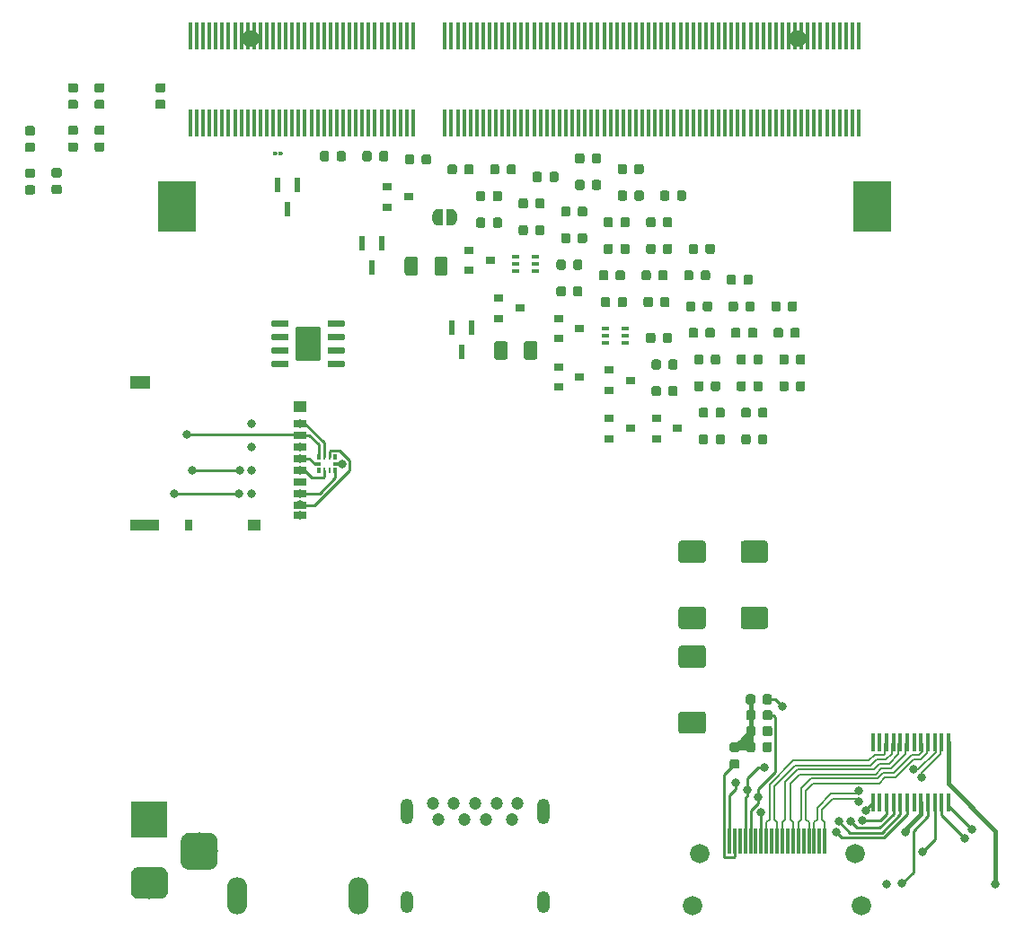
<source format=gbr>
G04 #@! TF.GenerationSoftware,KiCad,Pcbnew,5.1.4*
G04 #@! TF.CreationDate,2019-11-18T01:49:56-05:00*
G04 #@! TF.ProjectId,YellowCake,59656c6c-6f77-4436-916b-652e6b696361,rev?*
G04 #@! TF.SameCoordinates,Original*
G04 #@! TF.FileFunction,Copper,L4,Bot*
G04 #@! TF.FilePolarity,Positive*
%FSLAX46Y46*%
G04 Gerber Fmt 4.6, Leading zero omitted, Abs format (unit mm)*
G04 Created by KiCad (PCBNEW 5.1.4) date 2019-11-18 01:49:56*
%MOMM*%
%LPD*%
G04 APERTURE LIST*
%ADD10R,0.300000X0.580000*%
%ADD11R,0.249936X0.579882*%
%ADD12R,0.630000X0.350000*%
%ADD13R,1.200000X0.700000*%
%ADD14R,1.200000X1.000000*%
%ADD15R,0.800000X1.000000*%
%ADD16R,2.800000X1.000000*%
%ADD17R,1.900000X1.300000*%
%ADD18C,0.100000*%
%ADD19C,0.875000*%
%ADD20C,2.075000*%
%ADD21R,0.900000X0.800000*%
%ADD22C,1.250000*%
%ADD23C,0.300000*%
%ADD24R,0.330200X2.387600*%
%ADD25C,1.828800*%
%ADD26O,1.900000X3.500000*%
%ADD27C,1.200000*%
%ADD28O,1.200000X2.400000*%
%ADD29O,1.200000X2.100000*%
%ADD30R,0.457200X2.565400*%
%ADD31C,1.625600*%
%ADD32R,3.606800X4.699000*%
%ADD33R,3.500000X3.500000*%
%ADD34C,3.000000*%
%ADD35C,3.500000*%
%ADD36C,0.500000*%
%ADD37R,0.650000X0.400000*%
%ADD38R,0.558800X1.422400*%
%ADD39R,0.355600X1.676400*%
%ADD40C,0.600000*%
%ADD41C,2.400000*%
%ADD42C,0.800000*%
%ADD43C,0.250000*%
%ADD44C,0.400000*%
%ADD45C,0.200000*%
G04 APERTURE END LIST*
D10*
X132124999Y-84690000D03*
D11*
X132625000Y-84690000D03*
X133125000Y-84690000D03*
D10*
X133625001Y-84690000D03*
D12*
X133735001Y-85325000D03*
D10*
X133625001Y-85960000D03*
D11*
X133125000Y-85960000D03*
X132625000Y-85960000D03*
D10*
X132124999Y-85960000D03*
D12*
X132014999Y-85325000D03*
D13*
X130354999Y-90144999D03*
X130354999Y-89194999D03*
X130354999Y-81494999D03*
X130354999Y-82594999D03*
X130354999Y-83694999D03*
X130354999Y-84794999D03*
X130354999Y-85894999D03*
X130354999Y-86994999D03*
X130354999Y-88094999D03*
D14*
X130354999Y-79944999D03*
X126054999Y-91094999D03*
D15*
X119854999Y-91094999D03*
D16*
X115704999Y-91094999D03*
D17*
X115254999Y-77594999D03*
D18*
G36*
X173040191Y-111551053D02*
G01*
X173061426Y-111554203D01*
X173082250Y-111559419D01*
X173102462Y-111566651D01*
X173121868Y-111575830D01*
X173140281Y-111586866D01*
X173157524Y-111599654D01*
X173173430Y-111614070D01*
X173187846Y-111629976D01*
X173200634Y-111647219D01*
X173211670Y-111665632D01*
X173220849Y-111685038D01*
X173228081Y-111705250D01*
X173233297Y-111726074D01*
X173236447Y-111747309D01*
X173237500Y-111768750D01*
X173237500Y-112281250D01*
X173236447Y-112302691D01*
X173233297Y-112323926D01*
X173228081Y-112344750D01*
X173220849Y-112364962D01*
X173211670Y-112384368D01*
X173200634Y-112402781D01*
X173187846Y-112420024D01*
X173173430Y-112435930D01*
X173157524Y-112450346D01*
X173140281Y-112463134D01*
X173121868Y-112474170D01*
X173102462Y-112483349D01*
X173082250Y-112490581D01*
X173061426Y-112495797D01*
X173040191Y-112498947D01*
X173018750Y-112500000D01*
X172581250Y-112500000D01*
X172559809Y-112498947D01*
X172538574Y-112495797D01*
X172517750Y-112490581D01*
X172497538Y-112483349D01*
X172478132Y-112474170D01*
X172459719Y-112463134D01*
X172442476Y-112450346D01*
X172426570Y-112435930D01*
X172412154Y-112420024D01*
X172399366Y-112402781D01*
X172388330Y-112384368D01*
X172379151Y-112364962D01*
X172371919Y-112344750D01*
X172366703Y-112323926D01*
X172363553Y-112302691D01*
X172362500Y-112281250D01*
X172362500Y-111768750D01*
X172363553Y-111747309D01*
X172366703Y-111726074D01*
X172371919Y-111705250D01*
X172379151Y-111685038D01*
X172388330Y-111665632D01*
X172399366Y-111647219D01*
X172412154Y-111629976D01*
X172426570Y-111614070D01*
X172442476Y-111599654D01*
X172459719Y-111586866D01*
X172478132Y-111575830D01*
X172497538Y-111566651D01*
X172517750Y-111559419D01*
X172538574Y-111554203D01*
X172559809Y-111551053D01*
X172581250Y-111550000D01*
X173018750Y-111550000D01*
X173040191Y-111551053D01*
X173040191Y-111551053D01*
G37*
D19*
X172800000Y-112025000D03*
D18*
G36*
X174615191Y-111551053D02*
G01*
X174636426Y-111554203D01*
X174657250Y-111559419D01*
X174677462Y-111566651D01*
X174696868Y-111575830D01*
X174715281Y-111586866D01*
X174732524Y-111599654D01*
X174748430Y-111614070D01*
X174762846Y-111629976D01*
X174775634Y-111647219D01*
X174786670Y-111665632D01*
X174795849Y-111685038D01*
X174803081Y-111705250D01*
X174808297Y-111726074D01*
X174811447Y-111747309D01*
X174812500Y-111768750D01*
X174812500Y-112281250D01*
X174811447Y-112302691D01*
X174808297Y-112323926D01*
X174803081Y-112344750D01*
X174795849Y-112364962D01*
X174786670Y-112384368D01*
X174775634Y-112402781D01*
X174762846Y-112420024D01*
X174748430Y-112435930D01*
X174732524Y-112450346D01*
X174715281Y-112463134D01*
X174696868Y-112474170D01*
X174677462Y-112483349D01*
X174657250Y-112490581D01*
X174636426Y-112495797D01*
X174615191Y-112498947D01*
X174593750Y-112500000D01*
X174156250Y-112500000D01*
X174134809Y-112498947D01*
X174113574Y-112495797D01*
X174092750Y-112490581D01*
X174072538Y-112483349D01*
X174053132Y-112474170D01*
X174034719Y-112463134D01*
X174017476Y-112450346D01*
X174001570Y-112435930D01*
X173987154Y-112420024D01*
X173974366Y-112402781D01*
X173963330Y-112384368D01*
X173954151Y-112364962D01*
X173946919Y-112344750D01*
X173941703Y-112323926D01*
X173938553Y-112302691D01*
X173937500Y-112281250D01*
X173937500Y-111768750D01*
X173938553Y-111747309D01*
X173941703Y-111726074D01*
X173946919Y-111705250D01*
X173954151Y-111685038D01*
X173963330Y-111665632D01*
X173974366Y-111647219D01*
X173987154Y-111629976D01*
X174001570Y-111614070D01*
X174017476Y-111599654D01*
X174034719Y-111586866D01*
X174053132Y-111575830D01*
X174072538Y-111566651D01*
X174092750Y-111559419D01*
X174113574Y-111554203D01*
X174134809Y-111551053D01*
X174156250Y-111550000D01*
X174593750Y-111550000D01*
X174615191Y-111551053D01*
X174615191Y-111551053D01*
G37*
D19*
X174375000Y-112025000D03*
D18*
G36*
X171652692Y-72491052D02*
G01*
X171673927Y-72494202D01*
X171694751Y-72499418D01*
X171714963Y-72506650D01*
X171734369Y-72515829D01*
X171752782Y-72526865D01*
X171770025Y-72539653D01*
X171785931Y-72554069D01*
X171800347Y-72569975D01*
X171813135Y-72587218D01*
X171824171Y-72605631D01*
X171833350Y-72625037D01*
X171840582Y-72645249D01*
X171845798Y-72666073D01*
X171848948Y-72687308D01*
X171850001Y-72708749D01*
X171850001Y-73221249D01*
X171848948Y-73242690D01*
X171845798Y-73263925D01*
X171840582Y-73284749D01*
X171833350Y-73304961D01*
X171824171Y-73324367D01*
X171813135Y-73342780D01*
X171800347Y-73360023D01*
X171785931Y-73375929D01*
X171770025Y-73390345D01*
X171752782Y-73403133D01*
X171734369Y-73414169D01*
X171714963Y-73423348D01*
X171694751Y-73430580D01*
X171673927Y-73435796D01*
X171652692Y-73438946D01*
X171631251Y-73439999D01*
X171193751Y-73439999D01*
X171172310Y-73438946D01*
X171151075Y-73435796D01*
X171130251Y-73430580D01*
X171110039Y-73423348D01*
X171090633Y-73414169D01*
X171072220Y-73403133D01*
X171054977Y-73390345D01*
X171039071Y-73375929D01*
X171024655Y-73360023D01*
X171011867Y-73342780D01*
X171000831Y-73324367D01*
X170991652Y-73304961D01*
X170984420Y-73284749D01*
X170979204Y-73263925D01*
X170976054Y-73242690D01*
X170975001Y-73221249D01*
X170975001Y-72708749D01*
X170976054Y-72687308D01*
X170979204Y-72666073D01*
X170984420Y-72645249D01*
X170991652Y-72625037D01*
X171000831Y-72605631D01*
X171011867Y-72587218D01*
X171024655Y-72569975D01*
X171039071Y-72554069D01*
X171054977Y-72539653D01*
X171072220Y-72526865D01*
X171090633Y-72515829D01*
X171110039Y-72506650D01*
X171130251Y-72499418D01*
X171151075Y-72494202D01*
X171172310Y-72491052D01*
X171193751Y-72489999D01*
X171631251Y-72489999D01*
X171652692Y-72491052D01*
X171652692Y-72491052D01*
G37*
D19*
X171412501Y-72964999D03*
D18*
G36*
X173227692Y-72491052D02*
G01*
X173248927Y-72494202D01*
X173269751Y-72499418D01*
X173289963Y-72506650D01*
X173309369Y-72515829D01*
X173327782Y-72526865D01*
X173345025Y-72539653D01*
X173360931Y-72554069D01*
X173375347Y-72569975D01*
X173388135Y-72587218D01*
X173399171Y-72605631D01*
X173408350Y-72625037D01*
X173415582Y-72645249D01*
X173420798Y-72666073D01*
X173423948Y-72687308D01*
X173425001Y-72708749D01*
X173425001Y-73221249D01*
X173423948Y-73242690D01*
X173420798Y-73263925D01*
X173415582Y-73284749D01*
X173408350Y-73304961D01*
X173399171Y-73324367D01*
X173388135Y-73342780D01*
X173375347Y-73360023D01*
X173360931Y-73375929D01*
X173345025Y-73390345D01*
X173327782Y-73403133D01*
X173309369Y-73414169D01*
X173289963Y-73423348D01*
X173269751Y-73430580D01*
X173248927Y-73435796D01*
X173227692Y-73438946D01*
X173206251Y-73439999D01*
X172768751Y-73439999D01*
X172747310Y-73438946D01*
X172726075Y-73435796D01*
X172705251Y-73430580D01*
X172685039Y-73423348D01*
X172665633Y-73414169D01*
X172647220Y-73403133D01*
X172629977Y-73390345D01*
X172614071Y-73375929D01*
X172599655Y-73360023D01*
X172586867Y-73342780D01*
X172575831Y-73324367D01*
X172566652Y-73304961D01*
X172559420Y-73284749D01*
X172554204Y-73263925D01*
X172551054Y-73242690D01*
X172550001Y-73221249D01*
X172550001Y-72708749D01*
X172551054Y-72687308D01*
X172554204Y-72666073D01*
X172559420Y-72645249D01*
X172566652Y-72625037D01*
X172575831Y-72605631D01*
X172586867Y-72587218D01*
X172599655Y-72569975D01*
X172614071Y-72554069D01*
X172629977Y-72539653D01*
X172647220Y-72526865D01*
X172665633Y-72515829D01*
X172685039Y-72506650D01*
X172705251Y-72499418D01*
X172726075Y-72494202D01*
X172747310Y-72491052D01*
X172768751Y-72489999D01*
X173206251Y-72489999D01*
X173227692Y-72491052D01*
X173227692Y-72491052D01*
G37*
D19*
X172987501Y-72964999D03*
D18*
G36*
X172172692Y-77511052D02*
G01*
X172193927Y-77514202D01*
X172214751Y-77519418D01*
X172234963Y-77526650D01*
X172254369Y-77535829D01*
X172272782Y-77546865D01*
X172290025Y-77559653D01*
X172305931Y-77574069D01*
X172320347Y-77589975D01*
X172333135Y-77607218D01*
X172344171Y-77625631D01*
X172353350Y-77645037D01*
X172360582Y-77665249D01*
X172365798Y-77686073D01*
X172368948Y-77707308D01*
X172370001Y-77728749D01*
X172370001Y-78241249D01*
X172368948Y-78262690D01*
X172365798Y-78283925D01*
X172360582Y-78304749D01*
X172353350Y-78324961D01*
X172344171Y-78344367D01*
X172333135Y-78362780D01*
X172320347Y-78380023D01*
X172305931Y-78395929D01*
X172290025Y-78410345D01*
X172272782Y-78423133D01*
X172254369Y-78434169D01*
X172234963Y-78443348D01*
X172214751Y-78450580D01*
X172193927Y-78455796D01*
X172172692Y-78458946D01*
X172151251Y-78459999D01*
X171713751Y-78459999D01*
X171692310Y-78458946D01*
X171671075Y-78455796D01*
X171650251Y-78450580D01*
X171630039Y-78443348D01*
X171610633Y-78434169D01*
X171592220Y-78423133D01*
X171574977Y-78410345D01*
X171559071Y-78395929D01*
X171544655Y-78380023D01*
X171531867Y-78362780D01*
X171520831Y-78344367D01*
X171511652Y-78324961D01*
X171504420Y-78304749D01*
X171499204Y-78283925D01*
X171496054Y-78262690D01*
X171495001Y-78241249D01*
X171495001Y-77728749D01*
X171496054Y-77707308D01*
X171499204Y-77686073D01*
X171504420Y-77665249D01*
X171511652Y-77645037D01*
X171520831Y-77625631D01*
X171531867Y-77607218D01*
X171544655Y-77589975D01*
X171559071Y-77574069D01*
X171574977Y-77559653D01*
X171592220Y-77546865D01*
X171610633Y-77535829D01*
X171630039Y-77526650D01*
X171650251Y-77519418D01*
X171671075Y-77514202D01*
X171692310Y-77511052D01*
X171713751Y-77509999D01*
X172151251Y-77509999D01*
X172172692Y-77511052D01*
X172172692Y-77511052D01*
G37*
D19*
X171932501Y-77984999D03*
D18*
G36*
X173747692Y-77511052D02*
G01*
X173768927Y-77514202D01*
X173789751Y-77519418D01*
X173809963Y-77526650D01*
X173829369Y-77535829D01*
X173847782Y-77546865D01*
X173865025Y-77559653D01*
X173880931Y-77574069D01*
X173895347Y-77589975D01*
X173908135Y-77607218D01*
X173919171Y-77625631D01*
X173928350Y-77645037D01*
X173935582Y-77665249D01*
X173940798Y-77686073D01*
X173943948Y-77707308D01*
X173945001Y-77728749D01*
X173945001Y-78241249D01*
X173943948Y-78262690D01*
X173940798Y-78283925D01*
X173935582Y-78304749D01*
X173928350Y-78324961D01*
X173919171Y-78344367D01*
X173908135Y-78362780D01*
X173895347Y-78380023D01*
X173880931Y-78395929D01*
X173865025Y-78410345D01*
X173847782Y-78423133D01*
X173829369Y-78434169D01*
X173809963Y-78443348D01*
X173789751Y-78450580D01*
X173768927Y-78455796D01*
X173747692Y-78458946D01*
X173726251Y-78459999D01*
X173288751Y-78459999D01*
X173267310Y-78458946D01*
X173246075Y-78455796D01*
X173225251Y-78450580D01*
X173205039Y-78443348D01*
X173185633Y-78434169D01*
X173167220Y-78423133D01*
X173149977Y-78410345D01*
X173134071Y-78395929D01*
X173119655Y-78380023D01*
X173106867Y-78362780D01*
X173095831Y-78344367D01*
X173086652Y-78324961D01*
X173079420Y-78304749D01*
X173074204Y-78283925D01*
X173071054Y-78262690D01*
X173070001Y-78241249D01*
X173070001Y-77728749D01*
X173071054Y-77707308D01*
X173074204Y-77686073D01*
X173079420Y-77665249D01*
X173086652Y-77645037D01*
X173095831Y-77625631D01*
X173106867Y-77607218D01*
X173119655Y-77589975D01*
X173134071Y-77574069D01*
X173149977Y-77559653D01*
X173167220Y-77546865D01*
X173185633Y-77535829D01*
X173205039Y-77526650D01*
X173225251Y-77519418D01*
X173246075Y-77514202D01*
X173267310Y-77511052D01*
X173288751Y-77509999D01*
X173726251Y-77509999D01*
X173747692Y-77511052D01*
X173747692Y-77511052D01*
G37*
D19*
X173507501Y-77984999D03*
D18*
G36*
X168602692Y-82531052D02*
G01*
X168623927Y-82534202D01*
X168644751Y-82539418D01*
X168664963Y-82546650D01*
X168684369Y-82555829D01*
X168702782Y-82566865D01*
X168720025Y-82579653D01*
X168735931Y-82594069D01*
X168750347Y-82609975D01*
X168763135Y-82627218D01*
X168774171Y-82645631D01*
X168783350Y-82665037D01*
X168790582Y-82685249D01*
X168795798Y-82706073D01*
X168798948Y-82727308D01*
X168800001Y-82748749D01*
X168800001Y-83261249D01*
X168798948Y-83282690D01*
X168795798Y-83303925D01*
X168790582Y-83324749D01*
X168783350Y-83344961D01*
X168774171Y-83364367D01*
X168763135Y-83382780D01*
X168750347Y-83400023D01*
X168735931Y-83415929D01*
X168720025Y-83430345D01*
X168702782Y-83443133D01*
X168684369Y-83454169D01*
X168664963Y-83463348D01*
X168644751Y-83470580D01*
X168623927Y-83475796D01*
X168602692Y-83478946D01*
X168581251Y-83479999D01*
X168143751Y-83479999D01*
X168122310Y-83478946D01*
X168101075Y-83475796D01*
X168080251Y-83470580D01*
X168060039Y-83463348D01*
X168040633Y-83454169D01*
X168022220Y-83443133D01*
X168004977Y-83430345D01*
X167989071Y-83415929D01*
X167974655Y-83400023D01*
X167961867Y-83382780D01*
X167950831Y-83364367D01*
X167941652Y-83344961D01*
X167934420Y-83324749D01*
X167929204Y-83303925D01*
X167926054Y-83282690D01*
X167925001Y-83261249D01*
X167925001Y-82748749D01*
X167926054Y-82727308D01*
X167929204Y-82706073D01*
X167934420Y-82685249D01*
X167941652Y-82665037D01*
X167950831Y-82645631D01*
X167961867Y-82627218D01*
X167974655Y-82609975D01*
X167989071Y-82594069D01*
X168004977Y-82579653D01*
X168022220Y-82566865D01*
X168040633Y-82555829D01*
X168060039Y-82546650D01*
X168080251Y-82539418D01*
X168101075Y-82534202D01*
X168122310Y-82531052D01*
X168143751Y-82529999D01*
X168581251Y-82529999D01*
X168602692Y-82531052D01*
X168602692Y-82531052D01*
G37*
D19*
X168362501Y-83004999D03*
D18*
G36*
X170177692Y-82531052D02*
G01*
X170198927Y-82534202D01*
X170219751Y-82539418D01*
X170239963Y-82546650D01*
X170259369Y-82555829D01*
X170277782Y-82566865D01*
X170295025Y-82579653D01*
X170310931Y-82594069D01*
X170325347Y-82609975D01*
X170338135Y-82627218D01*
X170349171Y-82645631D01*
X170358350Y-82665037D01*
X170365582Y-82685249D01*
X170370798Y-82706073D01*
X170373948Y-82727308D01*
X170375001Y-82748749D01*
X170375001Y-83261249D01*
X170373948Y-83282690D01*
X170370798Y-83303925D01*
X170365582Y-83324749D01*
X170358350Y-83344961D01*
X170349171Y-83364367D01*
X170338135Y-83382780D01*
X170325347Y-83400023D01*
X170310931Y-83415929D01*
X170295025Y-83430345D01*
X170277782Y-83443133D01*
X170259369Y-83454169D01*
X170239963Y-83463348D01*
X170219751Y-83470580D01*
X170198927Y-83475796D01*
X170177692Y-83478946D01*
X170156251Y-83479999D01*
X169718751Y-83479999D01*
X169697310Y-83478946D01*
X169676075Y-83475796D01*
X169655251Y-83470580D01*
X169635039Y-83463348D01*
X169615633Y-83454169D01*
X169597220Y-83443133D01*
X169579977Y-83430345D01*
X169564071Y-83415929D01*
X169549655Y-83400023D01*
X169536867Y-83382780D01*
X169525831Y-83364367D01*
X169516652Y-83344961D01*
X169509420Y-83324749D01*
X169504204Y-83303925D01*
X169501054Y-83282690D01*
X169500001Y-83261249D01*
X169500001Y-82748749D01*
X169501054Y-82727308D01*
X169504204Y-82706073D01*
X169509420Y-82685249D01*
X169516652Y-82665037D01*
X169525831Y-82645631D01*
X169536867Y-82627218D01*
X169549655Y-82609975D01*
X169564071Y-82594069D01*
X169579977Y-82579653D01*
X169597220Y-82566865D01*
X169615633Y-82555829D01*
X169635039Y-82546650D01*
X169655251Y-82539418D01*
X169676075Y-82534202D01*
X169697310Y-82531052D01*
X169718751Y-82529999D01*
X170156251Y-82529999D01*
X170177692Y-82531052D01*
X170177692Y-82531052D01*
G37*
D19*
X169937501Y-83004999D03*
D18*
G36*
X164152692Y-77981052D02*
G01*
X164173927Y-77984202D01*
X164194751Y-77989418D01*
X164214963Y-77996650D01*
X164234369Y-78005829D01*
X164252782Y-78016865D01*
X164270025Y-78029653D01*
X164285931Y-78044069D01*
X164300347Y-78059975D01*
X164313135Y-78077218D01*
X164324171Y-78095631D01*
X164333350Y-78115037D01*
X164340582Y-78135249D01*
X164345798Y-78156073D01*
X164348948Y-78177308D01*
X164350001Y-78198749D01*
X164350001Y-78711249D01*
X164348948Y-78732690D01*
X164345798Y-78753925D01*
X164340582Y-78774749D01*
X164333350Y-78794961D01*
X164324171Y-78814367D01*
X164313135Y-78832780D01*
X164300347Y-78850023D01*
X164285931Y-78865929D01*
X164270025Y-78880345D01*
X164252782Y-78893133D01*
X164234369Y-78904169D01*
X164214963Y-78913348D01*
X164194751Y-78920580D01*
X164173927Y-78925796D01*
X164152692Y-78928946D01*
X164131251Y-78929999D01*
X163693751Y-78929999D01*
X163672310Y-78928946D01*
X163651075Y-78925796D01*
X163630251Y-78920580D01*
X163610039Y-78913348D01*
X163590633Y-78904169D01*
X163572220Y-78893133D01*
X163554977Y-78880345D01*
X163539071Y-78865929D01*
X163524655Y-78850023D01*
X163511867Y-78832780D01*
X163500831Y-78814367D01*
X163491652Y-78794961D01*
X163484420Y-78774749D01*
X163479204Y-78753925D01*
X163476054Y-78732690D01*
X163475001Y-78711249D01*
X163475001Y-78198749D01*
X163476054Y-78177308D01*
X163479204Y-78156073D01*
X163484420Y-78135249D01*
X163491652Y-78115037D01*
X163500831Y-78095631D01*
X163511867Y-78077218D01*
X163524655Y-78059975D01*
X163539071Y-78044069D01*
X163554977Y-78029653D01*
X163572220Y-78016865D01*
X163590633Y-78005829D01*
X163610039Y-77996650D01*
X163630251Y-77989418D01*
X163651075Y-77984202D01*
X163672310Y-77981052D01*
X163693751Y-77979999D01*
X164131251Y-77979999D01*
X164152692Y-77981052D01*
X164152692Y-77981052D01*
G37*
D19*
X163912501Y-78454999D03*
D18*
G36*
X165727692Y-77981052D02*
G01*
X165748927Y-77984202D01*
X165769751Y-77989418D01*
X165789963Y-77996650D01*
X165809369Y-78005829D01*
X165827782Y-78016865D01*
X165845025Y-78029653D01*
X165860931Y-78044069D01*
X165875347Y-78059975D01*
X165888135Y-78077218D01*
X165899171Y-78095631D01*
X165908350Y-78115037D01*
X165915582Y-78135249D01*
X165920798Y-78156073D01*
X165923948Y-78177308D01*
X165925001Y-78198749D01*
X165925001Y-78711249D01*
X165923948Y-78732690D01*
X165920798Y-78753925D01*
X165915582Y-78774749D01*
X165908350Y-78794961D01*
X165899171Y-78814367D01*
X165888135Y-78832780D01*
X165875347Y-78850023D01*
X165860931Y-78865929D01*
X165845025Y-78880345D01*
X165827782Y-78893133D01*
X165809369Y-78904169D01*
X165789963Y-78913348D01*
X165769751Y-78920580D01*
X165748927Y-78925796D01*
X165727692Y-78928946D01*
X165706251Y-78929999D01*
X165268751Y-78929999D01*
X165247310Y-78928946D01*
X165226075Y-78925796D01*
X165205251Y-78920580D01*
X165185039Y-78913348D01*
X165165633Y-78904169D01*
X165147220Y-78893133D01*
X165129977Y-78880345D01*
X165114071Y-78865929D01*
X165099655Y-78850023D01*
X165086867Y-78832780D01*
X165075831Y-78814367D01*
X165066652Y-78794961D01*
X165059420Y-78774749D01*
X165054204Y-78753925D01*
X165051054Y-78732690D01*
X165050001Y-78711249D01*
X165050001Y-78198749D01*
X165051054Y-78177308D01*
X165054204Y-78156073D01*
X165059420Y-78135249D01*
X165066652Y-78115037D01*
X165075831Y-78095631D01*
X165086867Y-78077218D01*
X165099655Y-78059975D01*
X165114071Y-78044069D01*
X165129977Y-78029653D01*
X165147220Y-78016865D01*
X165165633Y-78005829D01*
X165185039Y-77996650D01*
X165205251Y-77989418D01*
X165226075Y-77984202D01*
X165247310Y-77981052D01*
X165268751Y-77979999D01*
X165706251Y-77979999D01*
X165727692Y-77981052D01*
X165727692Y-77981052D01*
G37*
D19*
X165487501Y-78454999D03*
D18*
G36*
X149177692Y-59581052D02*
G01*
X149198927Y-59584202D01*
X149219751Y-59589418D01*
X149239963Y-59596650D01*
X149259369Y-59605829D01*
X149277782Y-59616865D01*
X149295025Y-59629653D01*
X149310931Y-59644069D01*
X149325347Y-59659975D01*
X149338135Y-59677218D01*
X149349171Y-59695631D01*
X149358350Y-59715037D01*
X149365582Y-59735249D01*
X149370798Y-59756073D01*
X149373948Y-59777308D01*
X149375001Y-59798749D01*
X149375001Y-60311249D01*
X149373948Y-60332690D01*
X149370798Y-60353925D01*
X149365582Y-60374749D01*
X149358350Y-60394961D01*
X149349171Y-60414367D01*
X149338135Y-60432780D01*
X149325347Y-60450023D01*
X149310931Y-60465929D01*
X149295025Y-60480345D01*
X149277782Y-60493133D01*
X149259369Y-60504169D01*
X149239963Y-60513348D01*
X149219751Y-60520580D01*
X149198927Y-60525796D01*
X149177692Y-60528946D01*
X149156251Y-60529999D01*
X148718751Y-60529999D01*
X148697310Y-60528946D01*
X148676075Y-60525796D01*
X148655251Y-60520580D01*
X148635039Y-60513348D01*
X148615633Y-60504169D01*
X148597220Y-60493133D01*
X148579977Y-60480345D01*
X148564071Y-60465929D01*
X148549655Y-60450023D01*
X148536867Y-60432780D01*
X148525831Y-60414367D01*
X148516652Y-60394961D01*
X148509420Y-60374749D01*
X148504204Y-60353925D01*
X148501054Y-60332690D01*
X148500001Y-60311249D01*
X148500001Y-59798749D01*
X148501054Y-59777308D01*
X148504204Y-59756073D01*
X148509420Y-59735249D01*
X148516652Y-59715037D01*
X148525831Y-59695631D01*
X148536867Y-59677218D01*
X148549655Y-59659975D01*
X148564071Y-59644069D01*
X148579977Y-59629653D01*
X148597220Y-59616865D01*
X148615633Y-59605829D01*
X148635039Y-59596650D01*
X148655251Y-59589418D01*
X148676075Y-59584202D01*
X148697310Y-59581052D01*
X148718751Y-59579999D01*
X149156251Y-59579999D01*
X149177692Y-59581052D01*
X149177692Y-59581052D01*
G37*
D19*
X148937501Y-60054999D03*
D18*
G36*
X147602692Y-59581052D02*
G01*
X147623927Y-59584202D01*
X147644751Y-59589418D01*
X147664963Y-59596650D01*
X147684369Y-59605829D01*
X147702782Y-59616865D01*
X147720025Y-59629653D01*
X147735931Y-59644069D01*
X147750347Y-59659975D01*
X147763135Y-59677218D01*
X147774171Y-59695631D01*
X147783350Y-59715037D01*
X147790582Y-59735249D01*
X147795798Y-59756073D01*
X147798948Y-59777308D01*
X147800001Y-59798749D01*
X147800001Y-60311249D01*
X147798948Y-60332690D01*
X147795798Y-60353925D01*
X147790582Y-60374749D01*
X147783350Y-60394961D01*
X147774171Y-60414367D01*
X147763135Y-60432780D01*
X147750347Y-60450023D01*
X147735931Y-60465929D01*
X147720025Y-60480345D01*
X147702782Y-60493133D01*
X147684369Y-60504169D01*
X147664963Y-60513348D01*
X147644751Y-60520580D01*
X147623927Y-60525796D01*
X147602692Y-60528946D01*
X147581251Y-60529999D01*
X147143751Y-60529999D01*
X147122310Y-60528946D01*
X147101075Y-60525796D01*
X147080251Y-60520580D01*
X147060039Y-60513348D01*
X147040633Y-60504169D01*
X147022220Y-60493133D01*
X147004977Y-60480345D01*
X146989071Y-60465929D01*
X146974655Y-60450023D01*
X146961867Y-60432780D01*
X146950831Y-60414367D01*
X146941652Y-60394961D01*
X146934420Y-60374749D01*
X146929204Y-60353925D01*
X146926054Y-60332690D01*
X146925001Y-60311249D01*
X146925001Y-59798749D01*
X146926054Y-59777308D01*
X146929204Y-59756073D01*
X146934420Y-59735249D01*
X146941652Y-59715037D01*
X146950831Y-59695631D01*
X146961867Y-59677218D01*
X146974655Y-59659975D01*
X146989071Y-59644069D01*
X147004977Y-59629653D01*
X147022220Y-59616865D01*
X147040633Y-59605829D01*
X147060039Y-59596650D01*
X147080251Y-59589418D01*
X147101075Y-59584202D01*
X147122310Y-59581052D01*
X147143751Y-59579999D01*
X147581251Y-59579999D01*
X147602692Y-59581052D01*
X147602692Y-59581052D01*
G37*
D19*
X147362501Y-60054999D03*
D18*
G36*
X169737692Y-75001052D02*
G01*
X169758927Y-75004202D01*
X169779751Y-75009418D01*
X169799963Y-75016650D01*
X169819369Y-75025829D01*
X169837782Y-75036865D01*
X169855025Y-75049653D01*
X169870931Y-75064069D01*
X169885347Y-75079975D01*
X169898135Y-75097218D01*
X169909171Y-75115631D01*
X169918350Y-75135037D01*
X169925582Y-75155249D01*
X169930798Y-75176073D01*
X169933948Y-75197308D01*
X169935001Y-75218749D01*
X169935001Y-75731249D01*
X169933948Y-75752690D01*
X169930798Y-75773925D01*
X169925582Y-75794749D01*
X169918350Y-75814961D01*
X169909171Y-75834367D01*
X169898135Y-75852780D01*
X169885347Y-75870023D01*
X169870931Y-75885929D01*
X169855025Y-75900345D01*
X169837782Y-75913133D01*
X169819369Y-75924169D01*
X169799963Y-75933348D01*
X169779751Y-75940580D01*
X169758927Y-75945796D01*
X169737692Y-75948946D01*
X169716251Y-75949999D01*
X169278751Y-75949999D01*
X169257310Y-75948946D01*
X169236075Y-75945796D01*
X169215251Y-75940580D01*
X169195039Y-75933348D01*
X169175633Y-75924169D01*
X169157220Y-75913133D01*
X169139977Y-75900345D01*
X169124071Y-75885929D01*
X169109655Y-75870023D01*
X169096867Y-75852780D01*
X169085831Y-75834367D01*
X169076652Y-75814961D01*
X169069420Y-75794749D01*
X169064204Y-75773925D01*
X169061054Y-75752690D01*
X169060001Y-75731249D01*
X169060001Y-75218749D01*
X169061054Y-75197308D01*
X169064204Y-75176073D01*
X169069420Y-75155249D01*
X169076652Y-75135037D01*
X169085831Y-75115631D01*
X169096867Y-75097218D01*
X169109655Y-75079975D01*
X169124071Y-75064069D01*
X169139977Y-75049653D01*
X169157220Y-75036865D01*
X169175633Y-75025829D01*
X169195039Y-75016650D01*
X169215251Y-75009418D01*
X169236075Y-75004202D01*
X169257310Y-75001052D01*
X169278751Y-74999999D01*
X169716251Y-74999999D01*
X169737692Y-75001052D01*
X169737692Y-75001052D01*
G37*
D19*
X169497501Y-75474999D03*
D18*
G36*
X168162692Y-75001052D02*
G01*
X168183927Y-75004202D01*
X168204751Y-75009418D01*
X168224963Y-75016650D01*
X168244369Y-75025829D01*
X168262782Y-75036865D01*
X168280025Y-75049653D01*
X168295931Y-75064069D01*
X168310347Y-75079975D01*
X168323135Y-75097218D01*
X168334171Y-75115631D01*
X168343350Y-75135037D01*
X168350582Y-75155249D01*
X168355798Y-75176073D01*
X168358948Y-75197308D01*
X168360001Y-75218749D01*
X168360001Y-75731249D01*
X168358948Y-75752690D01*
X168355798Y-75773925D01*
X168350582Y-75794749D01*
X168343350Y-75814961D01*
X168334171Y-75834367D01*
X168323135Y-75852780D01*
X168310347Y-75870023D01*
X168295931Y-75885929D01*
X168280025Y-75900345D01*
X168262782Y-75913133D01*
X168244369Y-75924169D01*
X168224963Y-75933348D01*
X168204751Y-75940580D01*
X168183927Y-75945796D01*
X168162692Y-75948946D01*
X168141251Y-75949999D01*
X167703751Y-75949999D01*
X167682310Y-75948946D01*
X167661075Y-75945796D01*
X167640251Y-75940580D01*
X167620039Y-75933348D01*
X167600633Y-75924169D01*
X167582220Y-75913133D01*
X167564977Y-75900345D01*
X167549071Y-75885929D01*
X167534655Y-75870023D01*
X167521867Y-75852780D01*
X167510831Y-75834367D01*
X167501652Y-75814961D01*
X167494420Y-75794749D01*
X167489204Y-75773925D01*
X167486054Y-75752690D01*
X167485001Y-75731249D01*
X167485001Y-75218749D01*
X167486054Y-75197308D01*
X167489204Y-75176073D01*
X167494420Y-75155249D01*
X167501652Y-75135037D01*
X167510831Y-75115631D01*
X167521867Y-75097218D01*
X167534655Y-75079975D01*
X167549071Y-75064069D01*
X167564977Y-75049653D01*
X167582220Y-75036865D01*
X167600633Y-75025829D01*
X167620039Y-75016650D01*
X167640251Y-75009418D01*
X167661075Y-75004202D01*
X167682310Y-75001052D01*
X167703751Y-74999999D01*
X168141251Y-74999999D01*
X168162692Y-75001052D01*
X168162692Y-75001052D01*
G37*
D19*
X167922501Y-75474999D03*
D18*
G36*
X170177692Y-80021052D02*
G01*
X170198927Y-80024202D01*
X170219751Y-80029418D01*
X170239963Y-80036650D01*
X170259369Y-80045829D01*
X170277782Y-80056865D01*
X170295025Y-80069653D01*
X170310931Y-80084069D01*
X170325347Y-80099975D01*
X170338135Y-80117218D01*
X170349171Y-80135631D01*
X170358350Y-80155037D01*
X170365582Y-80175249D01*
X170370798Y-80196073D01*
X170373948Y-80217308D01*
X170375001Y-80238749D01*
X170375001Y-80751249D01*
X170373948Y-80772690D01*
X170370798Y-80793925D01*
X170365582Y-80814749D01*
X170358350Y-80834961D01*
X170349171Y-80854367D01*
X170338135Y-80872780D01*
X170325347Y-80890023D01*
X170310931Y-80905929D01*
X170295025Y-80920345D01*
X170277782Y-80933133D01*
X170259369Y-80944169D01*
X170239963Y-80953348D01*
X170219751Y-80960580D01*
X170198927Y-80965796D01*
X170177692Y-80968946D01*
X170156251Y-80969999D01*
X169718751Y-80969999D01*
X169697310Y-80968946D01*
X169676075Y-80965796D01*
X169655251Y-80960580D01*
X169635039Y-80953348D01*
X169615633Y-80944169D01*
X169597220Y-80933133D01*
X169579977Y-80920345D01*
X169564071Y-80905929D01*
X169549655Y-80890023D01*
X169536867Y-80872780D01*
X169525831Y-80854367D01*
X169516652Y-80834961D01*
X169509420Y-80814749D01*
X169504204Y-80793925D01*
X169501054Y-80772690D01*
X169500001Y-80751249D01*
X169500001Y-80238749D01*
X169501054Y-80217308D01*
X169504204Y-80196073D01*
X169509420Y-80175249D01*
X169516652Y-80155037D01*
X169525831Y-80135631D01*
X169536867Y-80117218D01*
X169549655Y-80099975D01*
X169564071Y-80084069D01*
X169579977Y-80069653D01*
X169597220Y-80056865D01*
X169615633Y-80045829D01*
X169635039Y-80036650D01*
X169655251Y-80029418D01*
X169676075Y-80024202D01*
X169697310Y-80021052D01*
X169718751Y-80019999D01*
X170156251Y-80019999D01*
X170177692Y-80021052D01*
X170177692Y-80021052D01*
G37*
D19*
X169937501Y-80494999D03*
D18*
G36*
X168602692Y-80021052D02*
G01*
X168623927Y-80024202D01*
X168644751Y-80029418D01*
X168664963Y-80036650D01*
X168684369Y-80045829D01*
X168702782Y-80056865D01*
X168720025Y-80069653D01*
X168735931Y-80084069D01*
X168750347Y-80099975D01*
X168763135Y-80117218D01*
X168774171Y-80135631D01*
X168783350Y-80155037D01*
X168790582Y-80175249D01*
X168795798Y-80196073D01*
X168798948Y-80217308D01*
X168800001Y-80238749D01*
X168800001Y-80751249D01*
X168798948Y-80772690D01*
X168795798Y-80793925D01*
X168790582Y-80814749D01*
X168783350Y-80834961D01*
X168774171Y-80854367D01*
X168763135Y-80872780D01*
X168750347Y-80890023D01*
X168735931Y-80905929D01*
X168720025Y-80920345D01*
X168702782Y-80933133D01*
X168684369Y-80944169D01*
X168664963Y-80953348D01*
X168644751Y-80960580D01*
X168623927Y-80965796D01*
X168602692Y-80968946D01*
X168581251Y-80969999D01*
X168143751Y-80969999D01*
X168122310Y-80968946D01*
X168101075Y-80965796D01*
X168080251Y-80960580D01*
X168060039Y-80953348D01*
X168040633Y-80944169D01*
X168022220Y-80933133D01*
X168004977Y-80920345D01*
X167989071Y-80905929D01*
X167974655Y-80890023D01*
X167961867Y-80872780D01*
X167950831Y-80854367D01*
X167941652Y-80834961D01*
X167934420Y-80814749D01*
X167929204Y-80793925D01*
X167926054Y-80772690D01*
X167925001Y-80751249D01*
X167925001Y-80238749D01*
X167926054Y-80217308D01*
X167929204Y-80196073D01*
X167934420Y-80175249D01*
X167941652Y-80155037D01*
X167950831Y-80135631D01*
X167961867Y-80117218D01*
X167974655Y-80099975D01*
X167989071Y-80084069D01*
X168004977Y-80069653D01*
X168022220Y-80056865D01*
X168040633Y-80045829D01*
X168060039Y-80036650D01*
X168080251Y-80029418D01*
X168101075Y-80024202D01*
X168122310Y-80021052D01*
X168143751Y-80019999D01*
X168581251Y-80019999D01*
X168602692Y-80021052D01*
X168602692Y-80021052D01*
G37*
D19*
X168362501Y-80494999D03*
D18*
G36*
X159192692Y-67071052D02*
G01*
X159213927Y-67074202D01*
X159234751Y-67079418D01*
X159254963Y-67086650D01*
X159274369Y-67095829D01*
X159292782Y-67106865D01*
X159310025Y-67119653D01*
X159325931Y-67134069D01*
X159340347Y-67149975D01*
X159353135Y-67167218D01*
X159364171Y-67185631D01*
X159373350Y-67205037D01*
X159380582Y-67225249D01*
X159385798Y-67246073D01*
X159388948Y-67267308D01*
X159390001Y-67288749D01*
X159390001Y-67801249D01*
X159388948Y-67822690D01*
X159385798Y-67843925D01*
X159380582Y-67864749D01*
X159373350Y-67884961D01*
X159364171Y-67904367D01*
X159353135Y-67922780D01*
X159340347Y-67940023D01*
X159325931Y-67955929D01*
X159310025Y-67970345D01*
X159292782Y-67983133D01*
X159274369Y-67994169D01*
X159254963Y-68003348D01*
X159234751Y-68010580D01*
X159213927Y-68015796D01*
X159192692Y-68018946D01*
X159171251Y-68019999D01*
X158733751Y-68019999D01*
X158712310Y-68018946D01*
X158691075Y-68015796D01*
X158670251Y-68010580D01*
X158650039Y-68003348D01*
X158630633Y-67994169D01*
X158612220Y-67983133D01*
X158594977Y-67970345D01*
X158579071Y-67955929D01*
X158564655Y-67940023D01*
X158551867Y-67922780D01*
X158540831Y-67904367D01*
X158531652Y-67884961D01*
X158524420Y-67864749D01*
X158519204Y-67843925D01*
X158516054Y-67822690D01*
X158515001Y-67801249D01*
X158515001Y-67288749D01*
X158516054Y-67267308D01*
X158519204Y-67246073D01*
X158524420Y-67225249D01*
X158531652Y-67205037D01*
X158540831Y-67185631D01*
X158551867Y-67167218D01*
X158564655Y-67149975D01*
X158579071Y-67134069D01*
X158594977Y-67119653D01*
X158612220Y-67106865D01*
X158630633Y-67095829D01*
X158650039Y-67086650D01*
X158670251Y-67079418D01*
X158691075Y-67074202D01*
X158712310Y-67071052D01*
X158733751Y-67069999D01*
X159171251Y-67069999D01*
X159192692Y-67071052D01*
X159192692Y-67071052D01*
G37*
D19*
X158952501Y-67544999D03*
D18*
G36*
X160767692Y-67071052D02*
G01*
X160788927Y-67074202D01*
X160809751Y-67079418D01*
X160829963Y-67086650D01*
X160849369Y-67095829D01*
X160867782Y-67106865D01*
X160885025Y-67119653D01*
X160900931Y-67134069D01*
X160915347Y-67149975D01*
X160928135Y-67167218D01*
X160939171Y-67185631D01*
X160948350Y-67205037D01*
X160955582Y-67225249D01*
X160960798Y-67246073D01*
X160963948Y-67267308D01*
X160965001Y-67288749D01*
X160965001Y-67801249D01*
X160963948Y-67822690D01*
X160960798Y-67843925D01*
X160955582Y-67864749D01*
X160948350Y-67884961D01*
X160939171Y-67904367D01*
X160928135Y-67922780D01*
X160915347Y-67940023D01*
X160900931Y-67955929D01*
X160885025Y-67970345D01*
X160867782Y-67983133D01*
X160849369Y-67994169D01*
X160829963Y-68003348D01*
X160809751Y-68010580D01*
X160788927Y-68015796D01*
X160767692Y-68018946D01*
X160746251Y-68019999D01*
X160308751Y-68019999D01*
X160287310Y-68018946D01*
X160266075Y-68015796D01*
X160245251Y-68010580D01*
X160225039Y-68003348D01*
X160205633Y-67994169D01*
X160187220Y-67983133D01*
X160169977Y-67970345D01*
X160154071Y-67955929D01*
X160139655Y-67940023D01*
X160126867Y-67922780D01*
X160115831Y-67904367D01*
X160106652Y-67884961D01*
X160099420Y-67864749D01*
X160094204Y-67843925D01*
X160091054Y-67822690D01*
X160090001Y-67801249D01*
X160090001Y-67288749D01*
X160091054Y-67267308D01*
X160094204Y-67246073D01*
X160099420Y-67225249D01*
X160106652Y-67205037D01*
X160115831Y-67185631D01*
X160126867Y-67167218D01*
X160139655Y-67149975D01*
X160154071Y-67134069D01*
X160169977Y-67119653D01*
X160187220Y-67106865D01*
X160205633Y-67095829D01*
X160225039Y-67086650D01*
X160245251Y-67079418D01*
X160266075Y-67074202D01*
X160287310Y-67071052D01*
X160308751Y-67069999D01*
X160746251Y-67069999D01*
X160767692Y-67071052D01*
X160767692Y-67071052D01*
G37*
D19*
X160527501Y-67544999D03*
D18*
G36*
X163632692Y-72961052D02*
G01*
X163653927Y-72964202D01*
X163674751Y-72969418D01*
X163694963Y-72976650D01*
X163714369Y-72985829D01*
X163732782Y-72996865D01*
X163750025Y-73009653D01*
X163765931Y-73024069D01*
X163780347Y-73039975D01*
X163793135Y-73057218D01*
X163804171Y-73075631D01*
X163813350Y-73095037D01*
X163820582Y-73115249D01*
X163825798Y-73136073D01*
X163828948Y-73157308D01*
X163830001Y-73178749D01*
X163830001Y-73691249D01*
X163828948Y-73712690D01*
X163825798Y-73733925D01*
X163820582Y-73754749D01*
X163813350Y-73774961D01*
X163804171Y-73794367D01*
X163793135Y-73812780D01*
X163780347Y-73830023D01*
X163765931Y-73845929D01*
X163750025Y-73860345D01*
X163732782Y-73873133D01*
X163714369Y-73884169D01*
X163694963Y-73893348D01*
X163674751Y-73900580D01*
X163653927Y-73905796D01*
X163632692Y-73908946D01*
X163611251Y-73909999D01*
X163173751Y-73909999D01*
X163152310Y-73908946D01*
X163131075Y-73905796D01*
X163110251Y-73900580D01*
X163090039Y-73893348D01*
X163070633Y-73884169D01*
X163052220Y-73873133D01*
X163034977Y-73860345D01*
X163019071Y-73845929D01*
X163004655Y-73830023D01*
X162991867Y-73812780D01*
X162980831Y-73794367D01*
X162971652Y-73774961D01*
X162964420Y-73754749D01*
X162959204Y-73733925D01*
X162956054Y-73712690D01*
X162955001Y-73691249D01*
X162955001Y-73178749D01*
X162956054Y-73157308D01*
X162959204Y-73136073D01*
X162964420Y-73115249D01*
X162971652Y-73095037D01*
X162980831Y-73075631D01*
X162991867Y-73057218D01*
X163004655Y-73039975D01*
X163019071Y-73024069D01*
X163034977Y-73009653D01*
X163052220Y-72996865D01*
X163070633Y-72985829D01*
X163090039Y-72976650D01*
X163110251Y-72969418D01*
X163131075Y-72964202D01*
X163152310Y-72961052D01*
X163173751Y-72959999D01*
X163611251Y-72959999D01*
X163632692Y-72961052D01*
X163632692Y-72961052D01*
G37*
D19*
X163392501Y-73434999D03*
D18*
G36*
X165207692Y-72961052D02*
G01*
X165228927Y-72964202D01*
X165249751Y-72969418D01*
X165269963Y-72976650D01*
X165289369Y-72985829D01*
X165307782Y-72996865D01*
X165325025Y-73009653D01*
X165340931Y-73024069D01*
X165355347Y-73039975D01*
X165368135Y-73057218D01*
X165379171Y-73075631D01*
X165388350Y-73095037D01*
X165395582Y-73115249D01*
X165400798Y-73136073D01*
X165403948Y-73157308D01*
X165405001Y-73178749D01*
X165405001Y-73691249D01*
X165403948Y-73712690D01*
X165400798Y-73733925D01*
X165395582Y-73754749D01*
X165388350Y-73774961D01*
X165379171Y-73794367D01*
X165368135Y-73812780D01*
X165355347Y-73830023D01*
X165340931Y-73845929D01*
X165325025Y-73860345D01*
X165307782Y-73873133D01*
X165289369Y-73884169D01*
X165269963Y-73893348D01*
X165249751Y-73900580D01*
X165228927Y-73905796D01*
X165207692Y-73908946D01*
X165186251Y-73909999D01*
X164748751Y-73909999D01*
X164727310Y-73908946D01*
X164706075Y-73905796D01*
X164685251Y-73900580D01*
X164665039Y-73893348D01*
X164645633Y-73884169D01*
X164627220Y-73873133D01*
X164609977Y-73860345D01*
X164594071Y-73845929D01*
X164579655Y-73830023D01*
X164566867Y-73812780D01*
X164555831Y-73794367D01*
X164546652Y-73774961D01*
X164539420Y-73754749D01*
X164534204Y-73733925D01*
X164531054Y-73712690D01*
X164530001Y-73691249D01*
X164530001Y-73178749D01*
X164531054Y-73157308D01*
X164534204Y-73136073D01*
X164539420Y-73115249D01*
X164546652Y-73095037D01*
X164555831Y-73075631D01*
X164566867Y-73057218D01*
X164579655Y-73039975D01*
X164594071Y-73024069D01*
X164609977Y-73009653D01*
X164627220Y-72996865D01*
X164645633Y-72985829D01*
X164665039Y-72976650D01*
X164685251Y-72969418D01*
X164706075Y-72964202D01*
X164727310Y-72961052D01*
X164748751Y-72959999D01*
X165186251Y-72959999D01*
X165207692Y-72961052D01*
X165207692Y-72961052D01*
G37*
D19*
X164967501Y-73434999D03*
D18*
G36*
X169737692Y-77511052D02*
G01*
X169758927Y-77514202D01*
X169779751Y-77519418D01*
X169799963Y-77526650D01*
X169819369Y-77535829D01*
X169837782Y-77546865D01*
X169855025Y-77559653D01*
X169870931Y-77574069D01*
X169885347Y-77589975D01*
X169898135Y-77607218D01*
X169909171Y-77625631D01*
X169918350Y-77645037D01*
X169925582Y-77665249D01*
X169930798Y-77686073D01*
X169933948Y-77707308D01*
X169935001Y-77728749D01*
X169935001Y-78241249D01*
X169933948Y-78262690D01*
X169930798Y-78283925D01*
X169925582Y-78304749D01*
X169918350Y-78324961D01*
X169909171Y-78344367D01*
X169898135Y-78362780D01*
X169885347Y-78380023D01*
X169870931Y-78395929D01*
X169855025Y-78410345D01*
X169837782Y-78423133D01*
X169819369Y-78434169D01*
X169799963Y-78443348D01*
X169779751Y-78450580D01*
X169758927Y-78455796D01*
X169737692Y-78458946D01*
X169716251Y-78459999D01*
X169278751Y-78459999D01*
X169257310Y-78458946D01*
X169236075Y-78455796D01*
X169215251Y-78450580D01*
X169195039Y-78443348D01*
X169175633Y-78434169D01*
X169157220Y-78423133D01*
X169139977Y-78410345D01*
X169124071Y-78395929D01*
X169109655Y-78380023D01*
X169096867Y-78362780D01*
X169085831Y-78344367D01*
X169076652Y-78324961D01*
X169069420Y-78304749D01*
X169064204Y-78283925D01*
X169061054Y-78262690D01*
X169060001Y-78241249D01*
X169060001Y-77728749D01*
X169061054Y-77707308D01*
X169064204Y-77686073D01*
X169069420Y-77665249D01*
X169076652Y-77645037D01*
X169085831Y-77625631D01*
X169096867Y-77607218D01*
X169109655Y-77589975D01*
X169124071Y-77574069D01*
X169139977Y-77559653D01*
X169157220Y-77546865D01*
X169175633Y-77535829D01*
X169195039Y-77526650D01*
X169215251Y-77519418D01*
X169236075Y-77514202D01*
X169257310Y-77511052D01*
X169278751Y-77509999D01*
X169716251Y-77509999D01*
X169737692Y-77511052D01*
X169737692Y-77511052D01*
G37*
D19*
X169497501Y-77984999D03*
D18*
G36*
X168162692Y-77511052D02*
G01*
X168183927Y-77514202D01*
X168204751Y-77519418D01*
X168224963Y-77526650D01*
X168244369Y-77535829D01*
X168262782Y-77546865D01*
X168280025Y-77559653D01*
X168295931Y-77574069D01*
X168310347Y-77589975D01*
X168323135Y-77607218D01*
X168334171Y-77625631D01*
X168343350Y-77645037D01*
X168350582Y-77665249D01*
X168355798Y-77686073D01*
X168358948Y-77707308D01*
X168360001Y-77728749D01*
X168360001Y-78241249D01*
X168358948Y-78262690D01*
X168355798Y-78283925D01*
X168350582Y-78304749D01*
X168343350Y-78324961D01*
X168334171Y-78344367D01*
X168323135Y-78362780D01*
X168310347Y-78380023D01*
X168295931Y-78395929D01*
X168280025Y-78410345D01*
X168262782Y-78423133D01*
X168244369Y-78434169D01*
X168224963Y-78443348D01*
X168204751Y-78450580D01*
X168183927Y-78455796D01*
X168162692Y-78458946D01*
X168141251Y-78459999D01*
X167703751Y-78459999D01*
X167682310Y-78458946D01*
X167661075Y-78455796D01*
X167640251Y-78450580D01*
X167620039Y-78443348D01*
X167600633Y-78434169D01*
X167582220Y-78423133D01*
X167564977Y-78410345D01*
X167549071Y-78395929D01*
X167534655Y-78380023D01*
X167521867Y-78362780D01*
X167510831Y-78344367D01*
X167501652Y-78324961D01*
X167494420Y-78304749D01*
X167489204Y-78283925D01*
X167486054Y-78262690D01*
X167485001Y-78241249D01*
X167485001Y-77728749D01*
X167486054Y-77707308D01*
X167489204Y-77686073D01*
X167494420Y-77665249D01*
X167501652Y-77645037D01*
X167510831Y-77625631D01*
X167521867Y-77607218D01*
X167534655Y-77589975D01*
X167549071Y-77574069D01*
X167564977Y-77559653D01*
X167582220Y-77546865D01*
X167600633Y-77535829D01*
X167620039Y-77526650D01*
X167640251Y-77519418D01*
X167661075Y-77514202D01*
X167682310Y-77511052D01*
X167703751Y-77509999D01*
X168141251Y-77509999D01*
X168162692Y-77511052D01*
X168162692Y-77511052D01*
G37*
D19*
X167922501Y-77984999D03*
D18*
G36*
X150497692Y-57071052D02*
G01*
X150518927Y-57074202D01*
X150539751Y-57079418D01*
X150559963Y-57086650D01*
X150579369Y-57095829D01*
X150597782Y-57106865D01*
X150615025Y-57119653D01*
X150630931Y-57134069D01*
X150645347Y-57149975D01*
X150658135Y-57167218D01*
X150669171Y-57185631D01*
X150678350Y-57205037D01*
X150685582Y-57225249D01*
X150690798Y-57246073D01*
X150693948Y-57267308D01*
X150695001Y-57288749D01*
X150695001Y-57801249D01*
X150693948Y-57822690D01*
X150690798Y-57843925D01*
X150685582Y-57864749D01*
X150678350Y-57884961D01*
X150669171Y-57904367D01*
X150658135Y-57922780D01*
X150645347Y-57940023D01*
X150630931Y-57955929D01*
X150615025Y-57970345D01*
X150597782Y-57983133D01*
X150579369Y-57994169D01*
X150559963Y-58003348D01*
X150539751Y-58010580D01*
X150518927Y-58015796D01*
X150497692Y-58018946D01*
X150476251Y-58019999D01*
X150038751Y-58019999D01*
X150017310Y-58018946D01*
X149996075Y-58015796D01*
X149975251Y-58010580D01*
X149955039Y-58003348D01*
X149935633Y-57994169D01*
X149917220Y-57983133D01*
X149899977Y-57970345D01*
X149884071Y-57955929D01*
X149869655Y-57940023D01*
X149856867Y-57922780D01*
X149845831Y-57904367D01*
X149836652Y-57884961D01*
X149829420Y-57864749D01*
X149824204Y-57843925D01*
X149821054Y-57822690D01*
X149820001Y-57801249D01*
X149820001Y-57288749D01*
X149821054Y-57267308D01*
X149824204Y-57246073D01*
X149829420Y-57225249D01*
X149836652Y-57205037D01*
X149845831Y-57185631D01*
X149856867Y-57167218D01*
X149869655Y-57149975D01*
X149884071Y-57134069D01*
X149899977Y-57119653D01*
X149917220Y-57106865D01*
X149935633Y-57095829D01*
X149955039Y-57086650D01*
X149975251Y-57079418D01*
X149996075Y-57074202D01*
X150017310Y-57071052D01*
X150038751Y-57069999D01*
X150476251Y-57069999D01*
X150497692Y-57071052D01*
X150497692Y-57071052D01*
G37*
D19*
X150257501Y-57544999D03*
D18*
G36*
X148922692Y-57071052D02*
G01*
X148943927Y-57074202D01*
X148964751Y-57079418D01*
X148984963Y-57086650D01*
X149004369Y-57095829D01*
X149022782Y-57106865D01*
X149040025Y-57119653D01*
X149055931Y-57134069D01*
X149070347Y-57149975D01*
X149083135Y-57167218D01*
X149094171Y-57185631D01*
X149103350Y-57205037D01*
X149110582Y-57225249D01*
X149115798Y-57246073D01*
X149118948Y-57267308D01*
X149120001Y-57288749D01*
X149120001Y-57801249D01*
X149118948Y-57822690D01*
X149115798Y-57843925D01*
X149110582Y-57864749D01*
X149103350Y-57884961D01*
X149094171Y-57904367D01*
X149083135Y-57922780D01*
X149070347Y-57940023D01*
X149055931Y-57955929D01*
X149040025Y-57970345D01*
X149022782Y-57983133D01*
X149004369Y-57994169D01*
X148984963Y-58003348D01*
X148964751Y-58010580D01*
X148943927Y-58015796D01*
X148922692Y-58018946D01*
X148901251Y-58019999D01*
X148463751Y-58019999D01*
X148442310Y-58018946D01*
X148421075Y-58015796D01*
X148400251Y-58010580D01*
X148380039Y-58003348D01*
X148360633Y-57994169D01*
X148342220Y-57983133D01*
X148324977Y-57970345D01*
X148309071Y-57955929D01*
X148294655Y-57940023D01*
X148281867Y-57922780D01*
X148270831Y-57904367D01*
X148261652Y-57884961D01*
X148254420Y-57864749D01*
X148249204Y-57843925D01*
X148246054Y-57822690D01*
X148245001Y-57801249D01*
X148245001Y-57288749D01*
X148246054Y-57267308D01*
X148249204Y-57246073D01*
X148254420Y-57225249D01*
X148261652Y-57205037D01*
X148270831Y-57185631D01*
X148281867Y-57167218D01*
X148294655Y-57149975D01*
X148309071Y-57134069D01*
X148324977Y-57119653D01*
X148342220Y-57106865D01*
X148360633Y-57095829D01*
X148380039Y-57086650D01*
X148400251Y-57079418D01*
X148421075Y-57074202D01*
X148442310Y-57071052D01*
X148463751Y-57069999D01*
X148901251Y-57069999D01*
X148922692Y-57071052D01*
X148922692Y-57071052D01*
G37*
D19*
X148682501Y-57544999D03*
D18*
G36*
X151612692Y-60281052D02*
G01*
X151633927Y-60284202D01*
X151654751Y-60289418D01*
X151674963Y-60296650D01*
X151694369Y-60305829D01*
X151712782Y-60316865D01*
X151730025Y-60329653D01*
X151745931Y-60344069D01*
X151760347Y-60359975D01*
X151773135Y-60377218D01*
X151784171Y-60395631D01*
X151793350Y-60415037D01*
X151800582Y-60435249D01*
X151805798Y-60456073D01*
X151808948Y-60477308D01*
X151810001Y-60498749D01*
X151810001Y-61011249D01*
X151808948Y-61032690D01*
X151805798Y-61053925D01*
X151800582Y-61074749D01*
X151793350Y-61094961D01*
X151784171Y-61114367D01*
X151773135Y-61132780D01*
X151760347Y-61150023D01*
X151745931Y-61165929D01*
X151730025Y-61180345D01*
X151712782Y-61193133D01*
X151694369Y-61204169D01*
X151674963Y-61213348D01*
X151654751Y-61220580D01*
X151633927Y-61225796D01*
X151612692Y-61228946D01*
X151591251Y-61229999D01*
X151153751Y-61229999D01*
X151132310Y-61228946D01*
X151111075Y-61225796D01*
X151090251Y-61220580D01*
X151070039Y-61213348D01*
X151050633Y-61204169D01*
X151032220Y-61193133D01*
X151014977Y-61180345D01*
X150999071Y-61165929D01*
X150984655Y-61150023D01*
X150971867Y-61132780D01*
X150960831Y-61114367D01*
X150951652Y-61094961D01*
X150944420Y-61074749D01*
X150939204Y-61053925D01*
X150936054Y-61032690D01*
X150935001Y-61011249D01*
X150935001Y-60498749D01*
X150936054Y-60477308D01*
X150939204Y-60456073D01*
X150944420Y-60435249D01*
X150951652Y-60415037D01*
X150960831Y-60395631D01*
X150971867Y-60377218D01*
X150984655Y-60359975D01*
X150999071Y-60344069D01*
X151014977Y-60329653D01*
X151032220Y-60316865D01*
X151050633Y-60305829D01*
X151070039Y-60296650D01*
X151090251Y-60289418D01*
X151111075Y-60284202D01*
X151132310Y-60281052D01*
X151153751Y-60279999D01*
X151591251Y-60279999D01*
X151612692Y-60281052D01*
X151612692Y-60281052D01*
G37*
D19*
X151372501Y-60754999D03*
D18*
G36*
X153187692Y-60281052D02*
G01*
X153208927Y-60284202D01*
X153229751Y-60289418D01*
X153249963Y-60296650D01*
X153269369Y-60305829D01*
X153287782Y-60316865D01*
X153305025Y-60329653D01*
X153320931Y-60344069D01*
X153335347Y-60359975D01*
X153348135Y-60377218D01*
X153359171Y-60395631D01*
X153368350Y-60415037D01*
X153375582Y-60435249D01*
X153380798Y-60456073D01*
X153383948Y-60477308D01*
X153385001Y-60498749D01*
X153385001Y-61011249D01*
X153383948Y-61032690D01*
X153380798Y-61053925D01*
X153375582Y-61074749D01*
X153368350Y-61094961D01*
X153359171Y-61114367D01*
X153348135Y-61132780D01*
X153335347Y-61150023D01*
X153320931Y-61165929D01*
X153305025Y-61180345D01*
X153287782Y-61193133D01*
X153269369Y-61204169D01*
X153249963Y-61213348D01*
X153229751Y-61220580D01*
X153208927Y-61225796D01*
X153187692Y-61228946D01*
X153166251Y-61229999D01*
X152728751Y-61229999D01*
X152707310Y-61228946D01*
X152686075Y-61225796D01*
X152665251Y-61220580D01*
X152645039Y-61213348D01*
X152625633Y-61204169D01*
X152607220Y-61193133D01*
X152589977Y-61180345D01*
X152574071Y-61165929D01*
X152559655Y-61150023D01*
X152546867Y-61132780D01*
X152535831Y-61114367D01*
X152526652Y-61094961D01*
X152519420Y-61074749D01*
X152514204Y-61053925D01*
X152511054Y-61032690D01*
X152510001Y-61011249D01*
X152510001Y-60498749D01*
X152511054Y-60477308D01*
X152514204Y-60456073D01*
X152519420Y-60435249D01*
X152526652Y-60415037D01*
X152535831Y-60395631D01*
X152546867Y-60377218D01*
X152559655Y-60359975D01*
X152574071Y-60344069D01*
X152589977Y-60329653D01*
X152607220Y-60316865D01*
X152625633Y-60305829D01*
X152645039Y-60296650D01*
X152665251Y-60289418D01*
X152686075Y-60284202D01*
X152707310Y-60281052D01*
X152728751Y-60279999D01*
X153166251Y-60279999D01*
X153187692Y-60281052D01*
X153187692Y-60281052D01*
G37*
D19*
X152947501Y-60754999D03*
D18*
G36*
X174187692Y-82531052D02*
G01*
X174208927Y-82534202D01*
X174229751Y-82539418D01*
X174249963Y-82546650D01*
X174269369Y-82555829D01*
X174287782Y-82566865D01*
X174305025Y-82579653D01*
X174320931Y-82594069D01*
X174335347Y-82609975D01*
X174348135Y-82627218D01*
X174359171Y-82645631D01*
X174368350Y-82665037D01*
X174375582Y-82685249D01*
X174380798Y-82706073D01*
X174383948Y-82727308D01*
X174385001Y-82748749D01*
X174385001Y-83261249D01*
X174383948Y-83282690D01*
X174380798Y-83303925D01*
X174375582Y-83324749D01*
X174368350Y-83344961D01*
X174359171Y-83364367D01*
X174348135Y-83382780D01*
X174335347Y-83400023D01*
X174320931Y-83415929D01*
X174305025Y-83430345D01*
X174287782Y-83443133D01*
X174269369Y-83454169D01*
X174249963Y-83463348D01*
X174229751Y-83470580D01*
X174208927Y-83475796D01*
X174187692Y-83478946D01*
X174166251Y-83479999D01*
X173728751Y-83479999D01*
X173707310Y-83478946D01*
X173686075Y-83475796D01*
X173665251Y-83470580D01*
X173645039Y-83463348D01*
X173625633Y-83454169D01*
X173607220Y-83443133D01*
X173589977Y-83430345D01*
X173574071Y-83415929D01*
X173559655Y-83400023D01*
X173546867Y-83382780D01*
X173535831Y-83364367D01*
X173526652Y-83344961D01*
X173519420Y-83324749D01*
X173514204Y-83303925D01*
X173511054Y-83282690D01*
X173510001Y-83261249D01*
X173510001Y-82748749D01*
X173511054Y-82727308D01*
X173514204Y-82706073D01*
X173519420Y-82685249D01*
X173526652Y-82665037D01*
X173535831Y-82645631D01*
X173546867Y-82627218D01*
X173559655Y-82609975D01*
X173574071Y-82594069D01*
X173589977Y-82579653D01*
X173607220Y-82566865D01*
X173625633Y-82555829D01*
X173645039Y-82546650D01*
X173665251Y-82539418D01*
X173686075Y-82534202D01*
X173707310Y-82531052D01*
X173728751Y-82529999D01*
X174166251Y-82529999D01*
X174187692Y-82531052D01*
X174187692Y-82531052D01*
G37*
D19*
X173947501Y-83004999D03*
D18*
G36*
X172612692Y-82531052D02*
G01*
X172633927Y-82534202D01*
X172654751Y-82539418D01*
X172674963Y-82546650D01*
X172694369Y-82555829D01*
X172712782Y-82566865D01*
X172730025Y-82579653D01*
X172745931Y-82594069D01*
X172760347Y-82609975D01*
X172773135Y-82627218D01*
X172784171Y-82645631D01*
X172793350Y-82665037D01*
X172800582Y-82685249D01*
X172805798Y-82706073D01*
X172808948Y-82727308D01*
X172810001Y-82748749D01*
X172810001Y-83261249D01*
X172808948Y-83282690D01*
X172805798Y-83303925D01*
X172800582Y-83324749D01*
X172793350Y-83344961D01*
X172784171Y-83364367D01*
X172773135Y-83382780D01*
X172760347Y-83400023D01*
X172745931Y-83415929D01*
X172730025Y-83430345D01*
X172712782Y-83443133D01*
X172694369Y-83454169D01*
X172674963Y-83463348D01*
X172654751Y-83470580D01*
X172633927Y-83475796D01*
X172612692Y-83478946D01*
X172591251Y-83479999D01*
X172153751Y-83479999D01*
X172132310Y-83478946D01*
X172111075Y-83475796D01*
X172090251Y-83470580D01*
X172070039Y-83463348D01*
X172050633Y-83454169D01*
X172032220Y-83443133D01*
X172014977Y-83430345D01*
X171999071Y-83415929D01*
X171984655Y-83400023D01*
X171971867Y-83382780D01*
X171960831Y-83364367D01*
X171951652Y-83344961D01*
X171944420Y-83324749D01*
X171939204Y-83303925D01*
X171936054Y-83282690D01*
X171935001Y-83261249D01*
X171935001Y-82748749D01*
X171936054Y-82727308D01*
X171939204Y-82706073D01*
X171944420Y-82685249D01*
X171951652Y-82665037D01*
X171960831Y-82645631D01*
X171971867Y-82627218D01*
X171984655Y-82609975D01*
X171999071Y-82594069D01*
X172014977Y-82579653D01*
X172032220Y-82566865D01*
X172050633Y-82555829D01*
X172070039Y-82546650D01*
X172090251Y-82539418D01*
X172111075Y-82534202D01*
X172132310Y-82531052D01*
X172153751Y-82529999D01*
X172591251Y-82529999D01*
X172612692Y-82531052D01*
X172612692Y-82531052D01*
G37*
D19*
X172372501Y-83004999D03*
D18*
G36*
X153187692Y-62791052D02*
G01*
X153208927Y-62794202D01*
X153229751Y-62799418D01*
X153249963Y-62806650D01*
X153269369Y-62815829D01*
X153287782Y-62826865D01*
X153305025Y-62839653D01*
X153320931Y-62854069D01*
X153335347Y-62869975D01*
X153348135Y-62887218D01*
X153359171Y-62905631D01*
X153368350Y-62925037D01*
X153375582Y-62945249D01*
X153380798Y-62966073D01*
X153383948Y-62987308D01*
X153385001Y-63008749D01*
X153385001Y-63521249D01*
X153383948Y-63542690D01*
X153380798Y-63563925D01*
X153375582Y-63584749D01*
X153368350Y-63604961D01*
X153359171Y-63624367D01*
X153348135Y-63642780D01*
X153335347Y-63660023D01*
X153320931Y-63675929D01*
X153305025Y-63690345D01*
X153287782Y-63703133D01*
X153269369Y-63714169D01*
X153249963Y-63723348D01*
X153229751Y-63730580D01*
X153208927Y-63735796D01*
X153187692Y-63738946D01*
X153166251Y-63739999D01*
X152728751Y-63739999D01*
X152707310Y-63738946D01*
X152686075Y-63735796D01*
X152665251Y-63730580D01*
X152645039Y-63723348D01*
X152625633Y-63714169D01*
X152607220Y-63703133D01*
X152589977Y-63690345D01*
X152574071Y-63675929D01*
X152559655Y-63660023D01*
X152546867Y-63642780D01*
X152535831Y-63624367D01*
X152526652Y-63604961D01*
X152519420Y-63584749D01*
X152514204Y-63563925D01*
X152511054Y-63542690D01*
X152510001Y-63521249D01*
X152510001Y-63008749D01*
X152511054Y-62987308D01*
X152514204Y-62966073D01*
X152519420Y-62945249D01*
X152526652Y-62925037D01*
X152535831Y-62905631D01*
X152546867Y-62887218D01*
X152559655Y-62869975D01*
X152574071Y-62854069D01*
X152589977Y-62839653D01*
X152607220Y-62826865D01*
X152625633Y-62815829D01*
X152645039Y-62806650D01*
X152665251Y-62799418D01*
X152686075Y-62794202D01*
X152707310Y-62791052D01*
X152728751Y-62789999D01*
X153166251Y-62789999D01*
X153187692Y-62791052D01*
X153187692Y-62791052D01*
G37*
D19*
X152947501Y-63264999D03*
D18*
G36*
X151612692Y-62791052D02*
G01*
X151633927Y-62794202D01*
X151654751Y-62799418D01*
X151674963Y-62806650D01*
X151694369Y-62815829D01*
X151712782Y-62826865D01*
X151730025Y-62839653D01*
X151745931Y-62854069D01*
X151760347Y-62869975D01*
X151773135Y-62887218D01*
X151784171Y-62905631D01*
X151793350Y-62925037D01*
X151800582Y-62945249D01*
X151805798Y-62966073D01*
X151808948Y-62987308D01*
X151810001Y-63008749D01*
X151810001Y-63521249D01*
X151808948Y-63542690D01*
X151805798Y-63563925D01*
X151800582Y-63584749D01*
X151793350Y-63604961D01*
X151784171Y-63624367D01*
X151773135Y-63642780D01*
X151760347Y-63660023D01*
X151745931Y-63675929D01*
X151730025Y-63690345D01*
X151712782Y-63703133D01*
X151694369Y-63714169D01*
X151674963Y-63723348D01*
X151654751Y-63730580D01*
X151633927Y-63735796D01*
X151612692Y-63738946D01*
X151591251Y-63739999D01*
X151153751Y-63739999D01*
X151132310Y-63738946D01*
X151111075Y-63735796D01*
X151090251Y-63730580D01*
X151070039Y-63723348D01*
X151050633Y-63714169D01*
X151032220Y-63703133D01*
X151014977Y-63690345D01*
X150999071Y-63675929D01*
X150984655Y-63660023D01*
X150971867Y-63642780D01*
X150960831Y-63624367D01*
X150951652Y-63604961D01*
X150944420Y-63584749D01*
X150939204Y-63563925D01*
X150936054Y-63542690D01*
X150935001Y-63521249D01*
X150935001Y-63008749D01*
X150936054Y-62987308D01*
X150939204Y-62966073D01*
X150944420Y-62945249D01*
X150951652Y-62925037D01*
X150960831Y-62905631D01*
X150971867Y-62887218D01*
X150984655Y-62869975D01*
X150999071Y-62854069D01*
X151014977Y-62839653D01*
X151032220Y-62826865D01*
X151050633Y-62815829D01*
X151070039Y-62806650D01*
X151090251Y-62799418D01*
X151111075Y-62794202D01*
X151132310Y-62791052D01*
X151153751Y-62789999D01*
X151591251Y-62789999D01*
X151612692Y-62791052D01*
X151612692Y-62791052D01*
G37*
D19*
X151372501Y-63264999D03*
D18*
G36*
X146487692Y-57071052D02*
G01*
X146508927Y-57074202D01*
X146529751Y-57079418D01*
X146549963Y-57086650D01*
X146569369Y-57095829D01*
X146587782Y-57106865D01*
X146605025Y-57119653D01*
X146620931Y-57134069D01*
X146635347Y-57149975D01*
X146648135Y-57167218D01*
X146659171Y-57185631D01*
X146668350Y-57205037D01*
X146675582Y-57225249D01*
X146680798Y-57246073D01*
X146683948Y-57267308D01*
X146685001Y-57288749D01*
X146685001Y-57801249D01*
X146683948Y-57822690D01*
X146680798Y-57843925D01*
X146675582Y-57864749D01*
X146668350Y-57884961D01*
X146659171Y-57904367D01*
X146648135Y-57922780D01*
X146635347Y-57940023D01*
X146620931Y-57955929D01*
X146605025Y-57970345D01*
X146587782Y-57983133D01*
X146569369Y-57994169D01*
X146549963Y-58003348D01*
X146529751Y-58010580D01*
X146508927Y-58015796D01*
X146487692Y-58018946D01*
X146466251Y-58019999D01*
X146028751Y-58019999D01*
X146007310Y-58018946D01*
X145986075Y-58015796D01*
X145965251Y-58010580D01*
X145945039Y-58003348D01*
X145925633Y-57994169D01*
X145907220Y-57983133D01*
X145889977Y-57970345D01*
X145874071Y-57955929D01*
X145859655Y-57940023D01*
X145846867Y-57922780D01*
X145835831Y-57904367D01*
X145826652Y-57884961D01*
X145819420Y-57864749D01*
X145814204Y-57843925D01*
X145811054Y-57822690D01*
X145810001Y-57801249D01*
X145810001Y-57288749D01*
X145811054Y-57267308D01*
X145814204Y-57246073D01*
X145819420Y-57225249D01*
X145826652Y-57205037D01*
X145835831Y-57185631D01*
X145846867Y-57167218D01*
X145859655Y-57149975D01*
X145874071Y-57134069D01*
X145889977Y-57119653D01*
X145907220Y-57106865D01*
X145925633Y-57095829D01*
X145945039Y-57086650D01*
X145965251Y-57079418D01*
X145986075Y-57074202D01*
X146007310Y-57071052D01*
X146028751Y-57069999D01*
X146466251Y-57069999D01*
X146487692Y-57071052D01*
X146487692Y-57071052D01*
G37*
D19*
X146247501Y-57544999D03*
D18*
G36*
X144912692Y-57071052D02*
G01*
X144933927Y-57074202D01*
X144954751Y-57079418D01*
X144974963Y-57086650D01*
X144994369Y-57095829D01*
X145012782Y-57106865D01*
X145030025Y-57119653D01*
X145045931Y-57134069D01*
X145060347Y-57149975D01*
X145073135Y-57167218D01*
X145084171Y-57185631D01*
X145093350Y-57205037D01*
X145100582Y-57225249D01*
X145105798Y-57246073D01*
X145108948Y-57267308D01*
X145110001Y-57288749D01*
X145110001Y-57801249D01*
X145108948Y-57822690D01*
X145105798Y-57843925D01*
X145100582Y-57864749D01*
X145093350Y-57884961D01*
X145084171Y-57904367D01*
X145073135Y-57922780D01*
X145060347Y-57940023D01*
X145045931Y-57955929D01*
X145030025Y-57970345D01*
X145012782Y-57983133D01*
X144994369Y-57994169D01*
X144974963Y-58003348D01*
X144954751Y-58010580D01*
X144933927Y-58015796D01*
X144912692Y-58018946D01*
X144891251Y-58019999D01*
X144453751Y-58019999D01*
X144432310Y-58018946D01*
X144411075Y-58015796D01*
X144390251Y-58010580D01*
X144370039Y-58003348D01*
X144350633Y-57994169D01*
X144332220Y-57983133D01*
X144314977Y-57970345D01*
X144299071Y-57955929D01*
X144284655Y-57940023D01*
X144271867Y-57922780D01*
X144260831Y-57904367D01*
X144251652Y-57884961D01*
X144244420Y-57864749D01*
X144239204Y-57843925D01*
X144236054Y-57822690D01*
X144235001Y-57801249D01*
X144235001Y-57288749D01*
X144236054Y-57267308D01*
X144239204Y-57246073D01*
X144244420Y-57225249D01*
X144251652Y-57205037D01*
X144260831Y-57185631D01*
X144271867Y-57167218D01*
X144284655Y-57149975D01*
X144299071Y-57134069D01*
X144314977Y-57119653D01*
X144332220Y-57106865D01*
X144350633Y-57095829D01*
X144370039Y-57086650D01*
X144390251Y-57079418D01*
X144411075Y-57074202D01*
X144432310Y-57071052D01*
X144453751Y-57069999D01*
X144891251Y-57069999D01*
X144912692Y-57071052D01*
X144912692Y-57071052D01*
G37*
D19*
X144672501Y-57544999D03*
D18*
G36*
X163392692Y-69581052D02*
G01*
X163413927Y-69584202D01*
X163434751Y-69589418D01*
X163454963Y-69596650D01*
X163474369Y-69605829D01*
X163492782Y-69616865D01*
X163510025Y-69629653D01*
X163525931Y-69644069D01*
X163540347Y-69659975D01*
X163553135Y-69677218D01*
X163564171Y-69695631D01*
X163573350Y-69715037D01*
X163580582Y-69735249D01*
X163585798Y-69756073D01*
X163588948Y-69777308D01*
X163590001Y-69798749D01*
X163590001Y-70311249D01*
X163588948Y-70332690D01*
X163585798Y-70353925D01*
X163580582Y-70374749D01*
X163573350Y-70394961D01*
X163564171Y-70414367D01*
X163553135Y-70432780D01*
X163540347Y-70450023D01*
X163525931Y-70465929D01*
X163510025Y-70480345D01*
X163492782Y-70493133D01*
X163474369Y-70504169D01*
X163454963Y-70513348D01*
X163434751Y-70520580D01*
X163413927Y-70525796D01*
X163392692Y-70528946D01*
X163371251Y-70529999D01*
X162933751Y-70529999D01*
X162912310Y-70528946D01*
X162891075Y-70525796D01*
X162870251Y-70520580D01*
X162850039Y-70513348D01*
X162830633Y-70504169D01*
X162812220Y-70493133D01*
X162794977Y-70480345D01*
X162779071Y-70465929D01*
X162764655Y-70450023D01*
X162751867Y-70432780D01*
X162740831Y-70414367D01*
X162731652Y-70394961D01*
X162724420Y-70374749D01*
X162719204Y-70353925D01*
X162716054Y-70332690D01*
X162715001Y-70311249D01*
X162715001Y-69798749D01*
X162716054Y-69777308D01*
X162719204Y-69756073D01*
X162724420Y-69735249D01*
X162731652Y-69715037D01*
X162740831Y-69695631D01*
X162751867Y-69677218D01*
X162764655Y-69659975D01*
X162779071Y-69644069D01*
X162794977Y-69629653D01*
X162812220Y-69616865D01*
X162830633Y-69605829D01*
X162850039Y-69596650D01*
X162870251Y-69589418D01*
X162891075Y-69584202D01*
X162912310Y-69581052D01*
X162933751Y-69579999D01*
X163371251Y-69579999D01*
X163392692Y-69581052D01*
X163392692Y-69581052D01*
G37*
D19*
X163152501Y-70054999D03*
D18*
G36*
X164967692Y-69581052D02*
G01*
X164988927Y-69584202D01*
X165009751Y-69589418D01*
X165029963Y-69596650D01*
X165049369Y-69605829D01*
X165067782Y-69616865D01*
X165085025Y-69629653D01*
X165100931Y-69644069D01*
X165115347Y-69659975D01*
X165128135Y-69677218D01*
X165139171Y-69695631D01*
X165148350Y-69715037D01*
X165155582Y-69735249D01*
X165160798Y-69756073D01*
X165163948Y-69777308D01*
X165165001Y-69798749D01*
X165165001Y-70311249D01*
X165163948Y-70332690D01*
X165160798Y-70353925D01*
X165155582Y-70374749D01*
X165148350Y-70394961D01*
X165139171Y-70414367D01*
X165128135Y-70432780D01*
X165115347Y-70450023D01*
X165100931Y-70465929D01*
X165085025Y-70480345D01*
X165067782Y-70493133D01*
X165049369Y-70504169D01*
X165029963Y-70513348D01*
X165009751Y-70520580D01*
X164988927Y-70525796D01*
X164967692Y-70528946D01*
X164946251Y-70529999D01*
X164508751Y-70529999D01*
X164487310Y-70528946D01*
X164466075Y-70525796D01*
X164445251Y-70520580D01*
X164425039Y-70513348D01*
X164405633Y-70504169D01*
X164387220Y-70493133D01*
X164369977Y-70480345D01*
X164354071Y-70465929D01*
X164339655Y-70450023D01*
X164326867Y-70432780D01*
X164315831Y-70414367D01*
X164306652Y-70394961D01*
X164299420Y-70374749D01*
X164294204Y-70353925D01*
X164291054Y-70332690D01*
X164290001Y-70311249D01*
X164290001Y-69798749D01*
X164291054Y-69777308D01*
X164294204Y-69756073D01*
X164299420Y-69735249D01*
X164306652Y-69715037D01*
X164315831Y-69695631D01*
X164326867Y-69677218D01*
X164339655Y-69659975D01*
X164354071Y-69644069D01*
X164369977Y-69629653D01*
X164387220Y-69616865D01*
X164405633Y-69605829D01*
X164425039Y-69596650D01*
X164445251Y-69589418D01*
X164466075Y-69584202D01*
X164487310Y-69581052D01*
X164508751Y-69579999D01*
X164946251Y-69579999D01*
X164967692Y-69581052D01*
X164967692Y-69581052D01*
G37*
D19*
X164727501Y-70054999D03*
D18*
G36*
X134457692Y-55821052D02*
G01*
X134478927Y-55824202D01*
X134499751Y-55829418D01*
X134519963Y-55836650D01*
X134539369Y-55845829D01*
X134557782Y-55856865D01*
X134575025Y-55869653D01*
X134590931Y-55884069D01*
X134605347Y-55899975D01*
X134618135Y-55917218D01*
X134629171Y-55935631D01*
X134638350Y-55955037D01*
X134645582Y-55975249D01*
X134650798Y-55996073D01*
X134653948Y-56017308D01*
X134655001Y-56038749D01*
X134655001Y-56551249D01*
X134653948Y-56572690D01*
X134650798Y-56593925D01*
X134645582Y-56614749D01*
X134638350Y-56634961D01*
X134629171Y-56654367D01*
X134618135Y-56672780D01*
X134605347Y-56690023D01*
X134590931Y-56705929D01*
X134575025Y-56720345D01*
X134557782Y-56733133D01*
X134539369Y-56744169D01*
X134519963Y-56753348D01*
X134499751Y-56760580D01*
X134478927Y-56765796D01*
X134457692Y-56768946D01*
X134436251Y-56769999D01*
X133998751Y-56769999D01*
X133977310Y-56768946D01*
X133956075Y-56765796D01*
X133935251Y-56760580D01*
X133915039Y-56753348D01*
X133895633Y-56744169D01*
X133877220Y-56733133D01*
X133859977Y-56720345D01*
X133844071Y-56705929D01*
X133829655Y-56690023D01*
X133816867Y-56672780D01*
X133805831Y-56654367D01*
X133796652Y-56634961D01*
X133789420Y-56614749D01*
X133784204Y-56593925D01*
X133781054Y-56572690D01*
X133780001Y-56551249D01*
X133780001Y-56038749D01*
X133781054Y-56017308D01*
X133784204Y-55996073D01*
X133789420Y-55975249D01*
X133796652Y-55955037D01*
X133805831Y-55935631D01*
X133816867Y-55917218D01*
X133829655Y-55899975D01*
X133844071Y-55884069D01*
X133859977Y-55869653D01*
X133877220Y-55856865D01*
X133895633Y-55845829D01*
X133915039Y-55836650D01*
X133935251Y-55829418D01*
X133956075Y-55824202D01*
X133977310Y-55821052D01*
X133998751Y-55819999D01*
X134436251Y-55819999D01*
X134457692Y-55821052D01*
X134457692Y-55821052D01*
G37*
D19*
X134217501Y-56294999D03*
D18*
G36*
X132882692Y-55821052D02*
G01*
X132903927Y-55824202D01*
X132924751Y-55829418D01*
X132944963Y-55836650D01*
X132964369Y-55845829D01*
X132982782Y-55856865D01*
X133000025Y-55869653D01*
X133015931Y-55884069D01*
X133030347Y-55899975D01*
X133043135Y-55917218D01*
X133054171Y-55935631D01*
X133063350Y-55955037D01*
X133070582Y-55975249D01*
X133075798Y-55996073D01*
X133078948Y-56017308D01*
X133080001Y-56038749D01*
X133080001Y-56551249D01*
X133078948Y-56572690D01*
X133075798Y-56593925D01*
X133070582Y-56614749D01*
X133063350Y-56634961D01*
X133054171Y-56654367D01*
X133043135Y-56672780D01*
X133030347Y-56690023D01*
X133015931Y-56705929D01*
X133000025Y-56720345D01*
X132982782Y-56733133D01*
X132964369Y-56744169D01*
X132944963Y-56753348D01*
X132924751Y-56760580D01*
X132903927Y-56765796D01*
X132882692Y-56768946D01*
X132861251Y-56769999D01*
X132423751Y-56769999D01*
X132402310Y-56768946D01*
X132381075Y-56765796D01*
X132360251Y-56760580D01*
X132340039Y-56753348D01*
X132320633Y-56744169D01*
X132302220Y-56733133D01*
X132284977Y-56720345D01*
X132269071Y-56705929D01*
X132254655Y-56690023D01*
X132241867Y-56672780D01*
X132230831Y-56654367D01*
X132221652Y-56634961D01*
X132214420Y-56614749D01*
X132209204Y-56593925D01*
X132206054Y-56572690D01*
X132205001Y-56551249D01*
X132205001Y-56038749D01*
X132206054Y-56017308D01*
X132209204Y-55996073D01*
X132214420Y-55975249D01*
X132221652Y-55955037D01*
X132230831Y-55935631D01*
X132241867Y-55917218D01*
X132254655Y-55899975D01*
X132269071Y-55884069D01*
X132284977Y-55869653D01*
X132302220Y-55856865D01*
X132320633Y-55845829D01*
X132340039Y-55836650D01*
X132360251Y-55829418D01*
X132381075Y-55824202D01*
X132402310Y-55821052D01*
X132423751Y-55819999D01*
X132861251Y-55819999D01*
X132882692Y-55821052D01*
X132882692Y-55821052D01*
G37*
D19*
X132642501Y-56294999D03*
D18*
G36*
X165727692Y-75471052D02*
G01*
X165748927Y-75474202D01*
X165769751Y-75479418D01*
X165789963Y-75486650D01*
X165809369Y-75495829D01*
X165827782Y-75506865D01*
X165845025Y-75519653D01*
X165860931Y-75534069D01*
X165875347Y-75549975D01*
X165888135Y-75567218D01*
X165899171Y-75585631D01*
X165908350Y-75605037D01*
X165915582Y-75625249D01*
X165920798Y-75646073D01*
X165923948Y-75667308D01*
X165925001Y-75688749D01*
X165925001Y-76201249D01*
X165923948Y-76222690D01*
X165920798Y-76243925D01*
X165915582Y-76264749D01*
X165908350Y-76284961D01*
X165899171Y-76304367D01*
X165888135Y-76322780D01*
X165875347Y-76340023D01*
X165860931Y-76355929D01*
X165845025Y-76370345D01*
X165827782Y-76383133D01*
X165809369Y-76394169D01*
X165789963Y-76403348D01*
X165769751Y-76410580D01*
X165748927Y-76415796D01*
X165727692Y-76418946D01*
X165706251Y-76419999D01*
X165268751Y-76419999D01*
X165247310Y-76418946D01*
X165226075Y-76415796D01*
X165205251Y-76410580D01*
X165185039Y-76403348D01*
X165165633Y-76394169D01*
X165147220Y-76383133D01*
X165129977Y-76370345D01*
X165114071Y-76355929D01*
X165099655Y-76340023D01*
X165086867Y-76322780D01*
X165075831Y-76304367D01*
X165066652Y-76284961D01*
X165059420Y-76264749D01*
X165054204Y-76243925D01*
X165051054Y-76222690D01*
X165050001Y-76201249D01*
X165050001Y-75688749D01*
X165051054Y-75667308D01*
X165054204Y-75646073D01*
X165059420Y-75625249D01*
X165066652Y-75605037D01*
X165075831Y-75585631D01*
X165086867Y-75567218D01*
X165099655Y-75549975D01*
X165114071Y-75534069D01*
X165129977Y-75519653D01*
X165147220Y-75506865D01*
X165165633Y-75495829D01*
X165185039Y-75486650D01*
X165205251Y-75479418D01*
X165226075Y-75474202D01*
X165247310Y-75471052D01*
X165268751Y-75469999D01*
X165706251Y-75469999D01*
X165727692Y-75471052D01*
X165727692Y-75471052D01*
G37*
D19*
X165487501Y-75944999D03*
D18*
G36*
X164152692Y-75471052D02*
G01*
X164173927Y-75474202D01*
X164194751Y-75479418D01*
X164214963Y-75486650D01*
X164234369Y-75495829D01*
X164252782Y-75506865D01*
X164270025Y-75519653D01*
X164285931Y-75534069D01*
X164300347Y-75549975D01*
X164313135Y-75567218D01*
X164324171Y-75585631D01*
X164333350Y-75605037D01*
X164340582Y-75625249D01*
X164345798Y-75646073D01*
X164348948Y-75667308D01*
X164350001Y-75688749D01*
X164350001Y-76201249D01*
X164348948Y-76222690D01*
X164345798Y-76243925D01*
X164340582Y-76264749D01*
X164333350Y-76284961D01*
X164324171Y-76304367D01*
X164313135Y-76322780D01*
X164300347Y-76340023D01*
X164285931Y-76355929D01*
X164270025Y-76370345D01*
X164252782Y-76383133D01*
X164234369Y-76394169D01*
X164214963Y-76403348D01*
X164194751Y-76410580D01*
X164173927Y-76415796D01*
X164152692Y-76418946D01*
X164131251Y-76419999D01*
X163693751Y-76419999D01*
X163672310Y-76418946D01*
X163651075Y-76415796D01*
X163630251Y-76410580D01*
X163610039Y-76403348D01*
X163590633Y-76394169D01*
X163572220Y-76383133D01*
X163554977Y-76370345D01*
X163539071Y-76355929D01*
X163524655Y-76340023D01*
X163511867Y-76322780D01*
X163500831Y-76304367D01*
X163491652Y-76284961D01*
X163484420Y-76264749D01*
X163479204Y-76243925D01*
X163476054Y-76222690D01*
X163475001Y-76201249D01*
X163475001Y-75688749D01*
X163476054Y-75667308D01*
X163479204Y-75646073D01*
X163484420Y-75625249D01*
X163491652Y-75605037D01*
X163500831Y-75585631D01*
X163511867Y-75567218D01*
X163524655Y-75549975D01*
X163539071Y-75534069D01*
X163554977Y-75519653D01*
X163572220Y-75506865D01*
X163590633Y-75495829D01*
X163610039Y-75486650D01*
X163630251Y-75479418D01*
X163651075Y-75474202D01*
X163672310Y-75471052D01*
X163693751Y-75469999D01*
X164131251Y-75469999D01*
X164152692Y-75471052D01*
X164152692Y-75471052D01*
G37*
D19*
X163912501Y-75944999D03*
D18*
G36*
X155182692Y-66061052D02*
G01*
X155203927Y-66064202D01*
X155224751Y-66069418D01*
X155244963Y-66076650D01*
X155264369Y-66085829D01*
X155282782Y-66096865D01*
X155300025Y-66109653D01*
X155315931Y-66124069D01*
X155330347Y-66139975D01*
X155343135Y-66157218D01*
X155354171Y-66175631D01*
X155363350Y-66195037D01*
X155370582Y-66215249D01*
X155375798Y-66236073D01*
X155378948Y-66257308D01*
X155380001Y-66278749D01*
X155380001Y-66791249D01*
X155378948Y-66812690D01*
X155375798Y-66833925D01*
X155370582Y-66854749D01*
X155363350Y-66874961D01*
X155354171Y-66894367D01*
X155343135Y-66912780D01*
X155330347Y-66930023D01*
X155315931Y-66945929D01*
X155300025Y-66960345D01*
X155282782Y-66973133D01*
X155264369Y-66984169D01*
X155244963Y-66993348D01*
X155224751Y-67000580D01*
X155203927Y-67005796D01*
X155182692Y-67008946D01*
X155161251Y-67009999D01*
X154723751Y-67009999D01*
X154702310Y-67008946D01*
X154681075Y-67005796D01*
X154660251Y-67000580D01*
X154640039Y-66993348D01*
X154620633Y-66984169D01*
X154602220Y-66973133D01*
X154584977Y-66960345D01*
X154569071Y-66945929D01*
X154554655Y-66930023D01*
X154541867Y-66912780D01*
X154530831Y-66894367D01*
X154521652Y-66874961D01*
X154514420Y-66854749D01*
X154509204Y-66833925D01*
X154506054Y-66812690D01*
X154505001Y-66791249D01*
X154505001Y-66278749D01*
X154506054Y-66257308D01*
X154509204Y-66236073D01*
X154514420Y-66215249D01*
X154521652Y-66195037D01*
X154530831Y-66175631D01*
X154541867Y-66157218D01*
X154554655Y-66139975D01*
X154569071Y-66124069D01*
X154584977Y-66109653D01*
X154602220Y-66096865D01*
X154620633Y-66085829D01*
X154640039Y-66076650D01*
X154660251Y-66069418D01*
X154681075Y-66064202D01*
X154702310Y-66061052D01*
X154723751Y-66059999D01*
X155161251Y-66059999D01*
X155182692Y-66061052D01*
X155182692Y-66061052D01*
G37*
D19*
X154942501Y-66534999D03*
D18*
G36*
X156757692Y-66061052D02*
G01*
X156778927Y-66064202D01*
X156799751Y-66069418D01*
X156819963Y-66076650D01*
X156839369Y-66085829D01*
X156857782Y-66096865D01*
X156875025Y-66109653D01*
X156890931Y-66124069D01*
X156905347Y-66139975D01*
X156918135Y-66157218D01*
X156929171Y-66175631D01*
X156938350Y-66195037D01*
X156945582Y-66215249D01*
X156950798Y-66236073D01*
X156953948Y-66257308D01*
X156955001Y-66278749D01*
X156955001Y-66791249D01*
X156953948Y-66812690D01*
X156950798Y-66833925D01*
X156945582Y-66854749D01*
X156938350Y-66874961D01*
X156929171Y-66894367D01*
X156918135Y-66912780D01*
X156905347Y-66930023D01*
X156890931Y-66945929D01*
X156875025Y-66960345D01*
X156857782Y-66973133D01*
X156839369Y-66984169D01*
X156819963Y-66993348D01*
X156799751Y-67000580D01*
X156778927Y-67005796D01*
X156757692Y-67008946D01*
X156736251Y-67009999D01*
X156298751Y-67009999D01*
X156277310Y-67008946D01*
X156256075Y-67005796D01*
X156235251Y-67000580D01*
X156215039Y-66993348D01*
X156195633Y-66984169D01*
X156177220Y-66973133D01*
X156159977Y-66960345D01*
X156144071Y-66945929D01*
X156129655Y-66930023D01*
X156116867Y-66912780D01*
X156105831Y-66894367D01*
X156096652Y-66874961D01*
X156089420Y-66854749D01*
X156084204Y-66833925D01*
X156081054Y-66812690D01*
X156080001Y-66791249D01*
X156080001Y-66278749D01*
X156081054Y-66257308D01*
X156084204Y-66236073D01*
X156089420Y-66215249D01*
X156096652Y-66195037D01*
X156105831Y-66175631D01*
X156116867Y-66157218D01*
X156129655Y-66139975D01*
X156144071Y-66124069D01*
X156159977Y-66109653D01*
X156177220Y-66096865D01*
X156195633Y-66085829D01*
X156215039Y-66076650D01*
X156235251Y-66069418D01*
X156256075Y-66064202D01*
X156277310Y-66061052D01*
X156298751Y-66059999D01*
X156736251Y-66059999D01*
X156757692Y-66061052D01*
X156757692Y-66061052D01*
G37*
D19*
X156517501Y-66534999D03*
D18*
G36*
X159382692Y-69581052D02*
G01*
X159403927Y-69584202D01*
X159424751Y-69589418D01*
X159444963Y-69596650D01*
X159464369Y-69605829D01*
X159482782Y-69616865D01*
X159500025Y-69629653D01*
X159515931Y-69644069D01*
X159530347Y-69659975D01*
X159543135Y-69677218D01*
X159554171Y-69695631D01*
X159563350Y-69715037D01*
X159570582Y-69735249D01*
X159575798Y-69756073D01*
X159578948Y-69777308D01*
X159580001Y-69798749D01*
X159580001Y-70311249D01*
X159578948Y-70332690D01*
X159575798Y-70353925D01*
X159570582Y-70374749D01*
X159563350Y-70394961D01*
X159554171Y-70414367D01*
X159543135Y-70432780D01*
X159530347Y-70450023D01*
X159515931Y-70465929D01*
X159500025Y-70480345D01*
X159482782Y-70493133D01*
X159464369Y-70504169D01*
X159444963Y-70513348D01*
X159424751Y-70520580D01*
X159403927Y-70525796D01*
X159382692Y-70528946D01*
X159361251Y-70529999D01*
X158923751Y-70529999D01*
X158902310Y-70528946D01*
X158881075Y-70525796D01*
X158860251Y-70520580D01*
X158840039Y-70513348D01*
X158820633Y-70504169D01*
X158802220Y-70493133D01*
X158784977Y-70480345D01*
X158769071Y-70465929D01*
X158754655Y-70450023D01*
X158741867Y-70432780D01*
X158730831Y-70414367D01*
X158721652Y-70394961D01*
X158714420Y-70374749D01*
X158709204Y-70353925D01*
X158706054Y-70332690D01*
X158705001Y-70311249D01*
X158705001Y-69798749D01*
X158706054Y-69777308D01*
X158709204Y-69756073D01*
X158714420Y-69735249D01*
X158721652Y-69715037D01*
X158730831Y-69695631D01*
X158741867Y-69677218D01*
X158754655Y-69659975D01*
X158769071Y-69644069D01*
X158784977Y-69629653D01*
X158802220Y-69616865D01*
X158820633Y-69605829D01*
X158840039Y-69596650D01*
X158860251Y-69589418D01*
X158881075Y-69584202D01*
X158902310Y-69581052D01*
X158923751Y-69579999D01*
X159361251Y-69579999D01*
X159382692Y-69581052D01*
X159382692Y-69581052D01*
G37*
D19*
X159142501Y-70054999D03*
D18*
G36*
X160957692Y-69581052D02*
G01*
X160978927Y-69584202D01*
X160999751Y-69589418D01*
X161019963Y-69596650D01*
X161039369Y-69605829D01*
X161057782Y-69616865D01*
X161075025Y-69629653D01*
X161090931Y-69644069D01*
X161105347Y-69659975D01*
X161118135Y-69677218D01*
X161129171Y-69695631D01*
X161138350Y-69715037D01*
X161145582Y-69735249D01*
X161150798Y-69756073D01*
X161153948Y-69777308D01*
X161155001Y-69798749D01*
X161155001Y-70311249D01*
X161153948Y-70332690D01*
X161150798Y-70353925D01*
X161145582Y-70374749D01*
X161138350Y-70394961D01*
X161129171Y-70414367D01*
X161118135Y-70432780D01*
X161105347Y-70450023D01*
X161090931Y-70465929D01*
X161075025Y-70480345D01*
X161057782Y-70493133D01*
X161039369Y-70504169D01*
X161019963Y-70513348D01*
X160999751Y-70520580D01*
X160978927Y-70525796D01*
X160957692Y-70528946D01*
X160936251Y-70529999D01*
X160498751Y-70529999D01*
X160477310Y-70528946D01*
X160456075Y-70525796D01*
X160435251Y-70520580D01*
X160415039Y-70513348D01*
X160395633Y-70504169D01*
X160377220Y-70493133D01*
X160359977Y-70480345D01*
X160344071Y-70465929D01*
X160329655Y-70450023D01*
X160316867Y-70432780D01*
X160305831Y-70414367D01*
X160296652Y-70394961D01*
X160289420Y-70374749D01*
X160284204Y-70353925D01*
X160281054Y-70332690D01*
X160280001Y-70311249D01*
X160280001Y-69798749D01*
X160281054Y-69777308D01*
X160284204Y-69756073D01*
X160289420Y-69735249D01*
X160296652Y-69715037D01*
X160305831Y-69695631D01*
X160316867Y-69677218D01*
X160329655Y-69659975D01*
X160344071Y-69644069D01*
X160359977Y-69629653D01*
X160377220Y-69616865D01*
X160395633Y-69605829D01*
X160415039Y-69596650D01*
X160435251Y-69589418D01*
X160456075Y-69584202D01*
X160477310Y-69581052D01*
X160498751Y-69579999D01*
X160936251Y-69579999D01*
X160957692Y-69581052D01*
X160957692Y-69581052D01*
G37*
D19*
X160717501Y-70054999D03*
D18*
G36*
X156757692Y-68571052D02*
G01*
X156778927Y-68574202D01*
X156799751Y-68579418D01*
X156819963Y-68586650D01*
X156839369Y-68595829D01*
X156857782Y-68606865D01*
X156875025Y-68619653D01*
X156890931Y-68634069D01*
X156905347Y-68649975D01*
X156918135Y-68667218D01*
X156929171Y-68685631D01*
X156938350Y-68705037D01*
X156945582Y-68725249D01*
X156950798Y-68746073D01*
X156953948Y-68767308D01*
X156955001Y-68788749D01*
X156955001Y-69301249D01*
X156953948Y-69322690D01*
X156950798Y-69343925D01*
X156945582Y-69364749D01*
X156938350Y-69384961D01*
X156929171Y-69404367D01*
X156918135Y-69422780D01*
X156905347Y-69440023D01*
X156890931Y-69455929D01*
X156875025Y-69470345D01*
X156857782Y-69483133D01*
X156839369Y-69494169D01*
X156819963Y-69503348D01*
X156799751Y-69510580D01*
X156778927Y-69515796D01*
X156757692Y-69518946D01*
X156736251Y-69519999D01*
X156298751Y-69519999D01*
X156277310Y-69518946D01*
X156256075Y-69515796D01*
X156235251Y-69510580D01*
X156215039Y-69503348D01*
X156195633Y-69494169D01*
X156177220Y-69483133D01*
X156159977Y-69470345D01*
X156144071Y-69455929D01*
X156129655Y-69440023D01*
X156116867Y-69422780D01*
X156105831Y-69404367D01*
X156096652Y-69384961D01*
X156089420Y-69364749D01*
X156084204Y-69343925D01*
X156081054Y-69322690D01*
X156080001Y-69301249D01*
X156080001Y-68788749D01*
X156081054Y-68767308D01*
X156084204Y-68746073D01*
X156089420Y-68725249D01*
X156096652Y-68705037D01*
X156105831Y-68685631D01*
X156116867Y-68667218D01*
X156129655Y-68649975D01*
X156144071Y-68634069D01*
X156159977Y-68619653D01*
X156177220Y-68606865D01*
X156195633Y-68595829D01*
X156215039Y-68586650D01*
X156235251Y-68579418D01*
X156256075Y-68574202D01*
X156277310Y-68571052D01*
X156298751Y-68569999D01*
X156736251Y-68569999D01*
X156757692Y-68571052D01*
X156757692Y-68571052D01*
G37*
D19*
X156517501Y-69044999D03*
D18*
G36*
X155182692Y-68571052D02*
G01*
X155203927Y-68574202D01*
X155224751Y-68579418D01*
X155244963Y-68586650D01*
X155264369Y-68595829D01*
X155282782Y-68606865D01*
X155300025Y-68619653D01*
X155315931Y-68634069D01*
X155330347Y-68649975D01*
X155343135Y-68667218D01*
X155354171Y-68685631D01*
X155363350Y-68705037D01*
X155370582Y-68725249D01*
X155375798Y-68746073D01*
X155378948Y-68767308D01*
X155380001Y-68788749D01*
X155380001Y-69301249D01*
X155378948Y-69322690D01*
X155375798Y-69343925D01*
X155370582Y-69364749D01*
X155363350Y-69384961D01*
X155354171Y-69404367D01*
X155343135Y-69422780D01*
X155330347Y-69440023D01*
X155315931Y-69455929D01*
X155300025Y-69470345D01*
X155282782Y-69483133D01*
X155264369Y-69494169D01*
X155244963Y-69503348D01*
X155224751Y-69510580D01*
X155203927Y-69515796D01*
X155182692Y-69518946D01*
X155161251Y-69519999D01*
X154723751Y-69519999D01*
X154702310Y-69518946D01*
X154681075Y-69515796D01*
X154660251Y-69510580D01*
X154640039Y-69503348D01*
X154620633Y-69494169D01*
X154602220Y-69483133D01*
X154584977Y-69470345D01*
X154569071Y-69455929D01*
X154554655Y-69440023D01*
X154541867Y-69422780D01*
X154530831Y-69404367D01*
X154521652Y-69384961D01*
X154514420Y-69364749D01*
X154509204Y-69343925D01*
X154506054Y-69322690D01*
X154505001Y-69301249D01*
X154505001Y-68788749D01*
X154506054Y-68767308D01*
X154509204Y-68746073D01*
X154514420Y-68725249D01*
X154521652Y-68705037D01*
X154530831Y-68685631D01*
X154541867Y-68667218D01*
X154554655Y-68649975D01*
X154569071Y-68634069D01*
X154584977Y-68619653D01*
X154602220Y-68606865D01*
X154620633Y-68595829D01*
X154640039Y-68586650D01*
X154660251Y-68579418D01*
X154681075Y-68574202D01*
X154702310Y-68571052D01*
X154723751Y-68569999D01*
X155161251Y-68569999D01*
X155182692Y-68571052D01*
X155182692Y-68571052D01*
G37*
D19*
X154942501Y-69044999D03*
D18*
G36*
X140902692Y-56131052D02*
G01*
X140923927Y-56134202D01*
X140944751Y-56139418D01*
X140964963Y-56146650D01*
X140984369Y-56155829D01*
X141002782Y-56166865D01*
X141020025Y-56179653D01*
X141035931Y-56194069D01*
X141050347Y-56209975D01*
X141063135Y-56227218D01*
X141074171Y-56245631D01*
X141083350Y-56265037D01*
X141090582Y-56285249D01*
X141095798Y-56306073D01*
X141098948Y-56327308D01*
X141100001Y-56348749D01*
X141100001Y-56861249D01*
X141098948Y-56882690D01*
X141095798Y-56903925D01*
X141090582Y-56924749D01*
X141083350Y-56944961D01*
X141074171Y-56964367D01*
X141063135Y-56982780D01*
X141050347Y-57000023D01*
X141035931Y-57015929D01*
X141020025Y-57030345D01*
X141002782Y-57043133D01*
X140984369Y-57054169D01*
X140964963Y-57063348D01*
X140944751Y-57070580D01*
X140923927Y-57075796D01*
X140902692Y-57078946D01*
X140881251Y-57079999D01*
X140443751Y-57079999D01*
X140422310Y-57078946D01*
X140401075Y-57075796D01*
X140380251Y-57070580D01*
X140360039Y-57063348D01*
X140340633Y-57054169D01*
X140322220Y-57043133D01*
X140304977Y-57030345D01*
X140289071Y-57015929D01*
X140274655Y-57000023D01*
X140261867Y-56982780D01*
X140250831Y-56964367D01*
X140241652Y-56944961D01*
X140234420Y-56924749D01*
X140229204Y-56903925D01*
X140226054Y-56882690D01*
X140225001Y-56861249D01*
X140225001Y-56348749D01*
X140226054Y-56327308D01*
X140229204Y-56306073D01*
X140234420Y-56285249D01*
X140241652Y-56265037D01*
X140250831Y-56245631D01*
X140261867Y-56227218D01*
X140274655Y-56209975D01*
X140289071Y-56194069D01*
X140304977Y-56179653D01*
X140322220Y-56166865D01*
X140340633Y-56155829D01*
X140360039Y-56146650D01*
X140380251Y-56139418D01*
X140401075Y-56134202D01*
X140422310Y-56131052D01*
X140443751Y-56129999D01*
X140881251Y-56129999D01*
X140902692Y-56131052D01*
X140902692Y-56131052D01*
G37*
D19*
X140662501Y-56604999D03*
D18*
G36*
X142477692Y-56131052D02*
G01*
X142498927Y-56134202D01*
X142519751Y-56139418D01*
X142539963Y-56146650D01*
X142559369Y-56155829D01*
X142577782Y-56166865D01*
X142595025Y-56179653D01*
X142610931Y-56194069D01*
X142625347Y-56209975D01*
X142638135Y-56227218D01*
X142649171Y-56245631D01*
X142658350Y-56265037D01*
X142665582Y-56285249D01*
X142670798Y-56306073D01*
X142673948Y-56327308D01*
X142675001Y-56348749D01*
X142675001Y-56861249D01*
X142673948Y-56882690D01*
X142670798Y-56903925D01*
X142665582Y-56924749D01*
X142658350Y-56944961D01*
X142649171Y-56964367D01*
X142638135Y-56982780D01*
X142625347Y-57000023D01*
X142610931Y-57015929D01*
X142595025Y-57030345D01*
X142577782Y-57043133D01*
X142559369Y-57054169D01*
X142539963Y-57063348D01*
X142519751Y-57070580D01*
X142498927Y-57075796D01*
X142477692Y-57078946D01*
X142456251Y-57079999D01*
X142018751Y-57079999D01*
X141997310Y-57078946D01*
X141976075Y-57075796D01*
X141955251Y-57070580D01*
X141935039Y-57063348D01*
X141915633Y-57054169D01*
X141897220Y-57043133D01*
X141879977Y-57030345D01*
X141864071Y-57015929D01*
X141849655Y-57000023D01*
X141836867Y-56982780D01*
X141825831Y-56964367D01*
X141816652Y-56944961D01*
X141809420Y-56924749D01*
X141804204Y-56903925D01*
X141801054Y-56882690D01*
X141800001Y-56861249D01*
X141800001Y-56348749D01*
X141801054Y-56327308D01*
X141804204Y-56306073D01*
X141809420Y-56285249D01*
X141816652Y-56265037D01*
X141825831Y-56245631D01*
X141836867Y-56227218D01*
X141849655Y-56209975D01*
X141864071Y-56194069D01*
X141879977Y-56179653D01*
X141897220Y-56166865D01*
X141915633Y-56155829D01*
X141935039Y-56146650D01*
X141955251Y-56139418D01*
X141976075Y-56134202D01*
X141997310Y-56131052D01*
X142018751Y-56129999D01*
X142456251Y-56129999D01*
X142477692Y-56131052D01*
X142477692Y-56131052D01*
G37*
D19*
X142237501Y-56604999D03*
D18*
G36*
X147602692Y-62091052D02*
G01*
X147623927Y-62094202D01*
X147644751Y-62099418D01*
X147664963Y-62106650D01*
X147684369Y-62115829D01*
X147702782Y-62126865D01*
X147720025Y-62139653D01*
X147735931Y-62154069D01*
X147750347Y-62169975D01*
X147763135Y-62187218D01*
X147774171Y-62205631D01*
X147783350Y-62225037D01*
X147790582Y-62245249D01*
X147795798Y-62266073D01*
X147798948Y-62287308D01*
X147800001Y-62308749D01*
X147800001Y-62821249D01*
X147798948Y-62842690D01*
X147795798Y-62863925D01*
X147790582Y-62884749D01*
X147783350Y-62904961D01*
X147774171Y-62924367D01*
X147763135Y-62942780D01*
X147750347Y-62960023D01*
X147735931Y-62975929D01*
X147720025Y-62990345D01*
X147702782Y-63003133D01*
X147684369Y-63014169D01*
X147664963Y-63023348D01*
X147644751Y-63030580D01*
X147623927Y-63035796D01*
X147602692Y-63038946D01*
X147581251Y-63039999D01*
X147143751Y-63039999D01*
X147122310Y-63038946D01*
X147101075Y-63035796D01*
X147080251Y-63030580D01*
X147060039Y-63023348D01*
X147040633Y-63014169D01*
X147022220Y-63003133D01*
X147004977Y-62990345D01*
X146989071Y-62975929D01*
X146974655Y-62960023D01*
X146961867Y-62942780D01*
X146950831Y-62924367D01*
X146941652Y-62904961D01*
X146934420Y-62884749D01*
X146929204Y-62863925D01*
X146926054Y-62842690D01*
X146925001Y-62821249D01*
X146925001Y-62308749D01*
X146926054Y-62287308D01*
X146929204Y-62266073D01*
X146934420Y-62245249D01*
X146941652Y-62225037D01*
X146950831Y-62205631D01*
X146961867Y-62187218D01*
X146974655Y-62169975D01*
X146989071Y-62154069D01*
X147004977Y-62139653D01*
X147022220Y-62126865D01*
X147040633Y-62115829D01*
X147060039Y-62106650D01*
X147080251Y-62099418D01*
X147101075Y-62094202D01*
X147122310Y-62091052D01*
X147143751Y-62089999D01*
X147581251Y-62089999D01*
X147602692Y-62091052D01*
X147602692Y-62091052D01*
G37*
D19*
X147362501Y-62564999D03*
D18*
G36*
X149177692Y-62091052D02*
G01*
X149198927Y-62094202D01*
X149219751Y-62099418D01*
X149239963Y-62106650D01*
X149259369Y-62115829D01*
X149277782Y-62126865D01*
X149295025Y-62139653D01*
X149310931Y-62154069D01*
X149325347Y-62169975D01*
X149338135Y-62187218D01*
X149349171Y-62205631D01*
X149358350Y-62225037D01*
X149365582Y-62245249D01*
X149370798Y-62266073D01*
X149373948Y-62287308D01*
X149375001Y-62308749D01*
X149375001Y-62821249D01*
X149373948Y-62842690D01*
X149370798Y-62863925D01*
X149365582Y-62884749D01*
X149358350Y-62904961D01*
X149349171Y-62924367D01*
X149338135Y-62942780D01*
X149325347Y-62960023D01*
X149310931Y-62975929D01*
X149295025Y-62990345D01*
X149277782Y-63003133D01*
X149259369Y-63014169D01*
X149239963Y-63023348D01*
X149219751Y-63030580D01*
X149198927Y-63035796D01*
X149177692Y-63038946D01*
X149156251Y-63039999D01*
X148718751Y-63039999D01*
X148697310Y-63038946D01*
X148676075Y-63035796D01*
X148655251Y-63030580D01*
X148635039Y-63023348D01*
X148615633Y-63014169D01*
X148597220Y-63003133D01*
X148579977Y-62990345D01*
X148564071Y-62975929D01*
X148549655Y-62960023D01*
X148536867Y-62942780D01*
X148525831Y-62924367D01*
X148516652Y-62904961D01*
X148509420Y-62884749D01*
X148504204Y-62863925D01*
X148501054Y-62842690D01*
X148500001Y-62821249D01*
X148500001Y-62308749D01*
X148501054Y-62287308D01*
X148504204Y-62266073D01*
X148509420Y-62245249D01*
X148516652Y-62225037D01*
X148525831Y-62205631D01*
X148536867Y-62187218D01*
X148549655Y-62169975D01*
X148564071Y-62154069D01*
X148579977Y-62139653D01*
X148597220Y-62126865D01*
X148615633Y-62115829D01*
X148635039Y-62106650D01*
X148655251Y-62099418D01*
X148676075Y-62094202D01*
X148697310Y-62091052D01*
X148718751Y-62089999D01*
X149156251Y-62089999D01*
X149177692Y-62091052D01*
X149177692Y-62091052D01*
G37*
D19*
X148937501Y-62564999D03*
D18*
G36*
X175422692Y-69981052D02*
G01*
X175443927Y-69984202D01*
X175464751Y-69989418D01*
X175484963Y-69996650D01*
X175504369Y-70005829D01*
X175522782Y-70016865D01*
X175540025Y-70029653D01*
X175555931Y-70044069D01*
X175570347Y-70059975D01*
X175583135Y-70077218D01*
X175594171Y-70095631D01*
X175603350Y-70115037D01*
X175610582Y-70135249D01*
X175615798Y-70156073D01*
X175618948Y-70177308D01*
X175620001Y-70198749D01*
X175620001Y-70711249D01*
X175618948Y-70732690D01*
X175615798Y-70753925D01*
X175610582Y-70774749D01*
X175603350Y-70794961D01*
X175594171Y-70814367D01*
X175583135Y-70832780D01*
X175570347Y-70850023D01*
X175555931Y-70865929D01*
X175540025Y-70880345D01*
X175522782Y-70893133D01*
X175504369Y-70904169D01*
X175484963Y-70913348D01*
X175464751Y-70920580D01*
X175443927Y-70925796D01*
X175422692Y-70928946D01*
X175401251Y-70929999D01*
X174963751Y-70929999D01*
X174942310Y-70928946D01*
X174921075Y-70925796D01*
X174900251Y-70920580D01*
X174880039Y-70913348D01*
X174860633Y-70904169D01*
X174842220Y-70893133D01*
X174824977Y-70880345D01*
X174809071Y-70865929D01*
X174794655Y-70850023D01*
X174781867Y-70832780D01*
X174770831Y-70814367D01*
X174761652Y-70794961D01*
X174754420Y-70774749D01*
X174749204Y-70753925D01*
X174746054Y-70732690D01*
X174745001Y-70711249D01*
X174745001Y-70198749D01*
X174746054Y-70177308D01*
X174749204Y-70156073D01*
X174754420Y-70135249D01*
X174761652Y-70115037D01*
X174770831Y-70095631D01*
X174781867Y-70077218D01*
X174794655Y-70059975D01*
X174809071Y-70044069D01*
X174824977Y-70029653D01*
X174842220Y-70016865D01*
X174860633Y-70005829D01*
X174880039Y-69996650D01*
X174900251Y-69989418D01*
X174921075Y-69984202D01*
X174942310Y-69981052D01*
X174963751Y-69979999D01*
X175401251Y-69979999D01*
X175422692Y-69981052D01*
X175422692Y-69981052D01*
G37*
D19*
X175182501Y-70454999D03*
D18*
G36*
X176997692Y-69981052D02*
G01*
X177018927Y-69984202D01*
X177039751Y-69989418D01*
X177059963Y-69996650D01*
X177079369Y-70005829D01*
X177097782Y-70016865D01*
X177115025Y-70029653D01*
X177130931Y-70044069D01*
X177145347Y-70059975D01*
X177158135Y-70077218D01*
X177169171Y-70095631D01*
X177178350Y-70115037D01*
X177185582Y-70135249D01*
X177190798Y-70156073D01*
X177193948Y-70177308D01*
X177195001Y-70198749D01*
X177195001Y-70711249D01*
X177193948Y-70732690D01*
X177190798Y-70753925D01*
X177185582Y-70774749D01*
X177178350Y-70794961D01*
X177169171Y-70814367D01*
X177158135Y-70832780D01*
X177145347Y-70850023D01*
X177130931Y-70865929D01*
X177115025Y-70880345D01*
X177097782Y-70893133D01*
X177079369Y-70904169D01*
X177059963Y-70913348D01*
X177039751Y-70920580D01*
X177018927Y-70925796D01*
X176997692Y-70928946D01*
X176976251Y-70929999D01*
X176538751Y-70929999D01*
X176517310Y-70928946D01*
X176496075Y-70925796D01*
X176475251Y-70920580D01*
X176455039Y-70913348D01*
X176435633Y-70904169D01*
X176417220Y-70893133D01*
X176399977Y-70880345D01*
X176384071Y-70865929D01*
X176369655Y-70850023D01*
X176356867Y-70832780D01*
X176345831Y-70814367D01*
X176336652Y-70794961D01*
X176329420Y-70774749D01*
X176324204Y-70753925D01*
X176321054Y-70732690D01*
X176320001Y-70711249D01*
X176320001Y-70198749D01*
X176321054Y-70177308D01*
X176324204Y-70156073D01*
X176329420Y-70135249D01*
X176336652Y-70115037D01*
X176345831Y-70095631D01*
X176356867Y-70077218D01*
X176369655Y-70059975D01*
X176384071Y-70044069D01*
X176399977Y-70029653D01*
X176417220Y-70016865D01*
X176435633Y-70005829D01*
X176455039Y-69996650D01*
X176475251Y-69989418D01*
X176496075Y-69984202D01*
X176517310Y-69981052D01*
X176538751Y-69979999D01*
X176976251Y-69979999D01*
X176997692Y-69981052D01*
X176997692Y-69981052D01*
G37*
D19*
X176757501Y-70454999D03*
D18*
G36*
X174194505Y-98801205D02*
G01*
X174218774Y-98804805D01*
X174242572Y-98810766D01*
X174265672Y-98819031D01*
X174287850Y-98829521D01*
X174308894Y-98842134D01*
X174328599Y-98856748D01*
X174346778Y-98873224D01*
X174363254Y-98891403D01*
X174377868Y-98911108D01*
X174390481Y-98932152D01*
X174400971Y-98954330D01*
X174409236Y-98977430D01*
X174415197Y-99001228D01*
X174418797Y-99025497D01*
X174420001Y-99050001D01*
X174420001Y-100625001D01*
X174418797Y-100649505D01*
X174415197Y-100673774D01*
X174409236Y-100697572D01*
X174400971Y-100720672D01*
X174390481Y-100742850D01*
X174377868Y-100763894D01*
X174363254Y-100783599D01*
X174346778Y-100801778D01*
X174328599Y-100818254D01*
X174308894Y-100832868D01*
X174287850Y-100845481D01*
X174265672Y-100855971D01*
X174242572Y-100864236D01*
X174218774Y-100870197D01*
X174194505Y-100873797D01*
X174170001Y-100875001D01*
X172120001Y-100875001D01*
X172095497Y-100873797D01*
X172071228Y-100870197D01*
X172047430Y-100864236D01*
X172024330Y-100855971D01*
X172002152Y-100845481D01*
X171981108Y-100832868D01*
X171961403Y-100818254D01*
X171943224Y-100801778D01*
X171926748Y-100783599D01*
X171912134Y-100763894D01*
X171899521Y-100742850D01*
X171889031Y-100720672D01*
X171880766Y-100697572D01*
X171874805Y-100673774D01*
X171871205Y-100649505D01*
X171870001Y-100625001D01*
X171870001Y-99050001D01*
X171871205Y-99025497D01*
X171874805Y-99001228D01*
X171880766Y-98977430D01*
X171889031Y-98954330D01*
X171899521Y-98932152D01*
X171912134Y-98911108D01*
X171926748Y-98891403D01*
X171943224Y-98873224D01*
X171961403Y-98856748D01*
X171981108Y-98842134D01*
X172002152Y-98829521D01*
X172024330Y-98819031D01*
X172047430Y-98810766D01*
X172071228Y-98804805D01*
X172095497Y-98801205D01*
X172120001Y-98800001D01*
X174170001Y-98800001D01*
X174194505Y-98801205D01*
X174194505Y-98801205D01*
G37*
D20*
X173145001Y-99837501D03*
D18*
G36*
X174194505Y-92576205D02*
G01*
X174218774Y-92579805D01*
X174242572Y-92585766D01*
X174265672Y-92594031D01*
X174287850Y-92604521D01*
X174308894Y-92617134D01*
X174328599Y-92631748D01*
X174346778Y-92648224D01*
X174363254Y-92666403D01*
X174377868Y-92686108D01*
X174390481Y-92707152D01*
X174400971Y-92729330D01*
X174409236Y-92752430D01*
X174415197Y-92776228D01*
X174418797Y-92800497D01*
X174420001Y-92825001D01*
X174420001Y-94400001D01*
X174418797Y-94424505D01*
X174415197Y-94448774D01*
X174409236Y-94472572D01*
X174400971Y-94495672D01*
X174390481Y-94517850D01*
X174377868Y-94538894D01*
X174363254Y-94558599D01*
X174346778Y-94576778D01*
X174328599Y-94593254D01*
X174308894Y-94607868D01*
X174287850Y-94620481D01*
X174265672Y-94630971D01*
X174242572Y-94639236D01*
X174218774Y-94645197D01*
X174194505Y-94648797D01*
X174170001Y-94650001D01*
X172120001Y-94650001D01*
X172095497Y-94648797D01*
X172071228Y-94645197D01*
X172047430Y-94639236D01*
X172024330Y-94630971D01*
X172002152Y-94620481D01*
X171981108Y-94607868D01*
X171961403Y-94593254D01*
X171943224Y-94576778D01*
X171926748Y-94558599D01*
X171912134Y-94538894D01*
X171899521Y-94517850D01*
X171889031Y-94495672D01*
X171880766Y-94472572D01*
X171874805Y-94448774D01*
X171871205Y-94424505D01*
X171870001Y-94400001D01*
X171870001Y-92825001D01*
X171871205Y-92800497D01*
X171874805Y-92776228D01*
X171880766Y-92752430D01*
X171889031Y-92729330D01*
X171899521Y-92707152D01*
X171912134Y-92686108D01*
X171926748Y-92666403D01*
X171943224Y-92648224D01*
X171961403Y-92631748D01*
X171981108Y-92617134D01*
X172002152Y-92604521D01*
X172024330Y-92594031D01*
X172047430Y-92585766D01*
X172071228Y-92579805D01*
X172095497Y-92576205D01*
X172120001Y-92575001D01*
X174170001Y-92575001D01*
X174194505Y-92576205D01*
X174194505Y-92576205D01*
G37*
D20*
X173145001Y-93612501D03*
D18*
G36*
X168344505Y-102466205D02*
G01*
X168368774Y-102469805D01*
X168392572Y-102475766D01*
X168415672Y-102484031D01*
X168437850Y-102494521D01*
X168458894Y-102507134D01*
X168478599Y-102521748D01*
X168496778Y-102538224D01*
X168513254Y-102556403D01*
X168527868Y-102576108D01*
X168540481Y-102597152D01*
X168550971Y-102619330D01*
X168559236Y-102642430D01*
X168565197Y-102666228D01*
X168568797Y-102690497D01*
X168570001Y-102715001D01*
X168570001Y-104290001D01*
X168568797Y-104314505D01*
X168565197Y-104338774D01*
X168559236Y-104362572D01*
X168550971Y-104385672D01*
X168540481Y-104407850D01*
X168527868Y-104428894D01*
X168513254Y-104448599D01*
X168496778Y-104466778D01*
X168478599Y-104483254D01*
X168458894Y-104497868D01*
X168437850Y-104510481D01*
X168415672Y-104520971D01*
X168392572Y-104529236D01*
X168368774Y-104535197D01*
X168344505Y-104538797D01*
X168320001Y-104540001D01*
X166270001Y-104540001D01*
X166245497Y-104538797D01*
X166221228Y-104535197D01*
X166197430Y-104529236D01*
X166174330Y-104520971D01*
X166152152Y-104510481D01*
X166131108Y-104497868D01*
X166111403Y-104483254D01*
X166093224Y-104466778D01*
X166076748Y-104448599D01*
X166062134Y-104428894D01*
X166049521Y-104407850D01*
X166039031Y-104385672D01*
X166030766Y-104362572D01*
X166024805Y-104338774D01*
X166021205Y-104314505D01*
X166020001Y-104290001D01*
X166020001Y-102715001D01*
X166021205Y-102690497D01*
X166024805Y-102666228D01*
X166030766Y-102642430D01*
X166039031Y-102619330D01*
X166049521Y-102597152D01*
X166062134Y-102576108D01*
X166076748Y-102556403D01*
X166093224Y-102538224D01*
X166111403Y-102521748D01*
X166131108Y-102507134D01*
X166152152Y-102494521D01*
X166174330Y-102484031D01*
X166197430Y-102475766D01*
X166221228Y-102469805D01*
X166245497Y-102466205D01*
X166270001Y-102465001D01*
X168320001Y-102465001D01*
X168344505Y-102466205D01*
X168344505Y-102466205D01*
G37*
D20*
X167295001Y-103502501D03*
D18*
G36*
X168344505Y-108691205D02*
G01*
X168368774Y-108694805D01*
X168392572Y-108700766D01*
X168415672Y-108709031D01*
X168437850Y-108719521D01*
X168458894Y-108732134D01*
X168478599Y-108746748D01*
X168496778Y-108763224D01*
X168513254Y-108781403D01*
X168527868Y-108801108D01*
X168540481Y-108822152D01*
X168550971Y-108844330D01*
X168559236Y-108867430D01*
X168565197Y-108891228D01*
X168568797Y-108915497D01*
X168570001Y-108940001D01*
X168570001Y-110515001D01*
X168568797Y-110539505D01*
X168565197Y-110563774D01*
X168559236Y-110587572D01*
X168550971Y-110610672D01*
X168540481Y-110632850D01*
X168527868Y-110653894D01*
X168513254Y-110673599D01*
X168496778Y-110691778D01*
X168478599Y-110708254D01*
X168458894Y-110722868D01*
X168437850Y-110735481D01*
X168415672Y-110745971D01*
X168392572Y-110754236D01*
X168368774Y-110760197D01*
X168344505Y-110763797D01*
X168320001Y-110765001D01*
X166270001Y-110765001D01*
X166245497Y-110763797D01*
X166221228Y-110760197D01*
X166197430Y-110754236D01*
X166174330Y-110745971D01*
X166152152Y-110735481D01*
X166131108Y-110722868D01*
X166111403Y-110708254D01*
X166093224Y-110691778D01*
X166076748Y-110673599D01*
X166062134Y-110653894D01*
X166049521Y-110632850D01*
X166039031Y-110610672D01*
X166030766Y-110587572D01*
X166024805Y-110563774D01*
X166021205Y-110539505D01*
X166020001Y-110515001D01*
X166020001Y-108940001D01*
X166021205Y-108915497D01*
X166024805Y-108891228D01*
X166030766Y-108867430D01*
X166039031Y-108844330D01*
X166049521Y-108822152D01*
X166062134Y-108801108D01*
X166076748Y-108781403D01*
X166093224Y-108763224D01*
X166111403Y-108746748D01*
X166131108Y-108732134D01*
X166152152Y-108719521D01*
X166174330Y-108709031D01*
X166197430Y-108700766D01*
X166221228Y-108694805D01*
X166245497Y-108691205D01*
X166270001Y-108690001D01*
X168320001Y-108690001D01*
X168344505Y-108691205D01*
X168344505Y-108691205D01*
G37*
D20*
X167295001Y-109727501D03*
D18*
G36*
X168344505Y-92576205D02*
G01*
X168368774Y-92579805D01*
X168392572Y-92585766D01*
X168415672Y-92594031D01*
X168437850Y-92604521D01*
X168458894Y-92617134D01*
X168478599Y-92631748D01*
X168496778Y-92648224D01*
X168513254Y-92666403D01*
X168527868Y-92686108D01*
X168540481Y-92707152D01*
X168550971Y-92729330D01*
X168559236Y-92752430D01*
X168565197Y-92776228D01*
X168568797Y-92800497D01*
X168570001Y-92825001D01*
X168570001Y-94400001D01*
X168568797Y-94424505D01*
X168565197Y-94448774D01*
X168559236Y-94472572D01*
X168550971Y-94495672D01*
X168540481Y-94517850D01*
X168527868Y-94538894D01*
X168513254Y-94558599D01*
X168496778Y-94576778D01*
X168478599Y-94593254D01*
X168458894Y-94607868D01*
X168437850Y-94620481D01*
X168415672Y-94630971D01*
X168392572Y-94639236D01*
X168368774Y-94645197D01*
X168344505Y-94648797D01*
X168320001Y-94650001D01*
X166270001Y-94650001D01*
X166245497Y-94648797D01*
X166221228Y-94645197D01*
X166197430Y-94639236D01*
X166174330Y-94630971D01*
X166152152Y-94620481D01*
X166131108Y-94607868D01*
X166111403Y-94593254D01*
X166093224Y-94576778D01*
X166076748Y-94558599D01*
X166062134Y-94538894D01*
X166049521Y-94517850D01*
X166039031Y-94495672D01*
X166030766Y-94472572D01*
X166024805Y-94448774D01*
X166021205Y-94424505D01*
X166020001Y-94400001D01*
X166020001Y-92825001D01*
X166021205Y-92800497D01*
X166024805Y-92776228D01*
X166030766Y-92752430D01*
X166039031Y-92729330D01*
X166049521Y-92707152D01*
X166062134Y-92686108D01*
X166076748Y-92666403D01*
X166093224Y-92648224D01*
X166111403Y-92631748D01*
X166131108Y-92617134D01*
X166152152Y-92604521D01*
X166174330Y-92594031D01*
X166197430Y-92585766D01*
X166221228Y-92579805D01*
X166245497Y-92576205D01*
X166270001Y-92575001D01*
X168320001Y-92575001D01*
X168344505Y-92576205D01*
X168344505Y-92576205D01*
G37*
D20*
X167295001Y-93612501D03*
D18*
G36*
X168344505Y-98801205D02*
G01*
X168368774Y-98804805D01*
X168392572Y-98810766D01*
X168415672Y-98819031D01*
X168437850Y-98829521D01*
X168458894Y-98842134D01*
X168478599Y-98856748D01*
X168496778Y-98873224D01*
X168513254Y-98891403D01*
X168527868Y-98911108D01*
X168540481Y-98932152D01*
X168550971Y-98954330D01*
X168559236Y-98977430D01*
X168565197Y-99001228D01*
X168568797Y-99025497D01*
X168570001Y-99050001D01*
X168570001Y-100625001D01*
X168568797Y-100649505D01*
X168565197Y-100673774D01*
X168559236Y-100697572D01*
X168550971Y-100720672D01*
X168540481Y-100742850D01*
X168527868Y-100763894D01*
X168513254Y-100783599D01*
X168496778Y-100801778D01*
X168478599Y-100818254D01*
X168458894Y-100832868D01*
X168437850Y-100845481D01*
X168415672Y-100855971D01*
X168392572Y-100864236D01*
X168368774Y-100870197D01*
X168344505Y-100873797D01*
X168320001Y-100875001D01*
X166270001Y-100875001D01*
X166245497Y-100873797D01*
X166221228Y-100870197D01*
X166197430Y-100864236D01*
X166174330Y-100855971D01*
X166152152Y-100845481D01*
X166131108Y-100832868D01*
X166111403Y-100818254D01*
X166093224Y-100801778D01*
X166076748Y-100783599D01*
X166062134Y-100763894D01*
X166049521Y-100742850D01*
X166039031Y-100720672D01*
X166030766Y-100697572D01*
X166024805Y-100673774D01*
X166021205Y-100649505D01*
X166020001Y-100625001D01*
X166020001Y-99050001D01*
X166021205Y-99025497D01*
X166024805Y-99001228D01*
X166030766Y-98977430D01*
X166039031Y-98954330D01*
X166049521Y-98932152D01*
X166062134Y-98911108D01*
X166076748Y-98891403D01*
X166093224Y-98873224D01*
X166111403Y-98856748D01*
X166131108Y-98842134D01*
X166152152Y-98829521D01*
X166174330Y-98819031D01*
X166197430Y-98810766D01*
X166221228Y-98804805D01*
X166245497Y-98801205D01*
X166270001Y-98800001D01*
X168320001Y-98800001D01*
X168344505Y-98801205D01*
X168344505Y-98801205D01*
G37*
D20*
X167295001Y-99837501D03*
D21*
X146250001Y-67044999D03*
X146250001Y-65144999D03*
X148250001Y-66094999D03*
D18*
G36*
X144019505Y-65791203D02*
G01*
X144043774Y-65794803D01*
X144067572Y-65800764D01*
X144090672Y-65809029D01*
X144112850Y-65819519D01*
X144133894Y-65832132D01*
X144153599Y-65846746D01*
X144171778Y-65863222D01*
X144188254Y-65881401D01*
X144202868Y-65901106D01*
X144215481Y-65922150D01*
X144225971Y-65944328D01*
X144234236Y-65967428D01*
X144240197Y-65991226D01*
X144243797Y-66015495D01*
X144245001Y-66039999D01*
X144245001Y-67289999D01*
X144243797Y-67314503D01*
X144240197Y-67338772D01*
X144234236Y-67362570D01*
X144225971Y-67385670D01*
X144215481Y-67407848D01*
X144202868Y-67428892D01*
X144188254Y-67448597D01*
X144171778Y-67466776D01*
X144153599Y-67483252D01*
X144133894Y-67497866D01*
X144112850Y-67510479D01*
X144090672Y-67520969D01*
X144067572Y-67529234D01*
X144043774Y-67535195D01*
X144019505Y-67538795D01*
X143995001Y-67539999D01*
X143245001Y-67539999D01*
X143220497Y-67538795D01*
X143196228Y-67535195D01*
X143172430Y-67529234D01*
X143149330Y-67520969D01*
X143127152Y-67510479D01*
X143106108Y-67497866D01*
X143086403Y-67483252D01*
X143068224Y-67466776D01*
X143051748Y-67448597D01*
X143037134Y-67428892D01*
X143024521Y-67407848D01*
X143014031Y-67385670D01*
X143005766Y-67362570D01*
X142999805Y-67338772D01*
X142996205Y-67314503D01*
X142995001Y-67289999D01*
X142995001Y-66039999D01*
X142996205Y-66015495D01*
X142999805Y-65991226D01*
X143005766Y-65967428D01*
X143014031Y-65944328D01*
X143024521Y-65922150D01*
X143037134Y-65901106D01*
X143051748Y-65881401D01*
X143068224Y-65863222D01*
X143086403Y-65846746D01*
X143106108Y-65832132D01*
X143127152Y-65819519D01*
X143149330Y-65809029D01*
X143172430Y-65800764D01*
X143196228Y-65794803D01*
X143220497Y-65791203D01*
X143245001Y-65789999D01*
X143995001Y-65789999D01*
X144019505Y-65791203D01*
X144019505Y-65791203D01*
G37*
D22*
X143620001Y-66664999D03*
D18*
G36*
X141219505Y-65791203D02*
G01*
X141243774Y-65794803D01*
X141267572Y-65800764D01*
X141290672Y-65809029D01*
X141312850Y-65819519D01*
X141333894Y-65832132D01*
X141353599Y-65846746D01*
X141371778Y-65863222D01*
X141388254Y-65881401D01*
X141402868Y-65901106D01*
X141415481Y-65922150D01*
X141425971Y-65944328D01*
X141434236Y-65967428D01*
X141440197Y-65991226D01*
X141443797Y-66015495D01*
X141445001Y-66039999D01*
X141445001Y-67289999D01*
X141443797Y-67314503D01*
X141440197Y-67338772D01*
X141434236Y-67362570D01*
X141425971Y-67385670D01*
X141415481Y-67407848D01*
X141402868Y-67428892D01*
X141388254Y-67448597D01*
X141371778Y-67466776D01*
X141353599Y-67483252D01*
X141333894Y-67497866D01*
X141312850Y-67510479D01*
X141290672Y-67520969D01*
X141267572Y-67529234D01*
X141243774Y-67535195D01*
X141219505Y-67538795D01*
X141195001Y-67539999D01*
X140445001Y-67539999D01*
X140420497Y-67538795D01*
X140396228Y-67535195D01*
X140372430Y-67529234D01*
X140349330Y-67520969D01*
X140327152Y-67510479D01*
X140306108Y-67497866D01*
X140286403Y-67483252D01*
X140268224Y-67466776D01*
X140251748Y-67448597D01*
X140237134Y-67428892D01*
X140224521Y-67407848D01*
X140214031Y-67385670D01*
X140205766Y-67362570D01*
X140199805Y-67338772D01*
X140196205Y-67314503D01*
X140195001Y-67289999D01*
X140195001Y-66039999D01*
X140196205Y-66015495D01*
X140199805Y-65991226D01*
X140205766Y-65967428D01*
X140214031Y-65944328D01*
X140224521Y-65922150D01*
X140237134Y-65901106D01*
X140251748Y-65881401D01*
X140268224Y-65863222D01*
X140286403Y-65846746D01*
X140306108Y-65832132D01*
X140327152Y-65819519D01*
X140349330Y-65809029D01*
X140372430Y-65800764D01*
X140396228Y-65794803D01*
X140420497Y-65791203D01*
X140445001Y-65789999D01*
X141195001Y-65789999D01*
X141219505Y-65791203D01*
X141219505Y-65791203D01*
G37*
D22*
X140820001Y-66664999D03*
D18*
G36*
X149669505Y-73741203D02*
G01*
X149693774Y-73744803D01*
X149717572Y-73750764D01*
X149740672Y-73759029D01*
X149762850Y-73769519D01*
X149783894Y-73782132D01*
X149803599Y-73796746D01*
X149821778Y-73813222D01*
X149838254Y-73831401D01*
X149852868Y-73851106D01*
X149865481Y-73872150D01*
X149875971Y-73894328D01*
X149884236Y-73917428D01*
X149890197Y-73941226D01*
X149893797Y-73965495D01*
X149895001Y-73989999D01*
X149895001Y-75239999D01*
X149893797Y-75264503D01*
X149890197Y-75288772D01*
X149884236Y-75312570D01*
X149875971Y-75335670D01*
X149865481Y-75357848D01*
X149852868Y-75378892D01*
X149838254Y-75398597D01*
X149821778Y-75416776D01*
X149803599Y-75433252D01*
X149783894Y-75447866D01*
X149762850Y-75460479D01*
X149740672Y-75470969D01*
X149717572Y-75479234D01*
X149693774Y-75485195D01*
X149669505Y-75488795D01*
X149645001Y-75489999D01*
X148895001Y-75489999D01*
X148870497Y-75488795D01*
X148846228Y-75485195D01*
X148822430Y-75479234D01*
X148799330Y-75470969D01*
X148777152Y-75460479D01*
X148756108Y-75447866D01*
X148736403Y-75433252D01*
X148718224Y-75416776D01*
X148701748Y-75398597D01*
X148687134Y-75378892D01*
X148674521Y-75357848D01*
X148664031Y-75335670D01*
X148655766Y-75312570D01*
X148649805Y-75288772D01*
X148646205Y-75264503D01*
X148645001Y-75239999D01*
X148645001Y-73989999D01*
X148646205Y-73965495D01*
X148649805Y-73941226D01*
X148655766Y-73917428D01*
X148664031Y-73894328D01*
X148674521Y-73872150D01*
X148687134Y-73851106D01*
X148701748Y-73831401D01*
X148718224Y-73813222D01*
X148736403Y-73796746D01*
X148756108Y-73782132D01*
X148777152Y-73769519D01*
X148799330Y-73759029D01*
X148822430Y-73750764D01*
X148846228Y-73744803D01*
X148870497Y-73741203D01*
X148895001Y-73739999D01*
X149645001Y-73739999D01*
X149669505Y-73741203D01*
X149669505Y-73741203D01*
G37*
D22*
X149270001Y-74614999D03*
D18*
G36*
X152469505Y-73741203D02*
G01*
X152493774Y-73744803D01*
X152517572Y-73750764D01*
X152540672Y-73759029D01*
X152562850Y-73769519D01*
X152583894Y-73782132D01*
X152603599Y-73796746D01*
X152621778Y-73813222D01*
X152638254Y-73831401D01*
X152652868Y-73851106D01*
X152665481Y-73872150D01*
X152675971Y-73894328D01*
X152684236Y-73917428D01*
X152690197Y-73941226D01*
X152693797Y-73965495D01*
X152695001Y-73989999D01*
X152695001Y-75239999D01*
X152693797Y-75264503D01*
X152690197Y-75288772D01*
X152684236Y-75312570D01*
X152675971Y-75335670D01*
X152665481Y-75357848D01*
X152652868Y-75378892D01*
X152638254Y-75398597D01*
X152621778Y-75416776D01*
X152603599Y-75433252D01*
X152583894Y-75447866D01*
X152562850Y-75460479D01*
X152540672Y-75470969D01*
X152517572Y-75479234D01*
X152493774Y-75485195D01*
X152469505Y-75488795D01*
X152445001Y-75489999D01*
X151695001Y-75489999D01*
X151670497Y-75488795D01*
X151646228Y-75485195D01*
X151622430Y-75479234D01*
X151599330Y-75470969D01*
X151577152Y-75460479D01*
X151556108Y-75447866D01*
X151536403Y-75433252D01*
X151518224Y-75416776D01*
X151501748Y-75398597D01*
X151487134Y-75378892D01*
X151474521Y-75357848D01*
X151464031Y-75335670D01*
X151455766Y-75312570D01*
X151449805Y-75288772D01*
X151446205Y-75264503D01*
X151445001Y-75239999D01*
X151445001Y-73989999D01*
X151446205Y-73965495D01*
X151449805Y-73941226D01*
X151455766Y-73917428D01*
X151464031Y-73894328D01*
X151474521Y-73872150D01*
X151487134Y-73851106D01*
X151501748Y-73831401D01*
X151518224Y-73813222D01*
X151536403Y-73796746D01*
X151556108Y-73782132D01*
X151577152Y-73769519D01*
X151599330Y-73759029D01*
X151622430Y-73750764D01*
X151646228Y-73744803D01*
X151670497Y-73741203D01*
X151695001Y-73739999D01*
X152445001Y-73739999D01*
X152469505Y-73741203D01*
X152469505Y-73741203D01*
G37*
D22*
X152070001Y-74614999D03*
D18*
G36*
X128117352Y-55885360D02*
G01*
X128124633Y-55886440D01*
X128131772Y-55888228D01*
X128138702Y-55890708D01*
X128145356Y-55893855D01*
X128151669Y-55897639D01*
X128157580Y-55902023D01*
X128163034Y-55906966D01*
X128167977Y-55912420D01*
X128172361Y-55918331D01*
X128176145Y-55924644D01*
X128179292Y-55931298D01*
X128181772Y-55938228D01*
X128183560Y-55945367D01*
X128184640Y-55952648D01*
X128185001Y-55959999D01*
X128185001Y-56109999D01*
X128184640Y-56117350D01*
X128183560Y-56124631D01*
X128181772Y-56131770D01*
X128179292Y-56138700D01*
X128176145Y-56145354D01*
X128172361Y-56151667D01*
X128167977Y-56157578D01*
X128163034Y-56163032D01*
X128157580Y-56167975D01*
X128151669Y-56172359D01*
X128145356Y-56176143D01*
X128138702Y-56179290D01*
X128131772Y-56181770D01*
X128124633Y-56183558D01*
X128117352Y-56184638D01*
X128110001Y-56184999D01*
X127860001Y-56184999D01*
X127852650Y-56184638D01*
X127845369Y-56183558D01*
X127838230Y-56181770D01*
X127831300Y-56179290D01*
X127824646Y-56176143D01*
X127818333Y-56172359D01*
X127812422Y-56167975D01*
X127806968Y-56163032D01*
X127802025Y-56157578D01*
X127797641Y-56151667D01*
X127793857Y-56145354D01*
X127790710Y-56138700D01*
X127788230Y-56131770D01*
X127786442Y-56124631D01*
X127785362Y-56117350D01*
X127785001Y-56109999D01*
X127785001Y-55959999D01*
X127785362Y-55952648D01*
X127786442Y-55945367D01*
X127788230Y-55938228D01*
X127790710Y-55931298D01*
X127793857Y-55924644D01*
X127797641Y-55918331D01*
X127802025Y-55912420D01*
X127806968Y-55906966D01*
X127812422Y-55902023D01*
X127818333Y-55897639D01*
X127824646Y-55893855D01*
X127831300Y-55890708D01*
X127838230Y-55888228D01*
X127845369Y-55886440D01*
X127852650Y-55885360D01*
X127860001Y-55884999D01*
X128110001Y-55884999D01*
X128117352Y-55885360D01*
X128117352Y-55885360D01*
G37*
D23*
X127985001Y-56034999D03*
D18*
G36*
X128617352Y-55885360D02*
G01*
X128624633Y-55886440D01*
X128631772Y-55888228D01*
X128638702Y-55890708D01*
X128645356Y-55893855D01*
X128651669Y-55897639D01*
X128657580Y-55902023D01*
X128663034Y-55906966D01*
X128667977Y-55912420D01*
X128672361Y-55918331D01*
X128676145Y-55924644D01*
X128679292Y-55931298D01*
X128681772Y-55938228D01*
X128683560Y-55945367D01*
X128684640Y-55952648D01*
X128685001Y-55959999D01*
X128685001Y-56109999D01*
X128684640Y-56117350D01*
X128683560Y-56124631D01*
X128681772Y-56131770D01*
X128679292Y-56138700D01*
X128676145Y-56145354D01*
X128672361Y-56151667D01*
X128667977Y-56157578D01*
X128663034Y-56163032D01*
X128657580Y-56167975D01*
X128651669Y-56172359D01*
X128645356Y-56176143D01*
X128638702Y-56179290D01*
X128631772Y-56181770D01*
X128624633Y-56183558D01*
X128617352Y-56184638D01*
X128610001Y-56184999D01*
X128360001Y-56184999D01*
X128352650Y-56184638D01*
X128345369Y-56183558D01*
X128338230Y-56181770D01*
X128331300Y-56179290D01*
X128324646Y-56176143D01*
X128318333Y-56172359D01*
X128312422Y-56167975D01*
X128306968Y-56163032D01*
X128302025Y-56157578D01*
X128297641Y-56151667D01*
X128293857Y-56145354D01*
X128290710Y-56138700D01*
X128288230Y-56131770D01*
X128286442Y-56124631D01*
X128285362Y-56117350D01*
X128285001Y-56109999D01*
X128285001Y-55959999D01*
X128285362Y-55952648D01*
X128286442Y-55945367D01*
X128288230Y-55938228D01*
X128290710Y-55931298D01*
X128293857Y-55924644D01*
X128297641Y-55918331D01*
X128302025Y-55912420D01*
X128306968Y-55906966D01*
X128312422Y-55902023D01*
X128318333Y-55897639D01*
X128324646Y-55893855D01*
X128331300Y-55890708D01*
X128338230Y-55888228D01*
X128345369Y-55886440D01*
X128352650Y-55885360D01*
X128360001Y-55884999D01*
X128610001Y-55884999D01*
X128617352Y-55885360D01*
X128617352Y-55885360D01*
G37*
D23*
X128485001Y-56034999D03*
D21*
X159470001Y-82934999D03*
X159470001Y-81034999D03*
X161470001Y-81984999D03*
D24*
X179800000Y-120925000D03*
X179299998Y-120925000D03*
X178799999Y-120925000D03*
X178299998Y-120925000D03*
X177799999Y-120925000D03*
X177300000Y-120925000D03*
X176799998Y-120925000D03*
X176299999Y-120925000D03*
X175799998Y-120925000D03*
X175299999Y-120925000D03*
X174800000Y-120925000D03*
X174299998Y-120925000D03*
X173799999Y-120925000D03*
X173299998Y-120925000D03*
X172799999Y-120925000D03*
X172300000Y-120925000D03*
X171799998Y-120925000D03*
X171299999Y-120925000D03*
X170799998Y-120925000D03*
D25*
X183225053Y-127018790D03*
X167374945Y-127018790D03*
X182624978Y-122118800D03*
X167975020Y-122118800D03*
D26*
X135850000Y-126050000D03*
X124450000Y-126050000D03*
D27*
X143350000Y-118875000D03*
X145850000Y-118875000D03*
X147850000Y-118875000D03*
X150350000Y-118875000D03*
X150850000Y-117375000D03*
X148850000Y-117375000D03*
X146850000Y-117375000D03*
X144850000Y-117375000D03*
X142850000Y-117375000D03*
D28*
X153250000Y-118125000D03*
X140450000Y-118125000D03*
D29*
X153250000Y-126625000D03*
X140450000Y-126625000D03*
D30*
X182996000Y-53124999D03*
X182996000Y-44924998D03*
X182396001Y-53124999D03*
X182396001Y-44924998D03*
X181796000Y-53124999D03*
X181796000Y-44924998D03*
X181196001Y-53124999D03*
X181196001Y-44924998D03*
X180596000Y-53124999D03*
X180596000Y-44924998D03*
X179996001Y-53124999D03*
X179996001Y-44924998D03*
X179396000Y-53124999D03*
X179396000Y-44924998D03*
X178796001Y-53124999D03*
X178796001Y-44924998D03*
X178195999Y-53124999D03*
X178195999Y-44924998D03*
X177596001Y-53124999D03*
X177596001Y-44924998D03*
X176995999Y-53124999D03*
X176995999Y-44924998D03*
X176396000Y-53124999D03*
X176396000Y-44924998D03*
X175795999Y-53124999D03*
X175795999Y-44924998D03*
X175196000Y-53124999D03*
X175196000Y-44924998D03*
X174595999Y-53124999D03*
X174595999Y-44924998D03*
X173996000Y-53124999D03*
X173996000Y-44924998D03*
X173395999Y-53124999D03*
X173395999Y-44924998D03*
X172796000Y-53124999D03*
X172796000Y-44924998D03*
X172195999Y-53124999D03*
X172195999Y-44924998D03*
X171596000Y-53124999D03*
X171596000Y-44924998D03*
X170995999Y-53124999D03*
X170995999Y-44924998D03*
X170396000Y-53124999D03*
X170396000Y-44924998D03*
X169795998Y-53124999D03*
X169795998Y-44924998D03*
X169196000Y-53124999D03*
X169196000Y-44924998D03*
X168595998Y-53124999D03*
X168595998Y-44924998D03*
X167996000Y-53124999D03*
X167996000Y-44924998D03*
X167395998Y-53124999D03*
X167395998Y-44924998D03*
X166795999Y-53124999D03*
X166795999Y-44924998D03*
X166195998Y-53124999D03*
X166195998Y-44924998D03*
X165595999Y-53124999D03*
X165595999Y-44924998D03*
X164995998Y-53124999D03*
X164995998Y-44924998D03*
X164395999Y-53124999D03*
X164395999Y-44924998D03*
X163795998Y-53124999D03*
X163795998Y-44924998D03*
X163195999Y-53124999D03*
X163195999Y-44924998D03*
X162595998Y-53124999D03*
X162595998Y-44924998D03*
X161995999Y-53124999D03*
X161995999Y-44924998D03*
X161395997Y-53124999D03*
X161395997Y-44924998D03*
X160795999Y-53124999D03*
X160795999Y-44924998D03*
X160195997Y-53124999D03*
X160195997Y-44924998D03*
X159595999Y-53124999D03*
X159595999Y-44924998D03*
X158995997Y-53124999D03*
X158995997Y-44924998D03*
X158395998Y-53124999D03*
X158395998Y-44924998D03*
X157795997Y-53124999D03*
X157795997Y-44924998D03*
X157195998Y-53124999D03*
X157195998Y-44924998D03*
X156595997Y-53124999D03*
X156595997Y-44924998D03*
X155995998Y-53124999D03*
X155995998Y-44924998D03*
X155395997Y-53124999D03*
X155395997Y-44924998D03*
X154795998Y-53124999D03*
X154795998Y-44924998D03*
X154195997Y-53124999D03*
X154195997Y-44924998D03*
X153595998Y-53124999D03*
X153595998Y-44924998D03*
X152995996Y-53124999D03*
X152995996Y-44924998D03*
X152395998Y-53124999D03*
X152395998Y-44924998D03*
X151795996Y-53124999D03*
X151795996Y-44924998D03*
X151195998Y-53124999D03*
X151195998Y-44924998D03*
X150595996Y-53124999D03*
X150595996Y-44924998D03*
X149995997Y-53124999D03*
X149995997Y-44924998D03*
X149395996Y-53124999D03*
X149395996Y-44924998D03*
X148795997Y-53124999D03*
X148795997Y-44924998D03*
X148195996Y-53124999D03*
X148195996Y-44924998D03*
X147595997Y-53124999D03*
X147595997Y-44924998D03*
X146995996Y-53124999D03*
X146995996Y-44924998D03*
X146395997Y-53124999D03*
X146395997Y-44924998D03*
X145795996Y-53124999D03*
X145795996Y-44924998D03*
X145195997Y-53124999D03*
X145195997Y-44924998D03*
X144595996Y-53124999D03*
X144595996Y-44924998D03*
X143995997Y-53124999D03*
X143995997Y-44924998D03*
X140998794Y-53124999D03*
X140998794Y-44924998D03*
X140398795Y-53124999D03*
X140398795Y-44924998D03*
X139798794Y-53124999D03*
X139798794Y-44924998D03*
X139198795Y-53124999D03*
X139198795Y-44924998D03*
X138598794Y-53124999D03*
X138598794Y-44924998D03*
X137998795Y-53124999D03*
X137998795Y-44924998D03*
X137398794Y-53124999D03*
X137398794Y-44924998D03*
X136798795Y-53124999D03*
X136798795Y-44924998D03*
X136198794Y-53124999D03*
X136198794Y-44924998D03*
X135598795Y-53124999D03*
X135598795Y-44924998D03*
X134998793Y-53124999D03*
X134998793Y-44924998D03*
X134398795Y-53124999D03*
X134398795Y-44924998D03*
X133798793Y-53124999D03*
X133798793Y-44924998D03*
X133198795Y-53124999D03*
X133198795Y-44924998D03*
X132598796Y-53124999D03*
X132598796Y-44924998D03*
X131998794Y-53124999D03*
X131998794Y-44924998D03*
X131398796Y-53124999D03*
X131398796Y-44924998D03*
X130798794Y-53124999D03*
X130798794Y-44924998D03*
X130198795Y-53124999D03*
X130198795Y-44924998D03*
X129598794Y-53124999D03*
X129598794Y-44924998D03*
X128998795Y-53124999D03*
X128998795Y-44924998D03*
X128398794Y-53124999D03*
X128398794Y-44924998D03*
X127798795Y-53124999D03*
X127798795Y-44924998D03*
X127198794Y-53124999D03*
X127198794Y-44924998D03*
X126598795Y-53124999D03*
X126598795Y-44924998D03*
X125998794Y-53124999D03*
X125998794Y-44924998D03*
X125398795Y-53124999D03*
X125398795Y-44924998D03*
X124798794Y-53124999D03*
X124798794Y-44924998D03*
X124198795Y-53124999D03*
X124198795Y-44924998D03*
X123598793Y-53124999D03*
X123598793Y-44924998D03*
X122998795Y-53124999D03*
X122998795Y-44924998D03*
X122398793Y-53124999D03*
X122398793Y-44924998D03*
X121798794Y-53124999D03*
X121798794Y-44924998D03*
X121198793Y-53124999D03*
X121198793Y-44924998D03*
X120598794Y-53124999D03*
X120598794Y-44924998D03*
X119998793Y-53124999D03*
X119998793Y-44924998D03*
D31*
X125719000Y-45215000D03*
X177281000Y-45215000D03*
D32*
X118695900Y-61013800D03*
X184304100Y-61013800D03*
D33*
X116130001Y-118849999D03*
D18*
G36*
X117203514Y-123353610D02*
G01*
X117276319Y-123364410D01*
X117347715Y-123382294D01*
X117417014Y-123407089D01*
X117483549Y-123438558D01*
X117546679Y-123476397D01*
X117605796Y-123520241D01*
X117660331Y-123569669D01*
X117709759Y-123624204D01*
X117753603Y-123683321D01*
X117791442Y-123746451D01*
X117822911Y-123812986D01*
X117847706Y-123882285D01*
X117865590Y-123953681D01*
X117876390Y-124026486D01*
X117880001Y-124099999D01*
X117880001Y-125599999D01*
X117876390Y-125673512D01*
X117865590Y-125746317D01*
X117847706Y-125817713D01*
X117822911Y-125887012D01*
X117791442Y-125953547D01*
X117753603Y-126016677D01*
X117709759Y-126075794D01*
X117660331Y-126130329D01*
X117605796Y-126179757D01*
X117546679Y-126223601D01*
X117483549Y-126261440D01*
X117417014Y-126292909D01*
X117347715Y-126317704D01*
X117276319Y-126335588D01*
X117203514Y-126346388D01*
X117130001Y-126349999D01*
X115130001Y-126349999D01*
X115056488Y-126346388D01*
X114983683Y-126335588D01*
X114912287Y-126317704D01*
X114842988Y-126292909D01*
X114776453Y-126261440D01*
X114713323Y-126223601D01*
X114654206Y-126179757D01*
X114599671Y-126130329D01*
X114550243Y-126075794D01*
X114506399Y-126016677D01*
X114468560Y-125953547D01*
X114437091Y-125887012D01*
X114412296Y-125817713D01*
X114394412Y-125746317D01*
X114383612Y-125673512D01*
X114380001Y-125599999D01*
X114380001Y-124099999D01*
X114383612Y-124026486D01*
X114394412Y-123953681D01*
X114412296Y-123882285D01*
X114437091Y-123812986D01*
X114468560Y-123746451D01*
X114506399Y-123683321D01*
X114550243Y-123624204D01*
X114599671Y-123569669D01*
X114654206Y-123520241D01*
X114713323Y-123476397D01*
X114776453Y-123438558D01*
X114842988Y-123407089D01*
X114912287Y-123382294D01*
X114983683Y-123364410D01*
X115056488Y-123353610D01*
X115130001Y-123349999D01*
X117130001Y-123349999D01*
X117203514Y-123353610D01*
X117203514Y-123353610D01*
G37*
D34*
X116130001Y-124849999D03*
D18*
G36*
X121790766Y-120104212D02*
G01*
X121875705Y-120116812D01*
X121959000Y-120137676D01*
X122039849Y-120166604D01*
X122117473Y-120203318D01*
X122191125Y-120247463D01*
X122260095Y-120298615D01*
X122323719Y-120356281D01*
X122381385Y-120419905D01*
X122432537Y-120488875D01*
X122476682Y-120562527D01*
X122513396Y-120640151D01*
X122542324Y-120721000D01*
X122563188Y-120804295D01*
X122575788Y-120889234D01*
X122580001Y-120974999D01*
X122580001Y-122724999D01*
X122575788Y-122810764D01*
X122563188Y-122895703D01*
X122542324Y-122978998D01*
X122513396Y-123059847D01*
X122476682Y-123137471D01*
X122432537Y-123211123D01*
X122381385Y-123280093D01*
X122323719Y-123343717D01*
X122260095Y-123401383D01*
X122191125Y-123452535D01*
X122117473Y-123496680D01*
X122039849Y-123533394D01*
X121959000Y-123562322D01*
X121875705Y-123583186D01*
X121790766Y-123595786D01*
X121705001Y-123599999D01*
X119955001Y-123599999D01*
X119869236Y-123595786D01*
X119784297Y-123583186D01*
X119701002Y-123562322D01*
X119620153Y-123533394D01*
X119542529Y-123496680D01*
X119468877Y-123452535D01*
X119399907Y-123401383D01*
X119336283Y-123343717D01*
X119278617Y-123280093D01*
X119227465Y-123211123D01*
X119183320Y-123137471D01*
X119146606Y-123059847D01*
X119117678Y-122978998D01*
X119096814Y-122895703D01*
X119084214Y-122810764D01*
X119080001Y-122724999D01*
X119080001Y-120974999D01*
X119084214Y-120889234D01*
X119096814Y-120804295D01*
X119117678Y-120721000D01*
X119146606Y-120640151D01*
X119183320Y-120562527D01*
X119227465Y-120488875D01*
X119278617Y-120419905D01*
X119336283Y-120356281D01*
X119399907Y-120298615D01*
X119468877Y-120247463D01*
X119542529Y-120203318D01*
X119620153Y-120166604D01*
X119701002Y-120137676D01*
X119784297Y-120116812D01*
X119869236Y-120104212D01*
X119955001Y-120099999D01*
X121705001Y-120099999D01*
X121790766Y-120104212D01*
X121790766Y-120104212D01*
G37*
D35*
X120830001Y-121849999D03*
D36*
X143320001Y-62044999D03*
D18*
G36*
X143820001Y-62794999D02*
G01*
X143320001Y-62794999D01*
X143320001Y-62794397D01*
X143295467Y-62794397D01*
X143246636Y-62789587D01*
X143198511Y-62780015D01*
X143151556Y-62765771D01*
X143106223Y-62746994D01*
X143062950Y-62723863D01*
X143022151Y-62696603D01*
X142984222Y-62665475D01*
X142949525Y-62630778D01*
X142918397Y-62592849D01*
X142891137Y-62552050D01*
X142868006Y-62508777D01*
X142849229Y-62463444D01*
X142834985Y-62416489D01*
X142825413Y-62368364D01*
X142820603Y-62319533D01*
X142820603Y-62294999D01*
X142820001Y-62294999D01*
X142820001Y-61794999D01*
X142820603Y-61794999D01*
X142820603Y-61770465D01*
X142825413Y-61721634D01*
X142834985Y-61673509D01*
X142849229Y-61626554D01*
X142868006Y-61581221D01*
X142891137Y-61537948D01*
X142918397Y-61497149D01*
X142949525Y-61459220D01*
X142984222Y-61424523D01*
X143022151Y-61393395D01*
X143062950Y-61366135D01*
X143106223Y-61343004D01*
X143151556Y-61324227D01*
X143198511Y-61309983D01*
X143246636Y-61300411D01*
X143295467Y-61295601D01*
X143320001Y-61295601D01*
X143320001Y-61294999D01*
X143820001Y-61294999D01*
X143820001Y-62794999D01*
X143820001Y-62794999D01*
G37*
D36*
X144620001Y-62044999D03*
D18*
G36*
X144620001Y-61295601D02*
G01*
X144644535Y-61295601D01*
X144693366Y-61300411D01*
X144741491Y-61309983D01*
X144788446Y-61324227D01*
X144833779Y-61343004D01*
X144877052Y-61366135D01*
X144917851Y-61393395D01*
X144955780Y-61424523D01*
X144990477Y-61459220D01*
X145021605Y-61497149D01*
X145048865Y-61537948D01*
X145071996Y-61581221D01*
X145090773Y-61626554D01*
X145105017Y-61673509D01*
X145114589Y-61721634D01*
X145119399Y-61770465D01*
X145119399Y-61794999D01*
X145120001Y-61794999D01*
X145120001Y-62294999D01*
X145119399Y-62294999D01*
X145119399Y-62319533D01*
X145114589Y-62368364D01*
X145105017Y-62416489D01*
X145090773Y-62463444D01*
X145071996Y-62508777D01*
X145048865Y-62552050D01*
X145021605Y-62592849D01*
X144990477Y-62630778D01*
X144955780Y-62665475D01*
X144917851Y-62696603D01*
X144877052Y-62723863D01*
X144833779Y-62746994D01*
X144788446Y-62765771D01*
X144741491Y-62780015D01*
X144693366Y-62789587D01*
X144644535Y-62794397D01*
X144620001Y-62794397D01*
X144620001Y-62794999D01*
X144120001Y-62794999D01*
X144120001Y-61294999D01*
X144620001Y-61294999D01*
X144620001Y-61295601D01*
X144620001Y-61295601D01*
G37*
G36*
X171577691Y-111613553D02*
G01*
X171598926Y-111616703D01*
X171619750Y-111621919D01*
X171639962Y-111629151D01*
X171659368Y-111638330D01*
X171677781Y-111649366D01*
X171695024Y-111662154D01*
X171710930Y-111676570D01*
X171725346Y-111692476D01*
X171738134Y-111709719D01*
X171749170Y-111728132D01*
X171758349Y-111747538D01*
X171765581Y-111767750D01*
X171770797Y-111788574D01*
X171773947Y-111809809D01*
X171775000Y-111831250D01*
X171775000Y-112268750D01*
X171773947Y-112290191D01*
X171770797Y-112311426D01*
X171765581Y-112332250D01*
X171758349Y-112352462D01*
X171749170Y-112371868D01*
X171738134Y-112390281D01*
X171725346Y-112407524D01*
X171710930Y-112423430D01*
X171695024Y-112437846D01*
X171677781Y-112450634D01*
X171659368Y-112461670D01*
X171639962Y-112470849D01*
X171619750Y-112478081D01*
X171598926Y-112483297D01*
X171577691Y-112486447D01*
X171556250Y-112487500D01*
X171043750Y-112487500D01*
X171022309Y-112486447D01*
X171001074Y-112483297D01*
X170980250Y-112478081D01*
X170960038Y-112470849D01*
X170940632Y-112461670D01*
X170922219Y-112450634D01*
X170904976Y-112437846D01*
X170889070Y-112423430D01*
X170874654Y-112407524D01*
X170861866Y-112390281D01*
X170850830Y-112371868D01*
X170841651Y-112352462D01*
X170834419Y-112332250D01*
X170829203Y-112311426D01*
X170826053Y-112290191D01*
X170825000Y-112268750D01*
X170825000Y-111831250D01*
X170826053Y-111809809D01*
X170829203Y-111788574D01*
X170834419Y-111767750D01*
X170841651Y-111747538D01*
X170850830Y-111728132D01*
X170861866Y-111709719D01*
X170874654Y-111692476D01*
X170889070Y-111676570D01*
X170904976Y-111662154D01*
X170922219Y-111649366D01*
X170940632Y-111638330D01*
X170960038Y-111629151D01*
X170980250Y-111621919D01*
X171001074Y-111616703D01*
X171022309Y-111613553D01*
X171043750Y-111612500D01*
X171556250Y-111612500D01*
X171577691Y-111613553D01*
X171577691Y-111613553D01*
G37*
D19*
X171300000Y-112050000D03*
D18*
G36*
X171577691Y-113188553D02*
G01*
X171598926Y-113191703D01*
X171619750Y-113196919D01*
X171639962Y-113204151D01*
X171659368Y-113213330D01*
X171677781Y-113224366D01*
X171695024Y-113237154D01*
X171710930Y-113251570D01*
X171725346Y-113267476D01*
X171738134Y-113284719D01*
X171749170Y-113303132D01*
X171758349Y-113322538D01*
X171765581Y-113342750D01*
X171770797Y-113363574D01*
X171773947Y-113384809D01*
X171775000Y-113406250D01*
X171775000Y-113843750D01*
X171773947Y-113865191D01*
X171770797Y-113886426D01*
X171765581Y-113907250D01*
X171758349Y-113927462D01*
X171749170Y-113946868D01*
X171738134Y-113965281D01*
X171725346Y-113982524D01*
X171710930Y-113998430D01*
X171695024Y-114012846D01*
X171677781Y-114025634D01*
X171659368Y-114036670D01*
X171639962Y-114045849D01*
X171619750Y-114053081D01*
X171598926Y-114058297D01*
X171577691Y-114061447D01*
X171556250Y-114062500D01*
X171043750Y-114062500D01*
X171022309Y-114061447D01*
X171001074Y-114058297D01*
X170980250Y-114053081D01*
X170960038Y-114045849D01*
X170940632Y-114036670D01*
X170922219Y-114025634D01*
X170904976Y-114012846D01*
X170889070Y-113998430D01*
X170874654Y-113982524D01*
X170861866Y-113965281D01*
X170850830Y-113946868D01*
X170841651Y-113927462D01*
X170834419Y-113907250D01*
X170829203Y-113886426D01*
X170826053Y-113865191D01*
X170825000Y-113843750D01*
X170825000Y-113406250D01*
X170826053Y-113384809D01*
X170829203Y-113363574D01*
X170834419Y-113342750D01*
X170841651Y-113322538D01*
X170850830Y-113303132D01*
X170861866Y-113284719D01*
X170874654Y-113267476D01*
X170889070Y-113251570D01*
X170904976Y-113237154D01*
X170922219Y-113224366D01*
X170940632Y-113213330D01*
X170960038Y-113204151D01*
X170980250Y-113196919D01*
X171001074Y-113191703D01*
X171022309Y-113188553D01*
X171043750Y-113187500D01*
X171556250Y-113187500D01*
X171577691Y-113188553D01*
X171577691Y-113188553D01*
G37*
D19*
X171300000Y-113625000D03*
D18*
G36*
X136892692Y-55821052D02*
G01*
X136913927Y-55824202D01*
X136934751Y-55829418D01*
X136954963Y-55836650D01*
X136974369Y-55845829D01*
X136992782Y-55856865D01*
X137010025Y-55869653D01*
X137025931Y-55884069D01*
X137040347Y-55899975D01*
X137053135Y-55917218D01*
X137064171Y-55935631D01*
X137073350Y-55955037D01*
X137080582Y-55975249D01*
X137085798Y-55996073D01*
X137088948Y-56017308D01*
X137090001Y-56038749D01*
X137090001Y-56551249D01*
X137088948Y-56572690D01*
X137085798Y-56593925D01*
X137080582Y-56614749D01*
X137073350Y-56634961D01*
X137064171Y-56654367D01*
X137053135Y-56672780D01*
X137040347Y-56690023D01*
X137025931Y-56705929D01*
X137010025Y-56720345D01*
X136992782Y-56733133D01*
X136974369Y-56744169D01*
X136954963Y-56753348D01*
X136934751Y-56760580D01*
X136913927Y-56765796D01*
X136892692Y-56768946D01*
X136871251Y-56769999D01*
X136433751Y-56769999D01*
X136412310Y-56768946D01*
X136391075Y-56765796D01*
X136370251Y-56760580D01*
X136350039Y-56753348D01*
X136330633Y-56744169D01*
X136312220Y-56733133D01*
X136294977Y-56720345D01*
X136279071Y-56705929D01*
X136264655Y-56690023D01*
X136251867Y-56672780D01*
X136240831Y-56654367D01*
X136231652Y-56634961D01*
X136224420Y-56614749D01*
X136219204Y-56593925D01*
X136216054Y-56572690D01*
X136215001Y-56551249D01*
X136215001Y-56038749D01*
X136216054Y-56017308D01*
X136219204Y-55996073D01*
X136224420Y-55975249D01*
X136231652Y-55955037D01*
X136240831Y-55935631D01*
X136251867Y-55917218D01*
X136264655Y-55899975D01*
X136279071Y-55884069D01*
X136294977Y-55869653D01*
X136312220Y-55856865D01*
X136330633Y-55845829D01*
X136350039Y-55836650D01*
X136370251Y-55829418D01*
X136391075Y-55824202D01*
X136412310Y-55821052D01*
X136433751Y-55819999D01*
X136871251Y-55819999D01*
X136892692Y-55821052D01*
X136892692Y-55821052D01*
G37*
D19*
X136652501Y-56294999D03*
D18*
G36*
X138467692Y-55821052D02*
G01*
X138488927Y-55824202D01*
X138509751Y-55829418D01*
X138529963Y-55836650D01*
X138549369Y-55845829D01*
X138567782Y-55856865D01*
X138585025Y-55869653D01*
X138600931Y-55884069D01*
X138615347Y-55899975D01*
X138628135Y-55917218D01*
X138639171Y-55935631D01*
X138648350Y-55955037D01*
X138655582Y-55975249D01*
X138660798Y-55996073D01*
X138663948Y-56017308D01*
X138665001Y-56038749D01*
X138665001Y-56551249D01*
X138663948Y-56572690D01*
X138660798Y-56593925D01*
X138655582Y-56614749D01*
X138648350Y-56634961D01*
X138639171Y-56654367D01*
X138628135Y-56672780D01*
X138615347Y-56690023D01*
X138600931Y-56705929D01*
X138585025Y-56720345D01*
X138567782Y-56733133D01*
X138549369Y-56744169D01*
X138529963Y-56753348D01*
X138509751Y-56760580D01*
X138488927Y-56765796D01*
X138467692Y-56768946D01*
X138446251Y-56769999D01*
X138008751Y-56769999D01*
X137987310Y-56768946D01*
X137966075Y-56765796D01*
X137945251Y-56760580D01*
X137925039Y-56753348D01*
X137905633Y-56744169D01*
X137887220Y-56733133D01*
X137869977Y-56720345D01*
X137854071Y-56705929D01*
X137839655Y-56690023D01*
X137826867Y-56672780D01*
X137815831Y-56654367D01*
X137806652Y-56634961D01*
X137799420Y-56614749D01*
X137794204Y-56593925D01*
X137791054Y-56572690D01*
X137790001Y-56551249D01*
X137790001Y-56038749D01*
X137791054Y-56017308D01*
X137794204Y-55996073D01*
X137799420Y-55975249D01*
X137806652Y-55955037D01*
X137815831Y-55935631D01*
X137826867Y-55917218D01*
X137839655Y-55899975D01*
X137854071Y-55884069D01*
X137869977Y-55869653D01*
X137887220Y-55856865D01*
X137905633Y-55845829D01*
X137925039Y-55836650D01*
X137945251Y-55829418D01*
X137966075Y-55824202D01*
X137987310Y-55821052D01*
X138008751Y-55819999D01*
X138446251Y-55819999D01*
X138467692Y-55821052D01*
X138467692Y-55821052D01*
G37*
D19*
X138227501Y-56294999D03*
D21*
X156700001Y-72574999D03*
X154700001Y-71624999D03*
X154700001Y-73524999D03*
X163920001Y-82934999D03*
X163920001Y-81034999D03*
X165920001Y-81984999D03*
X159470001Y-78384999D03*
X159470001Y-76484999D03*
X161470001Y-77434999D03*
X140570001Y-60134999D03*
X138570001Y-59184999D03*
X138570001Y-61084999D03*
X149050001Y-71594999D03*
X149050001Y-69694999D03*
X151050001Y-70644999D03*
X156700001Y-77124999D03*
X154700001Y-76174999D03*
X154700001Y-78074999D03*
D37*
X159100001Y-73884999D03*
X159100001Y-72584999D03*
X161000001Y-73234999D03*
X159100001Y-73234999D03*
X161000001Y-72584999D03*
X161000001Y-73884999D03*
X152550001Y-67094999D03*
X152550001Y-65794999D03*
X150650001Y-66444999D03*
X152550001Y-66444999D03*
X150650001Y-65794999D03*
X150650001Y-67094999D03*
D18*
G36*
X174640191Y-108551053D02*
G01*
X174661426Y-108554203D01*
X174682250Y-108559419D01*
X174702462Y-108566651D01*
X174721868Y-108575830D01*
X174740281Y-108586866D01*
X174757524Y-108599654D01*
X174773430Y-108614070D01*
X174787846Y-108629976D01*
X174800634Y-108647219D01*
X174811670Y-108665632D01*
X174820849Y-108685038D01*
X174828081Y-108705250D01*
X174833297Y-108726074D01*
X174836447Y-108747309D01*
X174837500Y-108768750D01*
X174837500Y-109281250D01*
X174836447Y-109302691D01*
X174833297Y-109323926D01*
X174828081Y-109344750D01*
X174820849Y-109364962D01*
X174811670Y-109384368D01*
X174800634Y-109402781D01*
X174787846Y-109420024D01*
X174773430Y-109435930D01*
X174757524Y-109450346D01*
X174740281Y-109463134D01*
X174721868Y-109474170D01*
X174702462Y-109483349D01*
X174682250Y-109490581D01*
X174661426Y-109495797D01*
X174640191Y-109498947D01*
X174618750Y-109500000D01*
X174181250Y-109500000D01*
X174159809Y-109498947D01*
X174138574Y-109495797D01*
X174117750Y-109490581D01*
X174097538Y-109483349D01*
X174078132Y-109474170D01*
X174059719Y-109463134D01*
X174042476Y-109450346D01*
X174026570Y-109435930D01*
X174012154Y-109420024D01*
X173999366Y-109402781D01*
X173988330Y-109384368D01*
X173979151Y-109364962D01*
X173971919Y-109344750D01*
X173966703Y-109323926D01*
X173963553Y-109302691D01*
X173962500Y-109281250D01*
X173962500Y-108768750D01*
X173963553Y-108747309D01*
X173966703Y-108726074D01*
X173971919Y-108705250D01*
X173979151Y-108685038D01*
X173988330Y-108665632D01*
X173999366Y-108647219D01*
X174012154Y-108629976D01*
X174026570Y-108614070D01*
X174042476Y-108599654D01*
X174059719Y-108586866D01*
X174078132Y-108575830D01*
X174097538Y-108566651D01*
X174117750Y-108559419D01*
X174138574Y-108554203D01*
X174159809Y-108551053D01*
X174181250Y-108550000D01*
X174618750Y-108550000D01*
X174640191Y-108551053D01*
X174640191Y-108551053D01*
G37*
D19*
X174400000Y-109025000D03*
D18*
G36*
X173065191Y-108551053D02*
G01*
X173086426Y-108554203D01*
X173107250Y-108559419D01*
X173127462Y-108566651D01*
X173146868Y-108575830D01*
X173165281Y-108586866D01*
X173182524Y-108599654D01*
X173198430Y-108614070D01*
X173212846Y-108629976D01*
X173225634Y-108647219D01*
X173236670Y-108665632D01*
X173245849Y-108685038D01*
X173253081Y-108705250D01*
X173258297Y-108726074D01*
X173261447Y-108747309D01*
X173262500Y-108768750D01*
X173262500Y-109281250D01*
X173261447Y-109302691D01*
X173258297Y-109323926D01*
X173253081Y-109344750D01*
X173245849Y-109364962D01*
X173236670Y-109384368D01*
X173225634Y-109402781D01*
X173212846Y-109420024D01*
X173198430Y-109435930D01*
X173182524Y-109450346D01*
X173165281Y-109463134D01*
X173146868Y-109474170D01*
X173127462Y-109483349D01*
X173107250Y-109490581D01*
X173086426Y-109495797D01*
X173065191Y-109498947D01*
X173043750Y-109500000D01*
X172606250Y-109500000D01*
X172584809Y-109498947D01*
X172563574Y-109495797D01*
X172542750Y-109490581D01*
X172522538Y-109483349D01*
X172503132Y-109474170D01*
X172484719Y-109463134D01*
X172467476Y-109450346D01*
X172451570Y-109435930D01*
X172437154Y-109420024D01*
X172424366Y-109402781D01*
X172413330Y-109384368D01*
X172404151Y-109364962D01*
X172396919Y-109344750D01*
X172391703Y-109323926D01*
X172388553Y-109302691D01*
X172387500Y-109281250D01*
X172387500Y-108768750D01*
X172388553Y-108747309D01*
X172391703Y-108726074D01*
X172396919Y-108705250D01*
X172404151Y-108685038D01*
X172413330Y-108665632D01*
X172424366Y-108647219D01*
X172437154Y-108629976D01*
X172451570Y-108614070D01*
X172467476Y-108599654D01*
X172484719Y-108586866D01*
X172503132Y-108575830D01*
X172522538Y-108566651D01*
X172542750Y-108559419D01*
X172563574Y-108554203D01*
X172584809Y-108551053D01*
X172606250Y-108550000D01*
X173043750Y-108550000D01*
X173065191Y-108551053D01*
X173065191Y-108551053D01*
G37*
D19*
X172825000Y-109025000D03*
D18*
G36*
X173040191Y-107051053D02*
G01*
X173061426Y-107054203D01*
X173082250Y-107059419D01*
X173102462Y-107066651D01*
X173121868Y-107075830D01*
X173140281Y-107086866D01*
X173157524Y-107099654D01*
X173173430Y-107114070D01*
X173187846Y-107129976D01*
X173200634Y-107147219D01*
X173211670Y-107165632D01*
X173220849Y-107185038D01*
X173228081Y-107205250D01*
X173233297Y-107226074D01*
X173236447Y-107247309D01*
X173237500Y-107268750D01*
X173237500Y-107781250D01*
X173236447Y-107802691D01*
X173233297Y-107823926D01*
X173228081Y-107844750D01*
X173220849Y-107864962D01*
X173211670Y-107884368D01*
X173200634Y-107902781D01*
X173187846Y-107920024D01*
X173173430Y-107935930D01*
X173157524Y-107950346D01*
X173140281Y-107963134D01*
X173121868Y-107974170D01*
X173102462Y-107983349D01*
X173082250Y-107990581D01*
X173061426Y-107995797D01*
X173040191Y-107998947D01*
X173018750Y-108000000D01*
X172581250Y-108000000D01*
X172559809Y-107998947D01*
X172538574Y-107995797D01*
X172517750Y-107990581D01*
X172497538Y-107983349D01*
X172478132Y-107974170D01*
X172459719Y-107963134D01*
X172442476Y-107950346D01*
X172426570Y-107935930D01*
X172412154Y-107920024D01*
X172399366Y-107902781D01*
X172388330Y-107884368D01*
X172379151Y-107864962D01*
X172371919Y-107844750D01*
X172366703Y-107823926D01*
X172363553Y-107802691D01*
X172362500Y-107781250D01*
X172362500Y-107268750D01*
X172363553Y-107247309D01*
X172366703Y-107226074D01*
X172371919Y-107205250D01*
X172379151Y-107185038D01*
X172388330Y-107165632D01*
X172399366Y-107147219D01*
X172412154Y-107129976D01*
X172426570Y-107114070D01*
X172442476Y-107099654D01*
X172459719Y-107086866D01*
X172478132Y-107075830D01*
X172497538Y-107066651D01*
X172517750Y-107059419D01*
X172538574Y-107054203D01*
X172559809Y-107051053D01*
X172581250Y-107050000D01*
X173018750Y-107050000D01*
X173040191Y-107051053D01*
X173040191Y-107051053D01*
G37*
D19*
X172800000Y-107525000D03*
D18*
G36*
X174615191Y-107051053D02*
G01*
X174636426Y-107054203D01*
X174657250Y-107059419D01*
X174677462Y-107066651D01*
X174696868Y-107075830D01*
X174715281Y-107086866D01*
X174732524Y-107099654D01*
X174748430Y-107114070D01*
X174762846Y-107129976D01*
X174775634Y-107147219D01*
X174786670Y-107165632D01*
X174795849Y-107185038D01*
X174803081Y-107205250D01*
X174808297Y-107226074D01*
X174811447Y-107247309D01*
X174812500Y-107268750D01*
X174812500Y-107781250D01*
X174811447Y-107802691D01*
X174808297Y-107823926D01*
X174803081Y-107844750D01*
X174795849Y-107864962D01*
X174786670Y-107884368D01*
X174775634Y-107902781D01*
X174762846Y-107920024D01*
X174748430Y-107935930D01*
X174732524Y-107950346D01*
X174715281Y-107963134D01*
X174696868Y-107974170D01*
X174677462Y-107983349D01*
X174657250Y-107990581D01*
X174636426Y-107995797D01*
X174615191Y-107998947D01*
X174593750Y-108000000D01*
X174156250Y-108000000D01*
X174134809Y-107998947D01*
X174113574Y-107995797D01*
X174092750Y-107990581D01*
X174072538Y-107983349D01*
X174053132Y-107974170D01*
X174034719Y-107963134D01*
X174017476Y-107950346D01*
X174001570Y-107935930D01*
X173987154Y-107920024D01*
X173974366Y-107902781D01*
X173963330Y-107884368D01*
X173954151Y-107864962D01*
X173946919Y-107844750D01*
X173941703Y-107823926D01*
X173938553Y-107802691D01*
X173937500Y-107781250D01*
X173937500Y-107268750D01*
X173938553Y-107247309D01*
X173941703Y-107226074D01*
X173946919Y-107205250D01*
X173954151Y-107185038D01*
X173963330Y-107165632D01*
X173974366Y-107147219D01*
X173987154Y-107129976D01*
X174001570Y-107114070D01*
X174017476Y-107099654D01*
X174034719Y-107086866D01*
X174053132Y-107075830D01*
X174072538Y-107066651D01*
X174092750Y-107059419D01*
X174113574Y-107054203D01*
X174134809Y-107051053D01*
X174156250Y-107050000D01*
X174593750Y-107050000D01*
X174615191Y-107051053D01*
X174615191Y-107051053D01*
G37*
D19*
X174375000Y-107525000D03*
D18*
G36*
X173065191Y-110051053D02*
G01*
X173086426Y-110054203D01*
X173107250Y-110059419D01*
X173127462Y-110066651D01*
X173146868Y-110075830D01*
X173165281Y-110086866D01*
X173182524Y-110099654D01*
X173198430Y-110114070D01*
X173212846Y-110129976D01*
X173225634Y-110147219D01*
X173236670Y-110165632D01*
X173245849Y-110185038D01*
X173253081Y-110205250D01*
X173258297Y-110226074D01*
X173261447Y-110247309D01*
X173262500Y-110268750D01*
X173262500Y-110781250D01*
X173261447Y-110802691D01*
X173258297Y-110823926D01*
X173253081Y-110844750D01*
X173245849Y-110864962D01*
X173236670Y-110884368D01*
X173225634Y-110902781D01*
X173212846Y-110920024D01*
X173198430Y-110935930D01*
X173182524Y-110950346D01*
X173165281Y-110963134D01*
X173146868Y-110974170D01*
X173127462Y-110983349D01*
X173107250Y-110990581D01*
X173086426Y-110995797D01*
X173065191Y-110998947D01*
X173043750Y-111000000D01*
X172606250Y-111000000D01*
X172584809Y-110998947D01*
X172563574Y-110995797D01*
X172542750Y-110990581D01*
X172522538Y-110983349D01*
X172503132Y-110974170D01*
X172484719Y-110963134D01*
X172467476Y-110950346D01*
X172451570Y-110935930D01*
X172437154Y-110920024D01*
X172424366Y-110902781D01*
X172413330Y-110884368D01*
X172404151Y-110864962D01*
X172396919Y-110844750D01*
X172391703Y-110823926D01*
X172388553Y-110802691D01*
X172387500Y-110781250D01*
X172387500Y-110268750D01*
X172388553Y-110247309D01*
X172391703Y-110226074D01*
X172396919Y-110205250D01*
X172404151Y-110185038D01*
X172413330Y-110165632D01*
X172424366Y-110147219D01*
X172437154Y-110129976D01*
X172451570Y-110114070D01*
X172467476Y-110099654D01*
X172484719Y-110086866D01*
X172503132Y-110075830D01*
X172522538Y-110066651D01*
X172542750Y-110059419D01*
X172563574Y-110054203D01*
X172584809Y-110051053D01*
X172606250Y-110050000D01*
X173043750Y-110050000D01*
X173065191Y-110051053D01*
X173065191Y-110051053D01*
G37*
D19*
X172825000Y-110525000D03*
D18*
G36*
X174640191Y-110051053D02*
G01*
X174661426Y-110054203D01*
X174682250Y-110059419D01*
X174702462Y-110066651D01*
X174721868Y-110075830D01*
X174740281Y-110086866D01*
X174757524Y-110099654D01*
X174773430Y-110114070D01*
X174787846Y-110129976D01*
X174800634Y-110147219D01*
X174811670Y-110165632D01*
X174820849Y-110185038D01*
X174828081Y-110205250D01*
X174833297Y-110226074D01*
X174836447Y-110247309D01*
X174837500Y-110268750D01*
X174837500Y-110781250D01*
X174836447Y-110802691D01*
X174833297Y-110823926D01*
X174828081Y-110844750D01*
X174820849Y-110864962D01*
X174811670Y-110884368D01*
X174800634Y-110902781D01*
X174787846Y-110920024D01*
X174773430Y-110935930D01*
X174757524Y-110950346D01*
X174740281Y-110963134D01*
X174721868Y-110974170D01*
X174702462Y-110983349D01*
X174682250Y-110990581D01*
X174661426Y-110995797D01*
X174640191Y-110998947D01*
X174618750Y-111000000D01*
X174181250Y-111000000D01*
X174159809Y-110998947D01*
X174138574Y-110995797D01*
X174117750Y-110990581D01*
X174097538Y-110983349D01*
X174078132Y-110974170D01*
X174059719Y-110963134D01*
X174042476Y-110950346D01*
X174026570Y-110935930D01*
X174012154Y-110920024D01*
X173999366Y-110902781D01*
X173988330Y-110884368D01*
X173979151Y-110864962D01*
X173971919Y-110844750D01*
X173966703Y-110823926D01*
X173963553Y-110802691D01*
X173962500Y-110781250D01*
X173962500Y-110268750D01*
X173963553Y-110247309D01*
X173966703Y-110226074D01*
X173971919Y-110205250D01*
X173979151Y-110185038D01*
X173988330Y-110165632D01*
X173999366Y-110147219D01*
X174012154Y-110129976D01*
X174026570Y-110114070D01*
X174042476Y-110099654D01*
X174059719Y-110086866D01*
X174078132Y-110075830D01*
X174097538Y-110066651D01*
X174117750Y-110059419D01*
X174138574Y-110054203D01*
X174159809Y-110051053D01*
X174181250Y-110050000D01*
X174618750Y-110050000D01*
X174640191Y-110051053D01*
X174640191Y-110051053D01*
G37*
D19*
X174400000Y-110525000D03*
D18*
G36*
X156942692Y-58531052D02*
G01*
X156963927Y-58534202D01*
X156984751Y-58539418D01*
X157004963Y-58546650D01*
X157024369Y-58555829D01*
X157042782Y-58566865D01*
X157060025Y-58579653D01*
X157075931Y-58594069D01*
X157090347Y-58609975D01*
X157103135Y-58627218D01*
X157114171Y-58645631D01*
X157123350Y-58665037D01*
X157130582Y-58685249D01*
X157135798Y-58706073D01*
X157138948Y-58727308D01*
X157140001Y-58748749D01*
X157140001Y-59261249D01*
X157138948Y-59282690D01*
X157135798Y-59303925D01*
X157130582Y-59324749D01*
X157123350Y-59344961D01*
X157114171Y-59364367D01*
X157103135Y-59382780D01*
X157090347Y-59400023D01*
X157075931Y-59415929D01*
X157060025Y-59430345D01*
X157042782Y-59443133D01*
X157024369Y-59454169D01*
X157004963Y-59463348D01*
X156984751Y-59470580D01*
X156963927Y-59475796D01*
X156942692Y-59478946D01*
X156921251Y-59479999D01*
X156483751Y-59479999D01*
X156462310Y-59478946D01*
X156441075Y-59475796D01*
X156420251Y-59470580D01*
X156400039Y-59463348D01*
X156380633Y-59454169D01*
X156362220Y-59443133D01*
X156344977Y-59430345D01*
X156329071Y-59415929D01*
X156314655Y-59400023D01*
X156301867Y-59382780D01*
X156290831Y-59364367D01*
X156281652Y-59344961D01*
X156274420Y-59324749D01*
X156269204Y-59303925D01*
X156266054Y-59282690D01*
X156265001Y-59261249D01*
X156265001Y-58748749D01*
X156266054Y-58727308D01*
X156269204Y-58706073D01*
X156274420Y-58685249D01*
X156281652Y-58665037D01*
X156290831Y-58645631D01*
X156301867Y-58627218D01*
X156314655Y-58609975D01*
X156329071Y-58594069D01*
X156344977Y-58579653D01*
X156362220Y-58566865D01*
X156380633Y-58555829D01*
X156400039Y-58546650D01*
X156420251Y-58539418D01*
X156441075Y-58534202D01*
X156462310Y-58531052D01*
X156483751Y-58529999D01*
X156921251Y-58529999D01*
X156942692Y-58531052D01*
X156942692Y-58531052D01*
G37*
D19*
X156702501Y-59004999D03*
D18*
G36*
X158517692Y-58531052D02*
G01*
X158538927Y-58534202D01*
X158559751Y-58539418D01*
X158579963Y-58546650D01*
X158599369Y-58555829D01*
X158617782Y-58566865D01*
X158635025Y-58579653D01*
X158650931Y-58594069D01*
X158665347Y-58609975D01*
X158678135Y-58627218D01*
X158689171Y-58645631D01*
X158698350Y-58665037D01*
X158705582Y-58685249D01*
X158710798Y-58706073D01*
X158713948Y-58727308D01*
X158715001Y-58748749D01*
X158715001Y-59261249D01*
X158713948Y-59282690D01*
X158710798Y-59303925D01*
X158705582Y-59324749D01*
X158698350Y-59344961D01*
X158689171Y-59364367D01*
X158678135Y-59382780D01*
X158665347Y-59400023D01*
X158650931Y-59415929D01*
X158635025Y-59430345D01*
X158617782Y-59443133D01*
X158599369Y-59454169D01*
X158579963Y-59463348D01*
X158559751Y-59470580D01*
X158538927Y-59475796D01*
X158517692Y-59478946D01*
X158496251Y-59479999D01*
X158058751Y-59479999D01*
X158037310Y-59478946D01*
X158016075Y-59475796D01*
X157995251Y-59470580D01*
X157975039Y-59463348D01*
X157955633Y-59454169D01*
X157937220Y-59443133D01*
X157919977Y-59430345D01*
X157904071Y-59415929D01*
X157889655Y-59400023D01*
X157876867Y-59382780D01*
X157865831Y-59364367D01*
X157856652Y-59344961D01*
X157849420Y-59324749D01*
X157844204Y-59303925D01*
X157841054Y-59282690D01*
X157840001Y-59261249D01*
X157840001Y-58748749D01*
X157841054Y-58727308D01*
X157844204Y-58706073D01*
X157849420Y-58685249D01*
X157856652Y-58665037D01*
X157865831Y-58645631D01*
X157876867Y-58627218D01*
X157889655Y-58609975D01*
X157904071Y-58594069D01*
X157919977Y-58579653D01*
X157937220Y-58566865D01*
X157955633Y-58555829D01*
X157975039Y-58546650D01*
X157995251Y-58539418D01*
X158016075Y-58534202D01*
X158037310Y-58531052D01*
X158058751Y-58529999D01*
X158496251Y-58529999D01*
X158517692Y-58531052D01*
X158517692Y-58531052D01*
G37*
D19*
X158277501Y-59004999D03*
D18*
G36*
X163642692Y-64561052D02*
G01*
X163663927Y-64564202D01*
X163684751Y-64569418D01*
X163704963Y-64576650D01*
X163724369Y-64585829D01*
X163742782Y-64596865D01*
X163760025Y-64609653D01*
X163775931Y-64624069D01*
X163790347Y-64639975D01*
X163803135Y-64657218D01*
X163814171Y-64675631D01*
X163823350Y-64695037D01*
X163830582Y-64715249D01*
X163835798Y-64736073D01*
X163838948Y-64757308D01*
X163840001Y-64778749D01*
X163840001Y-65291249D01*
X163838948Y-65312690D01*
X163835798Y-65333925D01*
X163830582Y-65354749D01*
X163823350Y-65374961D01*
X163814171Y-65394367D01*
X163803135Y-65412780D01*
X163790347Y-65430023D01*
X163775931Y-65445929D01*
X163760025Y-65460345D01*
X163742782Y-65473133D01*
X163724369Y-65484169D01*
X163704963Y-65493348D01*
X163684751Y-65500580D01*
X163663927Y-65505796D01*
X163642692Y-65508946D01*
X163621251Y-65509999D01*
X163183751Y-65509999D01*
X163162310Y-65508946D01*
X163141075Y-65505796D01*
X163120251Y-65500580D01*
X163100039Y-65493348D01*
X163080633Y-65484169D01*
X163062220Y-65473133D01*
X163044977Y-65460345D01*
X163029071Y-65445929D01*
X163014655Y-65430023D01*
X163001867Y-65412780D01*
X162990831Y-65394367D01*
X162981652Y-65374961D01*
X162974420Y-65354749D01*
X162969204Y-65333925D01*
X162966054Y-65312690D01*
X162965001Y-65291249D01*
X162965001Y-64778749D01*
X162966054Y-64757308D01*
X162969204Y-64736073D01*
X162974420Y-64715249D01*
X162981652Y-64695037D01*
X162990831Y-64675631D01*
X163001867Y-64657218D01*
X163014655Y-64639975D01*
X163029071Y-64624069D01*
X163044977Y-64609653D01*
X163062220Y-64596865D01*
X163080633Y-64585829D01*
X163100039Y-64576650D01*
X163120251Y-64569418D01*
X163141075Y-64564202D01*
X163162310Y-64561052D01*
X163183751Y-64559999D01*
X163621251Y-64559999D01*
X163642692Y-64561052D01*
X163642692Y-64561052D01*
G37*
D19*
X163402501Y-65034999D03*
D18*
G36*
X165217692Y-64561052D02*
G01*
X165238927Y-64564202D01*
X165259751Y-64569418D01*
X165279963Y-64576650D01*
X165299369Y-64585829D01*
X165317782Y-64596865D01*
X165335025Y-64609653D01*
X165350931Y-64624069D01*
X165365347Y-64639975D01*
X165378135Y-64657218D01*
X165389171Y-64675631D01*
X165398350Y-64695037D01*
X165405582Y-64715249D01*
X165410798Y-64736073D01*
X165413948Y-64757308D01*
X165415001Y-64778749D01*
X165415001Y-65291249D01*
X165413948Y-65312690D01*
X165410798Y-65333925D01*
X165405582Y-65354749D01*
X165398350Y-65374961D01*
X165389171Y-65394367D01*
X165378135Y-65412780D01*
X165365347Y-65430023D01*
X165350931Y-65445929D01*
X165335025Y-65460345D01*
X165317782Y-65473133D01*
X165299369Y-65484169D01*
X165279963Y-65493348D01*
X165259751Y-65500580D01*
X165238927Y-65505796D01*
X165217692Y-65508946D01*
X165196251Y-65509999D01*
X164758751Y-65509999D01*
X164737310Y-65508946D01*
X164716075Y-65505796D01*
X164695251Y-65500580D01*
X164675039Y-65493348D01*
X164655633Y-65484169D01*
X164637220Y-65473133D01*
X164619977Y-65460345D01*
X164604071Y-65445929D01*
X164589655Y-65430023D01*
X164576867Y-65412780D01*
X164565831Y-65394367D01*
X164556652Y-65374961D01*
X164549420Y-65354749D01*
X164544204Y-65333925D01*
X164541054Y-65312690D01*
X164540001Y-65291249D01*
X164540001Y-64778749D01*
X164541054Y-64757308D01*
X164544204Y-64736073D01*
X164549420Y-64715249D01*
X164556652Y-64695037D01*
X164565831Y-64675631D01*
X164576867Y-64657218D01*
X164589655Y-64639975D01*
X164604071Y-64624069D01*
X164619977Y-64609653D01*
X164637220Y-64596865D01*
X164655633Y-64585829D01*
X164675039Y-64576650D01*
X164695251Y-64569418D01*
X164716075Y-64564202D01*
X164737310Y-64561052D01*
X164758751Y-64559999D01*
X165196251Y-64559999D01*
X165217692Y-64561052D01*
X165217692Y-64561052D01*
G37*
D19*
X164977501Y-65034999D03*
D18*
G36*
X174187692Y-80021052D02*
G01*
X174208927Y-80024202D01*
X174229751Y-80029418D01*
X174249963Y-80036650D01*
X174269369Y-80045829D01*
X174287782Y-80056865D01*
X174305025Y-80069653D01*
X174320931Y-80084069D01*
X174335347Y-80099975D01*
X174348135Y-80117218D01*
X174359171Y-80135631D01*
X174368350Y-80155037D01*
X174375582Y-80175249D01*
X174380798Y-80196073D01*
X174383948Y-80217308D01*
X174385001Y-80238749D01*
X174385001Y-80751249D01*
X174383948Y-80772690D01*
X174380798Y-80793925D01*
X174375582Y-80814749D01*
X174368350Y-80834961D01*
X174359171Y-80854367D01*
X174348135Y-80872780D01*
X174335347Y-80890023D01*
X174320931Y-80905929D01*
X174305025Y-80920345D01*
X174287782Y-80933133D01*
X174269369Y-80944169D01*
X174249963Y-80953348D01*
X174229751Y-80960580D01*
X174208927Y-80965796D01*
X174187692Y-80968946D01*
X174166251Y-80969999D01*
X173728751Y-80969999D01*
X173707310Y-80968946D01*
X173686075Y-80965796D01*
X173665251Y-80960580D01*
X173645039Y-80953348D01*
X173625633Y-80944169D01*
X173607220Y-80933133D01*
X173589977Y-80920345D01*
X173574071Y-80905929D01*
X173559655Y-80890023D01*
X173546867Y-80872780D01*
X173535831Y-80854367D01*
X173526652Y-80834961D01*
X173519420Y-80814749D01*
X173514204Y-80793925D01*
X173511054Y-80772690D01*
X173510001Y-80751249D01*
X173510001Y-80238749D01*
X173511054Y-80217308D01*
X173514204Y-80196073D01*
X173519420Y-80175249D01*
X173526652Y-80155037D01*
X173535831Y-80135631D01*
X173546867Y-80117218D01*
X173559655Y-80099975D01*
X173574071Y-80084069D01*
X173589977Y-80069653D01*
X173607220Y-80056865D01*
X173625633Y-80045829D01*
X173645039Y-80036650D01*
X173665251Y-80029418D01*
X173686075Y-80024202D01*
X173707310Y-80021052D01*
X173728751Y-80019999D01*
X174166251Y-80019999D01*
X174187692Y-80021052D01*
X174187692Y-80021052D01*
G37*
D19*
X173947501Y-80494999D03*
D18*
G36*
X172612692Y-80021052D02*
G01*
X172633927Y-80024202D01*
X172654751Y-80029418D01*
X172674963Y-80036650D01*
X172694369Y-80045829D01*
X172712782Y-80056865D01*
X172730025Y-80069653D01*
X172745931Y-80084069D01*
X172760347Y-80099975D01*
X172773135Y-80117218D01*
X172784171Y-80135631D01*
X172793350Y-80155037D01*
X172800582Y-80175249D01*
X172805798Y-80196073D01*
X172808948Y-80217308D01*
X172810001Y-80238749D01*
X172810001Y-80751249D01*
X172808948Y-80772690D01*
X172805798Y-80793925D01*
X172800582Y-80814749D01*
X172793350Y-80834961D01*
X172784171Y-80854367D01*
X172773135Y-80872780D01*
X172760347Y-80890023D01*
X172745931Y-80905929D01*
X172730025Y-80920345D01*
X172712782Y-80933133D01*
X172694369Y-80944169D01*
X172674963Y-80953348D01*
X172654751Y-80960580D01*
X172633927Y-80965796D01*
X172612692Y-80968946D01*
X172591251Y-80969999D01*
X172153751Y-80969999D01*
X172132310Y-80968946D01*
X172111075Y-80965796D01*
X172090251Y-80960580D01*
X172070039Y-80953348D01*
X172050633Y-80944169D01*
X172032220Y-80933133D01*
X172014977Y-80920345D01*
X171999071Y-80905929D01*
X171984655Y-80890023D01*
X171971867Y-80872780D01*
X171960831Y-80854367D01*
X171951652Y-80834961D01*
X171944420Y-80814749D01*
X171939204Y-80793925D01*
X171936054Y-80772690D01*
X171935001Y-80751249D01*
X171935001Y-80238749D01*
X171936054Y-80217308D01*
X171939204Y-80196073D01*
X171944420Y-80175249D01*
X171951652Y-80155037D01*
X171960831Y-80135631D01*
X171971867Y-80117218D01*
X171984655Y-80099975D01*
X171999071Y-80084069D01*
X172014977Y-80069653D01*
X172032220Y-80056865D01*
X172050633Y-80045829D01*
X172070039Y-80036650D01*
X172090251Y-80029418D01*
X172111075Y-80024202D01*
X172132310Y-80021052D01*
X172153751Y-80019999D01*
X172591251Y-80019999D01*
X172612692Y-80021052D01*
X172612692Y-80021052D01*
G37*
D19*
X172372501Y-80494999D03*
D18*
G36*
X168787692Y-67071052D02*
G01*
X168808927Y-67074202D01*
X168829751Y-67079418D01*
X168849963Y-67086650D01*
X168869369Y-67095829D01*
X168887782Y-67106865D01*
X168905025Y-67119653D01*
X168920931Y-67134069D01*
X168935347Y-67149975D01*
X168948135Y-67167218D01*
X168959171Y-67185631D01*
X168968350Y-67205037D01*
X168975582Y-67225249D01*
X168980798Y-67246073D01*
X168983948Y-67267308D01*
X168985001Y-67288749D01*
X168985001Y-67801249D01*
X168983948Y-67822690D01*
X168980798Y-67843925D01*
X168975582Y-67864749D01*
X168968350Y-67884961D01*
X168959171Y-67904367D01*
X168948135Y-67922780D01*
X168935347Y-67940023D01*
X168920931Y-67955929D01*
X168905025Y-67970345D01*
X168887782Y-67983133D01*
X168869369Y-67994169D01*
X168849963Y-68003348D01*
X168829751Y-68010580D01*
X168808927Y-68015796D01*
X168787692Y-68018946D01*
X168766251Y-68019999D01*
X168328751Y-68019999D01*
X168307310Y-68018946D01*
X168286075Y-68015796D01*
X168265251Y-68010580D01*
X168245039Y-68003348D01*
X168225633Y-67994169D01*
X168207220Y-67983133D01*
X168189977Y-67970345D01*
X168174071Y-67955929D01*
X168159655Y-67940023D01*
X168146867Y-67922780D01*
X168135831Y-67904367D01*
X168126652Y-67884961D01*
X168119420Y-67864749D01*
X168114204Y-67843925D01*
X168111054Y-67822690D01*
X168110001Y-67801249D01*
X168110001Y-67288749D01*
X168111054Y-67267308D01*
X168114204Y-67246073D01*
X168119420Y-67225249D01*
X168126652Y-67205037D01*
X168135831Y-67185631D01*
X168146867Y-67167218D01*
X168159655Y-67149975D01*
X168174071Y-67134069D01*
X168189977Y-67119653D01*
X168207220Y-67106865D01*
X168225633Y-67095829D01*
X168245039Y-67086650D01*
X168265251Y-67079418D01*
X168286075Y-67074202D01*
X168307310Y-67071052D01*
X168328751Y-67069999D01*
X168766251Y-67069999D01*
X168787692Y-67071052D01*
X168787692Y-67071052D01*
G37*
D19*
X168547501Y-67544999D03*
D18*
G36*
X167212692Y-67071052D02*
G01*
X167233927Y-67074202D01*
X167254751Y-67079418D01*
X167274963Y-67086650D01*
X167294369Y-67095829D01*
X167312782Y-67106865D01*
X167330025Y-67119653D01*
X167345931Y-67134069D01*
X167360347Y-67149975D01*
X167373135Y-67167218D01*
X167384171Y-67185631D01*
X167393350Y-67205037D01*
X167400582Y-67225249D01*
X167405798Y-67246073D01*
X167408948Y-67267308D01*
X167410001Y-67288749D01*
X167410001Y-67801249D01*
X167408948Y-67822690D01*
X167405798Y-67843925D01*
X167400582Y-67864749D01*
X167393350Y-67884961D01*
X167384171Y-67904367D01*
X167373135Y-67922780D01*
X167360347Y-67940023D01*
X167345931Y-67955929D01*
X167330025Y-67970345D01*
X167312782Y-67983133D01*
X167294369Y-67994169D01*
X167274963Y-68003348D01*
X167254751Y-68010580D01*
X167233927Y-68015796D01*
X167212692Y-68018946D01*
X167191251Y-68019999D01*
X166753751Y-68019999D01*
X166732310Y-68018946D01*
X166711075Y-68015796D01*
X166690251Y-68010580D01*
X166670039Y-68003348D01*
X166650633Y-67994169D01*
X166632220Y-67983133D01*
X166614977Y-67970345D01*
X166599071Y-67955929D01*
X166584655Y-67940023D01*
X166571867Y-67922780D01*
X166560831Y-67904367D01*
X166551652Y-67884961D01*
X166544420Y-67864749D01*
X166539204Y-67843925D01*
X166536054Y-67822690D01*
X166535001Y-67801249D01*
X166535001Y-67288749D01*
X166536054Y-67267308D01*
X166539204Y-67246073D01*
X166544420Y-67225249D01*
X166551652Y-67205037D01*
X166560831Y-67185631D01*
X166571867Y-67167218D01*
X166584655Y-67149975D01*
X166599071Y-67134069D01*
X166614977Y-67119653D01*
X166632220Y-67106865D01*
X166650633Y-67095829D01*
X166670039Y-67086650D01*
X166690251Y-67079418D01*
X166711075Y-67074202D01*
X166732310Y-67071052D01*
X166753751Y-67069999D01*
X167191251Y-67069999D01*
X167212692Y-67071052D01*
X167212692Y-67071052D01*
G37*
D19*
X166972501Y-67544999D03*
D18*
G36*
X172987692Y-69981052D02*
G01*
X173008927Y-69984202D01*
X173029751Y-69989418D01*
X173049963Y-69996650D01*
X173069369Y-70005829D01*
X173087782Y-70016865D01*
X173105025Y-70029653D01*
X173120931Y-70044069D01*
X173135347Y-70059975D01*
X173148135Y-70077218D01*
X173159171Y-70095631D01*
X173168350Y-70115037D01*
X173175582Y-70135249D01*
X173180798Y-70156073D01*
X173183948Y-70177308D01*
X173185001Y-70198749D01*
X173185001Y-70711249D01*
X173183948Y-70732690D01*
X173180798Y-70753925D01*
X173175582Y-70774749D01*
X173168350Y-70794961D01*
X173159171Y-70814367D01*
X173148135Y-70832780D01*
X173135347Y-70850023D01*
X173120931Y-70865929D01*
X173105025Y-70880345D01*
X173087782Y-70893133D01*
X173069369Y-70904169D01*
X173049963Y-70913348D01*
X173029751Y-70920580D01*
X173008927Y-70925796D01*
X172987692Y-70928946D01*
X172966251Y-70929999D01*
X172528751Y-70929999D01*
X172507310Y-70928946D01*
X172486075Y-70925796D01*
X172465251Y-70920580D01*
X172445039Y-70913348D01*
X172425633Y-70904169D01*
X172407220Y-70893133D01*
X172389977Y-70880345D01*
X172374071Y-70865929D01*
X172359655Y-70850023D01*
X172346867Y-70832780D01*
X172335831Y-70814367D01*
X172326652Y-70794961D01*
X172319420Y-70774749D01*
X172314204Y-70753925D01*
X172311054Y-70732690D01*
X172310001Y-70711249D01*
X172310001Y-70198749D01*
X172311054Y-70177308D01*
X172314204Y-70156073D01*
X172319420Y-70135249D01*
X172326652Y-70115037D01*
X172335831Y-70095631D01*
X172346867Y-70077218D01*
X172359655Y-70059975D01*
X172374071Y-70044069D01*
X172389977Y-70029653D01*
X172407220Y-70016865D01*
X172425633Y-70005829D01*
X172445039Y-69996650D01*
X172465251Y-69989418D01*
X172486075Y-69984202D01*
X172507310Y-69981052D01*
X172528751Y-69979999D01*
X172966251Y-69979999D01*
X172987692Y-69981052D01*
X172987692Y-69981052D01*
G37*
D19*
X172747501Y-70454999D03*
D18*
G36*
X171412692Y-69981052D02*
G01*
X171433927Y-69984202D01*
X171454751Y-69989418D01*
X171474963Y-69996650D01*
X171494369Y-70005829D01*
X171512782Y-70016865D01*
X171530025Y-70029653D01*
X171545931Y-70044069D01*
X171560347Y-70059975D01*
X171573135Y-70077218D01*
X171584171Y-70095631D01*
X171593350Y-70115037D01*
X171600582Y-70135249D01*
X171605798Y-70156073D01*
X171608948Y-70177308D01*
X171610001Y-70198749D01*
X171610001Y-70711249D01*
X171608948Y-70732690D01*
X171605798Y-70753925D01*
X171600582Y-70774749D01*
X171593350Y-70794961D01*
X171584171Y-70814367D01*
X171573135Y-70832780D01*
X171560347Y-70850023D01*
X171545931Y-70865929D01*
X171530025Y-70880345D01*
X171512782Y-70893133D01*
X171494369Y-70904169D01*
X171474963Y-70913348D01*
X171454751Y-70920580D01*
X171433927Y-70925796D01*
X171412692Y-70928946D01*
X171391251Y-70929999D01*
X170953751Y-70929999D01*
X170932310Y-70928946D01*
X170911075Y-70925796D01*
X170890251Y-70920580D01*
X170870039Y-70913348D01*
X170850633Y-70904169D01*
X170832220Y-70893133D01*
X170814977Y-70880345D01*
X170799071Y-70865929D01*
X170784655Y-70850023D01*
X170771867Y-70832780D01*
X170760831Y-70814367D01*
X170751652Y-70794961D01*
X170744420Y-70774749D01*
X170739204Y-70753925D01*
X170736054Y-70732690D01*
X170735001Y-70711249D01*
X170735001Y-70198749D01*
X170736054Y-70177308D01*
X170739204Y-70156073D01*
X170744420Y-70135249D01*
X170751652Y-70115037D01*
X170760831Y-70095631D01*
X170771867Y-70077218D01*
X170784655Y-70059975D01*
X170799071Y-70044069D01*
X170814977Y-70029653D01*
X170832220Y-70016865D01*
X170850633Y-70005829D01*
X170870039Y-69996650D01*
X170890251Y-69989418D01*
X170911075Y-69984202D01*
X170932310Y-69981052D01*
X170953751Y-69979999D01*
X171391251Y-69979999D01*
X171412692Y-69981052D01*
X171412692Y-69981052D01*
G37*
D19*
X171172501Y-70454999D03*
D18*
G36*
X156942692Y-56021052D02*
G01*
X156963927Y-56024202D01*
X156984751Y-56029418D01*
X157004963Y-56036650D01*
X157024369Y-56045829D01*
X157042782Y-56056865D01*
X157060025Y-56069653D01*
X157075931Y-56084069D01*
X157090347Y-56099975D01*
X157103135Y-56117218D01*
X157114171Y-56135631D01*
X157123350Y-56155037D01*
X157130582Y-56175249D01*
X157135798Y-56196073D01*
X157138948Y-56217308D01*
X157140001Y-56238749D01*
X157140001Y-56751249D01*
X157138948Y-56772690D01*
X157135798Y-56793925D01*
X157130582Y-56814749D01*
X157123350Y-56834961D01*
X157114171Y-56854367D01*
X157103135Y-56872780D01*
X157090347Y-56890023D01*
X157075931Y-56905929D01*
X157060025Y-56920345D01*
X157042782Y-56933133D01*
X157024369Y-56944169D01*
X157004963Y-56953348D01*
X156984751Y-56960580D01*
X156963927Y-56965796D01*
X156942692Y-56968946D01*
X156921251Y-56969999D01*
X156483751Y-56969999D01*
X156462310Y-56968946D01*
X156441075Y-56965796D01*
X156420251Y-56960580D01*
X156400039Y-56953348D01*
X156380633Y-56944169D01*
X156362220Y-56933133D01*
X156344977Y-56920345D01*
X156329071Y-56905929D01*
X156314655Y-56890023D01*
X156301867Y-56872780D01*
X156290831Y-56854367D01*
X156281652Y-56834961D01*
X156274420Y-56814749D01*
X156269204Y-56793925D01*
X156266054Y-56772690D01*
X156265001Y-56751249D01*
X156265001Y-56238749D01*
X156266054Y-56217308D01*
X156269204Y-56196073D01*
X156274420Y-56175249D01*
X156281652Y-56155037D01*
X156290831Y-56135631D01*
X156301867Y-56117218D01*
X156314655Y-56099975D01*
X156329071Y-56084069D01*
X156344977Y-56069653D01*
X156362220Y-56056865D01*
X156380633Y-56045829D01*
X156400039Y-56036650D01*
X156420251Y-56029418D01*
X156441075Y-56024202D01*
X156462310Y-56021052D01*
X156483751Y-56019999D01*
X156921251Y-56019999D01*
X156942692Y-56021052D01*
X156942692Y-56021052D01*
G37*
D19*
X156702501Y-56494999D03*
D18*
G36*
X158517692Y-56021052D02*
G01*
X158538927Y-56024202D01*
X158559751Y-56029418D01*
X158579963Y-56036650D01*
X158599369Y-56045829D01*
X158617782Y-56056865D01*
X158635025Y-56069653D01*
X158650931Y-56084069D01*
X158665347Y-56099975D01*
X158678135Y-56117218D01*
X158689171Y-56135631D01*
X158698350Y-56155037D01*
X158705582Y-56175249D01*
X158710798Y-56196073D01*
X158713948Y-56217308D01*
X158715001Y-56238749D01*
X158715001Y-56751249D01*
X158713948Y-56772690D01*
X158710798Y-56793925D01*
X158705582Y-56814749D01*
X158698350Y-56834961D01*
X158689171Y-56854367D01*
X158678135Y-56872780D01*
X158665347Y-56890023D01*
X158650931Y-56905929D01*
X158635025Y-56920345D01*
X158617782Y-56933133D01*
X158599369Y-56944169D01*
X158579963Y-56953348D01*
X158559751Y-56960580D01*
X158538927Y-56965796D01*
X158517692Y-56968946D01*
X158496251Y-56969999D01*
X158058751Y-56969999D01*
X158037310Y-56968946D01*
X158016075Y-56965796D01*
X157995251Y-56960580D01*
X157975039Y-56953348D01*
X157955633Y-56944169D01*
X157937220Y-56933133D01*
X157919977Y-56920345D01*
X157904071Y-56905929D01*
X157889655Y-56890023D01*
X157876867Y-56872780D01*
X157865831Y-56854367D01*
X157856652Y-56834961D01*
X157849420Y-56814749D01*
X157844204Y-56793925D01*
X157841054Y-56772690D01*
X157840001Y-56751249D01*
X157840001Y-56238749D01*
X157841054Y-56217308D01*
X157844204Y-56196073D01*
X157849420Y-56175249D01*
X157856652Y-56155037D01*
X157865831Y-56135631D01*
X157876867Y-56117218D01*
X157889655Y-56099975D01*
X157904071Y-56084069D01*
X157919977Y-56069653D01*
X157937220Y-56056865D01*
X157955633Y-56045829D01*
X157975039Y-56036650D01*
X157995251Y-56029418D01*
X158016075Y-56024202D01*
X158037310Y-56021052D01*
X158058751Y-56019999D01*
X158496251Y-56019999D01*
X158517692Y-56021052D01*
X158517692Y-56021052D01*
G37*
D19*
X158277501Y-56494999D03*
D18*
G36*
X177757692Y-77511052D02*
G01*
X177778927Y-77514202D01*
X177799751Y-77519418D01*
X177819963Y-77526650D01*
X177839369Y-77535829D01*
X177857782Y-77546865D01*
X177875025Y-77559653D01*
X177890931Y-77574069D01*
X177905347Y-77589975D01*
X177918135Y-77607218D01*
X177929171Y-77625631D01*
X177938350Y-77645037D01*
X177945582Y-77665249D01*
X177950798Y-77686073D01*
X177953948Y-77707308D01*
X177955001Y-77728749D01*
X177955001Y-78241249D01*
X177953948Y-78262690D01*
X177950798Y-78283925D01*
X177945582Y-78304749D01*
X177938350Y-78324961D01*
X177929171Y-78344367D01*
X177918135Y-78362780D01*
X177905347Y-78380023D01*
X177890931Y-78395929D01*
X177875025Y-78410345D01*
X177857782Y-78423133D01*
X177839369Y-78434169D01*
X177819963Y-78443348D01*
X177799751Y-78450580D01*
X177778927Y-78455796D01*
X177757692Y-78458946D01*
X177736251Y-78459999D01*
X177298751Y-78459999D01*
X177277310Y-78458946D01*
X177256075Y-78455796D01*
X177235251Y-78450580D01*
X177215039Y-78443348D01*
X177195633Y-78434169D01*
X177177220Y-78423133D01*
X177159977Y-78410345D01*
X177144071Y-78395929D01*
X177129655Y-78380023D01*
X177116867Y-78362780D01*
X177105831Y-78344367D01*
X177096652Y-78324961D01*
X177089420Y-78304749D01*
X177084204Y-78283925D01*
X177081054Y-78262690D01*
X177080001Y-78241249D01*
X177080001Y-77728749D01*
X177081054Y-77707308D01*
X177084204Y-77686073D01*
X177089420Y-77665249D01*
X177096652Y-77645037D01*
X177105831Y-77625631D01*
X177116867Y-77607218D01*
X177129655Y-77589975D01*
X177144071Y-77574069D01*
X177159977Y-77559653D01*
X177177220Y-77546865D01*
X177195633Y-77535829D01*
X177215039Y-77526650D01*
X177235251Y-77519418D01*
X177256075Y-77514202D01*
X177277310Y-77511052D01*
X177298751Y-77509999D01*
X177736251Y-77509999D01*
X177757692Y-77511052D01*
X177757692Y-77511052D01*
G37*
D19*
X177517501Y-77984999D03*
D18*
G36*
X176182692Y-77511052D02*
G01*
X176203927Y-77514202D01*
X176224751Y-77519418D01*
X176244963Y-77526650D01*
X176264369Y-77535829D01*
X176282782Y-77546865D01*
X176300025Y-77559653D01*
X176315931Y-77574069D01*
X176330347Y-77589975D01*
X176343135Y-77607218D01*
X176354171Y-77625631D01*
X176363350Y-77645037D01*
X176370582Y-77665249D01*
X176375798Y-77686073D01*
X176378948Y-77707308D01*
X176380001Y-77728749D01*
X176380001Y-78241249D01*
X176378948Y-78262690D01*
X176375798Y-78283925D01*
X176370582Y-78304749D01*
X176363350Y-78324961D01*
X176354171Y-78344367D01*
X176343135Y-78362780D01*
X176330347Y-78380023D01*
X176315931Y-78395929D01*
X176300025Y-78410345D01*
X176282782Y-78423133D01*
X176264369Y-78434169D01*
X176244963Y-78443348D01*
X176224751Y-78450580D01*
X176203927Y-78455796D01*
X176182692Y-78458946D01*
X176161251Y-78459999D01*
X175723751Y-78459999D01*
X175702310Y-78458946D01*
X175681075Y-78455796D01*
X175660251Y-78450580D01*
X175640039Y-78443348D01*
X175620633Y-78434169D01*
X175602220Y-78423133D01*
X175584977Y-78410345D01*
X175569071Y-78395929D01*
X175554655Y-78380023D01*
X175541867Y-78362780D01*
X175530831Y-78344367D01*
X175521652Y-78324961D01*
X175514420Y-78304749D01*
X175509204Y-78283925D01*
X175506054Y-78262690D01*
X175505001Y-78241249D01*
X175505001Y-77728749D01*
X175506054Y-77707308D01*
X175509204Y-77686073D01*
X175514420Y-77665249D01*
X175521652Y-77645037D01*
X175530831Y-77625631D01*
X175541867Y-77607218D01*
X175554655Y-77589975D01*
X175569071Y-77574069D01*
X175584977Y-77559653D01*
X175602220Y-77546865D01*
X175620633Y-77535829D01*
X175640039Y-77526650D01*
X175660251Y-77519418D01*
X175681075Y-77514202D01*
X175702310Y-77511052D01*
X175723751Y-77509999D01*
X176161251Y-77509999D01*
X176182692Y-77511052D01*
X176182692Y-77511052D01*
G37*
D19*
X175942501Y-77984999D03*
D18*
G36*
X165217692Y-62051052D02*
G01*
X165238927Y-62054202D01*
X165259751Y-62059418D01*
X165279963Y-62066650D01*
X165299369Y-62075829D01*
X165317782Y-62086865D01*
X165335025Y-62099653D01*
X165350931Y-62114069D01*
X165365347Y-62129975D01*
X165378135Y-62147218D01*
X165389171Y-62165631D01*
X165398350Y-62185037D01*
X165405582Y-62205249D01*
X165410798Y-62226073D01*
X165413948Y-62247308D01*
X165415001Y-62268749D01*
X165415001Y-62781249D01*
X165413948Y-62802690D01*
X165410798Y-62823925D01*
X165405582Y-62844749D01*
X165398350Y-62864961D01*
X165389171Y-62884367D01*
X165378135Y-62902780D01*
X165365347Y-62920023D01*
X165350931Y-62935929D01*
X165335025Y-62950345D01*
X165317782Y-62963133D01*
X165299369Y-62974169D01*
X165279963Y-62983348D01*
X165259751Y-62990580D01*
X165238927Y-62995796D01*
X165217692Y-62998946D01*
X165196251Y-62999999D01*
X164758751Y-62999999D01*
X164737310Y-62998946D01*
X164716075Y-62995796D01*
X164695251Y-62990580D01*
X164675039Y-62983348D01*
X164655633Y-62974169D01*
X164637220Y-62963133D01*
X164619977Y-62950345D01*
X164604071Y-62935929D01*
X164589655Y-62920023D01*
X164576867Y-62902780D01*
X164565831Y-62884367D01*
X164556652Y-62864961D01*
X164549420Y-62844749D01*
X164544204Y-62823925D01*
X164541054Y-62802690D01*
X164540001Y-62781249D01*
X164540001Y-62268749D01*
X164541054Y-62247308D01*
X164544204Y-62226073D01*
X164549420Y-62205249D01*
X164556652Y-62185037D01*
X164565831Y-62165631D01*
X164576867Y-62147218D01*
X164589655Y-62129975D01*
X164604071Y-62114069D01*
X164619977Y-62099653D01*
X164637220Y-62086865D01*
X164655633Y-62075829D01*
X164675039Y-62066650D01*
X164695251Y-62059418D01*
X164716075Y-62054202D01*
X164737310Y-62051052D01*
X164758751Y-62049999D01*
X165196251Y-62049999D01*
X165217692Y-62051052D01*
X165217692Y-62051052D01*
G37*
D19*
X164977501Y-62524999D03*
D18*
G36*
X163642692Y-62051052D02*
G01*
X163663927Y-62054202D01*
X163684751Y-62059418D01*
X163704963Y-62066650D01*
X163724369Y-62075829D01*
X163742782Y-62086865D01*
X163760025Y-62099653D01*
X163775931Y-62114069D01*
X163790347Y-62129975D01*
X163803135Y-62147218D01*
X163814171Y-62165631D01*
X163823350Y-62185037D01*
X163830582Y-62205249D01*
X163835798Y-62226073D01*
X163838948Y-62247308D01*
X163840001Y-62268749D01*
X163840001Y-62781249D01*
X163838948Y-62802690D01*
X163835798Y-62823925D01*
X163830582Y-62844749D01*
X163823350Y-62864961D01*
X163814171Y-62884367D01*
X163803135Y-62902780D01*
X163790347Y-62920023D01*
X163775931Y-62935929D01*
X163760025Y-62950345D01*
X163742782Y-62963133D01*
X163724369Y-62974169D01*
X163704963Y-62983348D01*
X163684751Y-62990580D01*
X163663927Y-62995796D01*
X163642692Y-62998946D01*
X163621251Y-62999999D01*
X163183751Y-62999999D01*
X163162310Y-62998946D01*
X163141075Y-62995796D01*
X163120251Y-62990580D01*
X163100039Y-62983348D01*
X163080633Y-62974169D01*
X163062220Y-62963133D01*
X163044977Y-62950345D01*
X163029071Y-62935929D01*
X163014655Y-62920023D01*
X163001867Y-62902780D01*
X162990831Y-62884367D01*
X162981652Y-62864961D01*
X162974420Y-62844749D01*
X162969204Y-62823925D01*
X162966054Y-62802690D01*
X162965001Y-62781249D01*
X162965001Y-62268749D01*
X162966054Y-62247308D01*
X162969204Y-62226073D01*
X162974420Y-62205249D01*
X162981652Y-62185037D01*
X162990831Y-62165631D01*
X163001867Y-62147218D01*
X163014655Y-62129975D01*
X163029071Y-62114069D01*
X163044977Y-62099653D01*
X163062220Y-62086865D01*
X163080633Y-62075829D01*
X163100039Y-62066650D01*
X163120251Y-62059418D01*
X163141075Y-62054202D01*
X163162310Y-62051052D01*
X163183751Y-62049999D01*
X163621251Y-62049999D01*
X163642692Y-62051052D01*
X163642692Y-62051052D01*
G37*
D19*
X163402501Y-62524999D03*
D38*
X128203000Y-58982599D03*
X130103002Y-58982599D03*
X129153001Y-61268599D03*
X137103001Y-66818599D03*
X138053002Y-64532599D03*
X136153000Y-64532599D03*
D18*
G36*
X160952692Y-59541052D02*
G01*
X160973927Y-59544202D01*
X160994751Y-59549418D01*
X161014963Y-59556650D01*
X161034369Y-59565829D01*
X161052782Y-59576865D01*
X161070025Y-59589653D01*
X161085931Y-59604069D01*
X161100347Y-59619975D01*
X161113135Y-59637218D01*
X161124171Y-59655631D01*
X161133350Y-59675037D01*
X161140582Y-59695249D01*
X161145798Y-59716073D01*
X161148948Y-59737308D01*
X161150001Y-59758749D01*
X161150001Y-60271249D01*
X161148948Y-60292690D01*
X161145798Y-60313925D01*
X161140582Y-60334749D01*
X161133350Y-60354961D01*
X161124171Y-60374367D01*
X161113135Y-60392780D01*
X161100347Y-60410023D01*
X161085931Y-60425929D01*
X161070025Y-60440345D01*
X161052782Y-60453133D01*
X161034369Y-60464169D01*
X161014963Y-60473348D01*
X160994751Y-60480580D01*
X160973927Y-60485796D01*
X160952692Y-60488946D01*
X160931251Y-60489999D01*
X160493751Y-60489999D01*
X160472310Y-60488946D01*
X160451075Y-60485796D01*
X160430251Y-60480580D01*
X160410039Y-60473348D01*
X160390633Y-60464169D01*
X160372220Y-60453133D01*
X160354977Y-60440345D01*
X160339071Y-60425929D01*
X160324655Y-60410023D01*
X160311867Y-60392780D01*
X160300831Y-60374367D01*
X160291652Y-60354961D01*
X160284420Y-60334749D01*
X160279204Y-60313925D01*
X160276054Y-60292690D01*
X160275001Y-60271249D01*
X160275001Y-59758749D01*
X160276054Y-59737308D01*
X160279204Y-59716073D01*
X160284420Y-59695249D01*
X160291652Y-59675037D01*
X160300831Y-59655631D01*
X160311867Y-59637218D01*
X160324655Y-59619975D01*
X160339071Y-59604069D01*
X160354977Y-59589653D01*
X160372220Y-59576865D01*
X160390633Y-59565829D01*
X160410039Y-59556650D01*
X160430251Y-59549418D01*
X160451075Y-59544202D01*
X160472310Y-59541052D01*
X160493751Y-59539999D01*
X160931251Y-59539999D01*
X160952692Y-59541052D01*
X160952692Y-59541052D01*
G37*
D19*
X160712501Y-60014999D03*
D18*
G36*
X162527692Y-59541052D02*
G01*
X162548927Y-59544202D01*
X162569751Y-59549418D01*
X162589963Y-59556650D01*
X162609369Y-59565829D01*
X162627782Y-59576865D01*
X162645025Y-59589653D01*
X162660931Y-59604069D01*
X162675347Y-59619975D01*
X162688135Y-59637218D01*
X162699171Y-59655631D01*
X162708350Y-59675037D01*
X162715582Y-59695249D01*
X162720798Y-59716073D01*
X162723948Y-59737308D01*
X162725001Y-59758749D01*
X162725001Y-60271249D01*
X162723948Y-60292690D01*
X162720798Y-60313925D01*
X162715582Y-60334749D01*
X162708350Y-60354961D01*
X162699171Y-60374367D01*
X162688135Y-60392780D01*
X162675347Y-60410023D01*
X162660931Y-60425929D01*
X162645025Y-60440345D01*
X162627782Y-60453133D01*
X162609369Y-60464169D01*
X162589963Y-60473348D01*
X162569751Y-60480580D01*
X162548927Y-60485796D01*
X162527692Y-60488946D01*
X162506251Y-60489999D01*
X162068751Y-60489999D01*
X162047310Y-60488946D01*
X162026075Y-60485796D01*
X162005251Y-60480580D01*
X161985039Y-60473348D01*
X161965633Y-60464169D01*
X161947220Y-60453133D01*
X161929977Y-60440345D01*
X161914071Y-60425929D01*
X161899655Y-60410023D01*
X161886867Y-60392780D01*
X161875831Y-60374367D01*
X161866652Y-60354961D01*
X161859420Y-60334749D01*
X161854204Y-60313925D01*
X161851054Y-60292690D01*
X161850001Y-60271249D01*
X161850001Y-59758749D01*
X161851054Y-59737308D01*
X161854204Y-59716073D01*
X161859420Y-59695249D01*
X161866652Y-59675037D01*
X161875831Y-59655631D01*
X161886867Y-59637218D01*
X161899655Y-59619975D01*
X161914071Y-59604069D01*
X161929977Y-59589653D01*
X161947220Y-59576865D01*
X161965633Y-59565829D01*
X161985039Y-59556650D01*
X162005251Y-59549418D01*
X162026075Y-59544202D01*
X162047310Y-59541052D01*
X162068751Y-59539999D01*
X162506251Y-59539999D01*
X162527692Y-59541052D01*
X162527692Y-59541052D01*
G37*
D19*
X162287501Y-60014999D03*
D18*
G36*
X169227692Y-64561052D02*
G01*
X169248927Y-64564202D01*
X169269751Y-64569418D01*
X169289963Y-64576650D01*
X169309369Y-64585829D01*
X169327782Y-64596865D01*
X169345025Y-64609653D01*
X169360931Y-64624069D01*
X169375347Y-64639975D01*
X169388135Y-64657218D01*
X169399171Y-64675631D01*
X169408350Y-64695037D01*
X169415582Y-64715249D01*
X169420798Y-64736073D01*
X169423948Y-64757308D01*
X169425001Y-64778749D01*
X169425001Y-65291249D01*
X169423948Y-65312690D01*
X169420798Y-65333925D01*
X169415582Y-65354749D01*
X169408350Y-65374961D01*
X169399171Y-65394367D01*
X169388135Y-65412780D01*
X169375347Y-65430023D01*
X169360931Y-65445929D01*
X169345025Y-65460345D01*
X169327782Y-65473133D01*
X169309369Y-65484169D01*
X169289963Y-65493348D01*
X169269751Y-65500580D01*
X169248927Y-65505796D01*
X169227692Y-65508946D01*
X169206251Y-65509999D01*
X168768751Y-65509999D01*
X168747310Y-65508946D01*
X168726075Y-65505796D01*
X168705251Y-65500580D01*
X168685039Y-65493348D01*
X168665633Y-65484169D01*
X168647220Y-65473133D01*
X168629977Y-65460345D01*
X168614071Y-65445929D01*
X168599655Y-65430023D01*
X168586867Y-65412780D01*
X168575831Y-65394367D01*
X168566652Y-65374961D01*
X168559420Y-65354749D01*
X168554204Y-65333925D01*
X168551054Y-65312690D01*
X168550001Y-65291249D01*
X168550001Y-64778749D01*
X168551054Y-64757308D01*
X168554204Y-64736073D01*
X168559420Y-64715249D01*
X168566652Y-64695037D01*
X168575831Y-64675631D01*
X168586867Y-64657218D01*
X168599655Y-64639975D01*
X168614071Y-64624069D01*
X168629977Y-64609653D01*
X168647220Y-64596865D01*
X168665633Y-64585829D01*
X168685039Y-64576650D01*
X168705251Y-64569418D01*
X168726075Y-64564202D01*
X168747310Y-64561052D01*
X168768751Y-64559999D01*
X169206251Y-64559999D01*
X169227692Y-64561052D01*
X169227692Y-64561052D01*
G37*
D19*
X168987501Y-65034999D03*
D18*
G36*
X167652692Y-64561052D02*
G01*
X167673927Y-64564202D01*
X167694751Y-64569418D01*
X167714963Y-64576650D01*
X167734369Y-64585829D01*
X167752782Y-64596865D01*
X167770025Y-64609653D01*
X167785931Y-64624069D01*
X167800347Y-64639975D01*
X167813135Y-64657218D01*
X167824171Y-64675631D01*
X167833350Y-64695037D01*
X167840582Y-64715249D01*
X167845798Y-64736073D01*
X167848948Y-64757308D01*
X167850001Y-64778749D01*
X167850001Y-65291249D01*
X167848948Y-65312690D01*
X167845798Y-65333925D01*
X167840582Y-65354749D01*
X167833350Y-65374961D01*
X167824171Y-65394367D01*
X167813135Y-65412780D01*
X167800347Y-65430023D01*
X167785931Y-65445929D01*
X167770025Y-65460345D01*
X167752782Y-65473133D01*
X167734369Y-65484169D01*
X167714963Y-65493348D01*
X167694751Y-65500580D01*
X167673927Y-65505796D01*
X167652692Y-65508946D01*
X167631251Y-65509999D01*
X167193751Y-65509999D01*
X167172310Y-65508946D01*
X167151075Y-65505796D01*
X167130251Y-65500580D01*
X167110039Y-65493348D01*
X167090633Y-65484169D01*
X167072220Y-65473133D01*
X167054977Y-65460345D01*
X167039071Y-65445929D01*
X167024655Y-65430023D01*
X167011867Y-65412780D01*
X167000831Y-65394367D01*
X166991652Y-65374961D01*
X166984420Y-65354749D01*
X166979204Y-65333925D01*
X166976054Y-65312690D01*
X166975001Y-65291249D01*
X166975001Y-64778749D01*
X166976054Y-64757308D01*
X166979204Y-64736073D01*
X166984420Y-64715249D01*
X166991652Y-64695037D01*
X167000831Y-64675631D01*
X167011867Y-64657218D01*
X167024655Y-64639975D01*
X167039071Y-64624069D01*
X167054977Y-64609653D01*
X167072220Y-64596865D01*
X167090633Y-64585829D01*
X167110039Y-64576650D01*
X167130251Y-64569418D01*
X167151075Y-64564202D01*
X167172310Y-64561052D01*
X167193751Y-64559999D01*
X167631251Y-64559999D01*
X167652692Y-64561052D01*
X167652692Y-64561052D01*
G37*
D19*
X167412501Y-65034999D03*
D18*
G36*
X177237692Y-72491052D02*
G01*
X177258927Y-72494202D01*
X177279751Y-72499418D01*
X177299963Y-72506650D01*
X177319369Y-72515829D01*
X177337782Y-72526865D01*
X177355025Y-72539653D01*
X177370931Y-72554069D01*
X177385347Y-72569975D01*
X177398135Y-72587218D01*
X177409171Y-72605631D01*
X177418350Y-72625037D01*
X177425582Y-72645249D01*
X177430798Y-72666073D01*
X177433948Y-72687308D01*
X177435001Y-72708749D01*
X177435001Y-73221249D01*
X177433948Y-73242690D01*
X177430798Y-73263925D01*
X177425582Y-73284749D01*
X177418350Y-73304961D01*
X177409171Y-73324367D01*
X177398135Y-73342780D01*
X177385347Y-73360023D01*
X177370931Y-73375929D01*
X177355025Y-73390345D01*
X177337782Y-73403133D01*
X177319369Y-73414169D01*
X177299963Y-73423348D01*
X177279751Y-73430580D01*
X177258927Y-73435796D01*
X177237692Y-73438946D01*
X177216251Y-73439999D01*
X176778751Y-73439999D01*
X176757310Y-73438946D01*
X176736075Y-73435796D01*
X176715251Y-73430580D01*
X176695039Y-73423348D01*
X176675633Y-73414169D01*
X176657220Y-73403133D01*
X176639977Y-73390345D01*
X176624071Y-73375929D01*
X176609655Y-73360023D01*
X176596867Y-73342780D01*
X176585831Y-73324367D01*
X176576652Y-73304961D01*
X176569420Y-73284749D01*
X176564204Y-73263925D01*
X176561054Y-73242690D01*
X176560001Y-73221249D01*
X176560001Y-72708749D01*
X176561054Y-72687308D01*
X176564204Y-72666073D01*
X176569420Y-72645249D01*
X176576652Y-72625037D01*
X176585831Y-72605631D01*
X176596867Y-72587218D01*
X176609655Y-72569975D01*
X176624071Y-72554069D01*
X176639977Y-72539653D01*
X176657220Y-72526865D01*
X176675633Y-72515829D01*
X176695039Y-72506650D01*
X176715251Y-72499418D01*
X176736075Y-72494202D01*
X176757310Y-72491052D01*
X176778751Y-72489999D01*
X177216251Y-72489999D01*
X177237692Y-72491052D01*
X177237692Y-72491052D01*
G37*
D19*
X176997501Y-72964999D03*
D18*
G36*
X175662692Y-72491052D02*
G01*
X175683927Y-72494202D01*
X175704751Y-72499418D01*
X175724963Y-72506650D01*
X175744369Y-72515829D01*
X175762782Y-72526865D01*
X175780025Y-72539653D01*
X175795931Y-72554069D01*
X175810347Y-72569975D01*
X175823135Y-72587218D01*
X175834171Y-72605631D01*
X175843350Y-72625037D01*
X175850582Y-72645249D01*
X175855798Y-72666073D01*
X175858948Y-72687308D01*
X175860001Y-72708749D01*
X175860001Y-73221249D01*
X175858948Y-73242690D01*
X175855798Y-73263925D01*
X175850582Y-73284749D01*
X175843350Y-73304961D01*
X175834171Y-73324367D01*
X175823135Y-73342780D01*
X175810347Y-73360023D01*
X175795931Y-73375929D01*
X175780025Y-73390345D01*
X175762782Y-73403133D01*
X175744369Y-73414169D01*
X175724963Y-73423348D01*
X175704751Y-73430580D01*
X175683927Y-73435796D01*
X175662692Y-73438946D01*
X175641251Y-73439999D01*
X175203751Y-73439999D01*
X175182310Y-73438946D01*
X175161075Y-73435796D01*
X175140251Y-73430580D01*
X175120039Y-73423348D01*
X175100633Y-73414169D01*
X175082220Y-73403133D01*
X175064977Y-73390345D01*
X175049071Y-73375929D01*
X175034655Y-73360023D01*
X175021867Y-73342780D01*
X175010831Y-73324367D01*
X175001652Y-73304961D01*
X174994420Y-73284749D01*
X174989204Y-73263925D01*
X174986054Y-73242690D01*
X174985001Y-73221249D01*
X174985001Y-72708749D01*
X174986054Y-72687308D01*
X174989204Y-72666073D01*
X174994420Y-72645249D01*
X175001652Y-72625037D01*
X175010831Y-72605631D01*
X175021867Y-72587218D01*
X175034655Y-72569975D01*
X175049071Y-72554069D01*
X175064977Y-72539653D01*
X175082220Y-72526865D01*
X175100633Y-72515829D01*
X175120039Y-72506650D01*
X175140251Y-72499418D01*
X175161075Y-72494202D01*
X175182310Y-72491052D01*
X175203751Y-72489999D01*
X175641251Y-72489999D01*
X175662692Y-72491052D01*
X175662692Y-72491052D01*
G37*
D19*
X175422501Y-72964999D03*
D18*
G36*
X171222692Y-67471052D02*
G01*
X171243927Y-67474202D01*
X171264751Y-67479418D01*
X171284963Y-67486650D01*
X171304369Y-67495829D01*
X171322782Y-67506865D01*
X171340025Y-67519653D01*
X171355931Y-67534069D01*
X171370347Y-67549975D01*
X171383135Y-67567218D01*
X171394171Y-67585631D01*
X171403350Y-67605037D01*
X171410582Y-67625249D01*
X171415798Y-67646073D01*
X171418948Y-67667308D01*
X171420001Y-67688749D01*
X171420001Y-68201249D01*
X171418948Y-68222690D01*
X171415798Y-68243925D01*
X171410582Y-68264749D01*
X171403350Y-68284961D01*
X171394171Y-68304367D01*
X171383135Y-68322780D01*
X171370347Y-68340023D01*
X171355931Y-68355929D01*
X171340025Y-68370345D01*
X171322782Y-68383133D01*
X171304369Y-68394169D01*
X171284963Y-68403348D01*
X171264751Y-68410580D01*
X171243927Y-68415796D01*
X171222692Y-68418946D01*
X171201251Y-68419999D01*
X170763751Y-68419999D01*
X170742310Y-68418946D01*
X170721075Y-68415796D01*
X170700251Y-68410580D01*
X170680039Y-68403348D01*
X170660633Y-68394169D01*
X170642220Y-68383133D01*
X170624977Y-68370345D01*
X170609071Y-68355929D01*
X170594655Y-68340023D01*
X170581867Y-68322780D01*
X170570831Y-68304367D01*
X170561652Y-68284961D01*
X170554420Y-68264749D01*
X170549204Y-68243925D01*
X170546054Y-68222690D01*
X170545001Y-68201249D01*
X170545001Y-67688749D01*
X170546054Y-67667308D01*
X170549204Y-67646073D01*
X170554420Y-67625249D01*
X170561652Y-67605037D01*
X170570831Y-67585631D01*
X170581867Y-67567218D01*
X170594655Y-67549975D01*
X170609071Y-67534069D01*
X170624977Y-67519653D01*
X170642220Y-67506865D01*
X170660633Y-67495829D01*
X170680039Y-67486650D01*
X170700251Y-67479418D01*
X170721075Y-67474202D01*
X170742310Y-67471052D01*
X170763751Y-67469999D01*
X171201251Y-67469999D01*
X171222692Y-67471052D01*
X171222692Y-67471052D01*
G37*
D19*
X170982501Y-67944999D03*
D18*
G36*
X172797692Y-67471052D02*
G01*
X172818927Y-67474202D01*
X172839751Y-67479418D01*
X172859963Y-67486650D01*
X172879369Y-67495829D01*
X172897782Y-67506865D01*
X172915025Y-67519653D01*
X172930931Y-67534069D01*
X172945347Y-67549975D01*
X172958135Y-67567218D01*
X172969171Y-67585631D01*
X172978350Y-67605037D01*
X172985582Y-67625249D01*
X172990798Y-67646073D01*
X172993948Y-67667308D01*
X172995001Y-67688749D01*
X172995001Y-68201249D01*
X172993948Y-68222690D01*
X172990798Y-68243925D01*
X172985582Y-68264749D01*
X172978350Y-68284961D01*
X172969171Y-68304367D01*
X172958135Y-68322780D01*
X172945347Y-68340023D01*
X172930931Y-68355929D01*
X172915025Y-68370345D01*
X172897782Y-68383133D01*
X172879369Y-68394169D01*
X172859963Y-68403348D01*
X172839751Y-68410580D01*
X172818927Y-68415796D01*
X172797692Y-68418946D01*
X172776251Y-68419999D01*
X172338751Y-68419999D01*
X172317310Y-68418946D01*
X172296075Y-68415796D01*
X172275251Y-68410580D01*
X172255039Y-68403348D01*
X172235633Y-68394169D01*
X172217220Y-68383133D01*
X172199977Y-68370345D01*
X172184071Y-68355929D01*
X172169655Y-68340023D01*
X172156867Y-68322780D01*
X172145831Y-68304367D01*
X172136652Y-68284961D01*
X172129420Y-68264749D01*
X172124204Y-68243925D01*
X172121054Y-68222690D01*
X172120001Y-68201249D01*
X172120001Y-67688749D01*
X172121054Y-67667308D01*
X172124204Y-67646073D01*
X172129420Y-67625249D01*
X172136652Y-67605037D01*
X172145831Y-67585631D01*
X172156867Y-67567218D01*
X172169655Y-67549975D01*
X172184071Y-67534069D01*
X172199977Y-67519653D01*
X172217220Y-67506865D01*
X172235633Y-67495829D01*
X172255039Y-67486650D01*
X172275251Y-67479418D01*
X172296075Y-67474202D01*
X172317310Y-67471052D01*
X172338751Y-67469999D01*
X172776251Y-67469999D01*
X172797692Y-67471052D01*
X172797692Y-67471052D01*
G37*
D19*
X172557501Y-67944999D03*
D18*
G36*
X162527692Y-57031052D02*
G01*
X162548927Y-57034202D01*
X162569751Y-57039418D01*
X162589963Y-57046650D01*
X162609369Y-57055829D01*
X162627782Y-57066865D01*
X162645025Y-57079653D01*
X162660931Y-57094069D01*
X162675347Y-57109975D01*
X162688135Y-57127218D01*
X162699171Y-57145631D01*
X162708350Y-57165037D01*
X162715582Y-57185249D01*
X162720798Y-57206073D01*
X162723948Y-57227308D01*
X162725001Y-57248749D01*
X162725001Y-57761249D01*
X162723948Y-57782690D01*
X162720798Y-57803925D01*
X162715582Y-57824749D01*
X162708350Y-57844961D01*
X162699171Y-57864367D01*
X162688135Y-57882780D01*
X162675347Y-57900023D01*
X162660931Y-57915929D01*
X162645025Y-57930345D01*
X162627782Y-57943133D01*
X162609369Y-57954169D01*
X162589963Y-57963348D01*
X162569751Y-57970580D01*
X162548927Y-57975796D01*
X162527692Y-57978946D01*
X162506251Y-57979999D01*
X162068751Y-57979999D01*
X162047310Y-57978946D01*
X162026075Y-57975796D01*
X162005251Y-57970580D01*
X161985039Y-57963348D01*
X161965633Y-57954169D01*
X161947220Y-57943133D01*
X161929977Y-57930345D01*
X161914071Y-57915929D01*
X161899655Y-57900023D01*
X161886867Y-57882780D01*
X161875831Y-57864367D01*
X161866652Y-57844961D01*
X161859420Y-57824749D01*
X161854204Y-57803925D01*
X161851054Y-57782690D01*
X161850001Y-57761249D01*
X161850001Y-57248749D01*
X161851054Y-57227308D01*
X161854204Y-57206073D01*
X161859420Y-57185249D01*
X161866652Y-57165037D01*
X161875831Y-57145631D01*
X161886867Y-57127218D01*
X161899655Y-57109975D01*
X161914071Y-57094069D01*
X161929977Y-57079653D01*
X161947220Y-57066865D01*
X161965633Y-57055829D01*
X161985039Y-57046650D01*
X162005251Y-57039418D01*
X162026075Y-57034202D01*
X162047310Y-57031052D01*
X162068751Y-57029999D01*
X162506251Y-57029999D01*
X162527692Y-57031052D01*
X162527692Y-57031052D01*
G37*
D19*
X162287501Y-57504999D03*
D18*
G36*
X160952692Y-57031052D02*
G01*
X160973927Y-57034202D01*
X160994751Y-57039418D01*
X161014963Y-57046650D01*
X161034369Y-57055829D01*
X161052782Y-57066865D01*
X161070025Y-57079653D01*
X161085931Y-57094069D01*
X161100347Y-57109975D01*
X161113135Y-57127218D01*
X161124171Y-57145631D01*
X161133350Y-57165037D01*
X161140582Y-57185249D01*
X161145798Y-57206073D01*
X161148948Y-57227308D01*
X161150001Y-57248749D01*
X161150001Y-57761249D01*
X161148948Y-57782690D01*
X161145798Y-57803925D01*
X161140582Y-57824749D01*
X161133350Y-57844961D01*
X161124171Y-57864367D01*
X161113135Y-57882780D01*
X161100347Y-57900023D01*
X161085931Y-57915929D01*
X161070025Y-57930345D01*
X161052782Y-57943133D01*
X161034369Y-57954169D01*
X161014963Y-57963348D01*
X160994751Y-57970580D01*
X160973927Y-57975796D01*
X160952692Y-57978946D01*
X160931251Y-57979999D01*
X160493751Y-57979999D01*
X160472310Y-57978946D01*
X160451075Y-57975796D01*
X160430251Y-57970580D01*
X160410039Y-57963348D01*
X160390633Y-57954169D01*
X160372220Y-57943133D01*
X160354977Y-57930345D01*
X160339071Y-57915929D01*
X160324655Y-57900023D01*
X160311867Y-57882780D01*
X160300831Y-57864367D01*
X160291652Y-57844961D01*
X160284420Y-57824749D01*
X160279204Y-57803925D01*
X160276054Y-57782690D01*
X160275001Y-57761249D01*
X160275001Y-57248749D01*
X160276054Y-57227308D01*
X160279204Y-57206073D01*
X160284420Y-57185249D01*
X160291652Y-57165037D01*
X160300831Y-57145631D01*
X160311867Y-57127218D01*
X160324655Y-57109975D01*
X160339071Y-57094069D01*
X160354977Y-57079653D01*
X160372220Y-57066865D01*
X160390633Y-57055829D01*
X160410039Y-57046650D01*
X160430251Y-57039418D01*
X160451075Y-57034202D01*
X160472310Y-57031052D01*
X160493751Y-57029999D01*
X160931251Y-57029999D01*
X160952692Y-57031052D01*
X160952692Y-57031052D01*
G37*
D19*
X160712501Y-57504999D03*
D18*
G36*
X176182692Y-75001052D02*
G01*
X176203927Y-75004202D01*
X176224751Y-75009418D01*
X176244963Y-75016650D01*
X176264369Y-75025829D01*
X176282782Y-75036865D01*
X176300025Y-75049653D01*
X176315931Y-75064069D01*
X176330347Y-75079975D01*
X176343135Y-75097218D01*
X176354171Y-75115631D01*
X176363350Y-75135037D01*
X176370582Y-75155249D01*
X176375798Y-75176073D01*
X176378948Y-75197308D01*
X176380001Y-75218749D01*
X176380001Y-75731249D01*
X176378948Y-75752690D01*
X176375798Y-75773925D01*
X176370582Y-75794749D01*
X176363350Y-75814961D01*
X176354171Y-75834367D01*
X176343135Y-75852780D01*
X176330347Y-75870023D01*
X176315931Y-75885929D01*
X176300025Y-75900345D01*
X176282782Y-75913133D01*
X176264369Y-75924169D01*
X176244963Y-75933348D01*
X176224751Y-75940580D01*
X176203927Y-75945796D01*
X176182692Y-75948946D01*
X176161251Y-75949999D01*
X175723751Y-75949999D01*
X175702310Y-75948946D01*
X175681075Y-75945796D01*
X175660251Y-75940580D01*
X175640039Y-75933348D01*
X175620633Y-75924169D01*
X175602220Y-75913133D01*
X175584977Y-75900345D01*
X175569071Y-75885929D01*
X175554655Y-75870023D01*
X175541867Y-75852780D01*
X175530831Y-75834367D01*
X175521652Y-75814961D01*
X175514420Y-75794749D01*
X175509204Y-75773925D01*
X175506054Y-75752690D01*
X175505001Y-75731249D01*
X175505001Y-75218749D01*
X175506054Y-75197308D01*
X175509204Y-75176073D01*
X175514420Y-75155249D01*
X175521652Y-75135037D01*
X175530831Y-75115631D01*
X175541867Y-75097218D01*
X175554655Y-75079975D01*
X175569071Y-75064069D01*
X175584977Y-75049653D01*
X175602220Y-75036865D01*
X175620633Y-75025829D01*
X175640039Y-75016650D01*
X175660251Y-75009418D01*
X175681075Y-75004202D01*
X175702310Y-75001052D01*
X175723751Y-74999999D01*
X176161251Y-74999999D01*
X176182692Y-75001052D01*
X176182692Y-75001052D01*
G37*
D19*
X175942501Y-75474999D03*
D18*
G36*
X177757692Y-75001052D02*
G01*
X177778927Y-75004202D01*
X177799751Y-75009418D01*
X177819963Y-75016650D01*
X177839369Y-75025829D01*
X177857782Y-75036865D01*
X177875025Y-75049653D01*
X177890931Y-75064069D01*
X177905347Y-75079975D01*
X177918135Y-75097218D01*
X177929171Y-75115631D01*
X177938350Y-75135037D01*
X177945582Y-75155249D01*
X177950798Y-75176073D01*
X177953948Y-75197308D01*
X177955001Y-75218749D01*
X177955001Y-75731249D01*
X177953948Y-75752690D01*
X177950798Y-75773925D01*
X177945582Y-75794749D01*
X177938350Y-75814961D01*
X177929171Y-75834367D01*
X177918135Y-75852780D01*
X177905347Y-75870023D01*
X177890931Y-75885929D01*
X177875025Y-75900345D01*
X177857782Y-75913133D01*
X177839369Y-75924169D01*
X177819963Y-75933348D01*
X177799751Y-75940580D01*
X177778927Y-75945796D01*
X177757692Y-75948946D01*
X177736251Y-75949999D01*
X177298751Y-75949999D01*
X177277310Y-75948946D01*
X177256075Y-75945796D01*
X177235251Y-75940580D01*
X177215039Y-75933348D01*
X177195633Y-75924169D01*
X177177220Y-75913133D01*
X177159977Y-75900345D01*
X177144071Y-75885929D01*
X177129655Y-75870023D01*
X177116867Y-75852780D01*
X177105831Y-75834367D01*
X177096652Y-75814961D01*
X177089420Y-75794749D01*
X177084204Y-75773925D01*
X177081054Y-75752690D01*
X177080001Y-75731249D01*
X177080001Y-75218749D01*
X177081054Y-75197308D01*
X177084204Y-75176073D01*
X177089420Y-75155249D01*
X177096652Y-75135037D01*
X177105831Y-75115631D01*
X177116867Y-75097218D01*
X177129655Y-75079975D01*
X177144071Y-75064069D01*
X177159977Y-75049653D01*
X177177220Y-75036865D01*
X177195633Y-75025829D01*
X177215039Y-75016650D01*
X177235251Y-75009418D01*
X177256075Y-75004202D01*
X177277310Y-75001052D01*
X177298751Y-74999999D01*
X177736251Y-74999999D01*
X177757692Y-75001052D01*
X177757692Y-75001052D01*
G37*
D19*
X177517501Y-75474999D03*
D18*
G36*
X166537692Y-59541052D02*
G01*
X166558927Y-59544202D01*
X166579751Y-59549418D01*
X166599963Y-59556650D01*
X166619369Y-59565829D01*
X166637782Y-59576865D01*
X166655025Y-59589653D01*
X166670931Y-59604069D01*
X166685347Y-59619975D01*
X166698135Y-59637218D01*
X166709171Y-59655631D01*
X166718350Y-59675037D01*
X166725582Y-59695249D01*
X166730798Y-59716073D01*
X166733948Y-59737308D01*
X166735001Y-59758749D01*
X166735001Y-60271249D01*
X166733948Y-60292690D01*
X166730798Y-60313925D01*
X166725582Y-60334749D01*
X166718350Y-60354961D01*
X166709171Y-60374367D01*
X166698135Y-60392780D01*
X166685347Y-60410023D01*
X166670931Y-60425929D01*
X166655025Y-60440345D01*
X166637782Y-60453133D01*
X166619369Y-60464169D01*
X166599963Y-60473348D01*
X166579751Y-60480580D01*
X166558927Y-60485796D01*
X166537692Y-60488946D01*
X166516251Y-60489999D01*
X166078751Y-60489999D01*
X166057310Y-60488946D01*
X166036075Y-60485796D01*
X166015251Y-60480580D01*
X165995039Y-60473348D01*
X165975633Y-60464169D01*
X165957220Y-60453133D01*
X165939977Y-60440345D01*
X165924071Y-60425929D01*
X165909655Y-60410023D01*
X165896867Y-60392780D01*
X165885831Y-60374367D01*
X165876652Y-60354961D01*
X165869420Y-60334749D01*
X165864204Y-60313925D01*
X165861054Y-60292690D01*
X165860001Y-60271249D01*
X165860001Y-59758749D01*
X165861054Y-59737308D01*
X165864204Y-59716073D01*
X165869420Y-59695249D01*
X165876652Y-59675037D01*
X165885831Y-59655631D01*
X165896867Y-59637218D01*
X165909655Y-59619975D01*
X165924071Y-59604069D01*
X165939977Y-59589653D01*
X165957220Y-59576865D01*
X165975633Y-59565829D01*
X165995039Y-59556650D01*
X166015251Y-59549418D01*
X166036075Y-59544202D01*
X166057310Y-59541052D01*
X166078751Y-59539999D01*
X166516251Y-59539999D01*
X166537692Y-59541052D01*
X166537692Y-59541052D01*
G37*
D19*
X166297501Y-60014999D03*
D18*
G36*
X164962692Y-59541052D02*
G01*
X164983927Y-59544202D01*
X165004751Y-59549418D01*
X165024963Y-59556650D01*
X165044369Y-59565829D01*
X165062782Y-59576865D01*
X165080025Y-59589653D01*
X165095931Y-59604069D01*
X165110347Y-59619975D01*
X165123135Y-59637218D01*
X165134171Y-59655631D01*
X165143350Y-59675037D01*
X165150582Y-59695249D01*
X165155798Y-59716073D01*
X165158948Y-59737308D01*
X165160001Y-59758749D01*
X165160001Y-60271249D01*
X165158948Y-60292690D01*
X165155798Y-60313925D01*
X165150582Y-60334749D01*
X165143350Y-60354961D01*
X165134171Y-60374367D01*
X165123135Y-60392780D01*
X165110347Y-60410023D01*
X165095931Y-60425929D01*
X165080025Y-60440345D01*
X165062782Y-60453133D01*
X165044369Y-60464169D01*
X165024963Y-60473348D01*
X165004751Y-60480580D01*
X164983927Y-60485796D01*
X164962692Y-60488946D01*
X164941251Y-60489999D01*
X164503751Y-60489999D01*
X164482310Y-60488946D01*
X164461075Y-60485796D01*
X164440251Y-60480580D01*
X164420039Y-60473348D01*
X164400633Y-60464169D01*
X164382220Y-60453133D01*
X164364977Y-60440345D01*
X164349071Y-60425929D01*
X164334655Y-60410023D01*
X164321867Y-60392780D01*
X164310831Y-60374367D01*
X164301652Y-60354961D01*
X164294420Y-60334749D01*
X164289204Y-60313925D01*
X164286054Y-60292690D01*
X164285001Y-60271249D01*
X164285001Y-59758749D01*
X164286054Y-59737308D01*
X164289204Y-59716073D01*
X164294420Y-59695249D01*
X164301652Y-59675037D01*
X164310831Y-59655631D01*
X164321867Y-59637218D01*
X164334655Y-59619975D01*
X164349071Y-59604069D01*
X164364977Y-59589653D01*
X164382220Y-59576865D01*
X164400633Y-59565829D01*
X164420039Y-59556650D01*
X164440251Y-59549418D01*
X164461075Y-59544202D01*
X164482310Y-59541052D01*
X164503751Y-59539999D01*
X164941251Y-59539999D01*
X164962692Y-59541052D01*
X164962692Y-59541052D01*
G37*
D19*
X164722501Y-60014999D03*
D18*
G36*
X155622692Y-63551052D02*
G01*
X155643927Y-63554202D01*
X155664751Y-63559418D01*
X155684963Y
... [90209 chars truncated]
</source>
